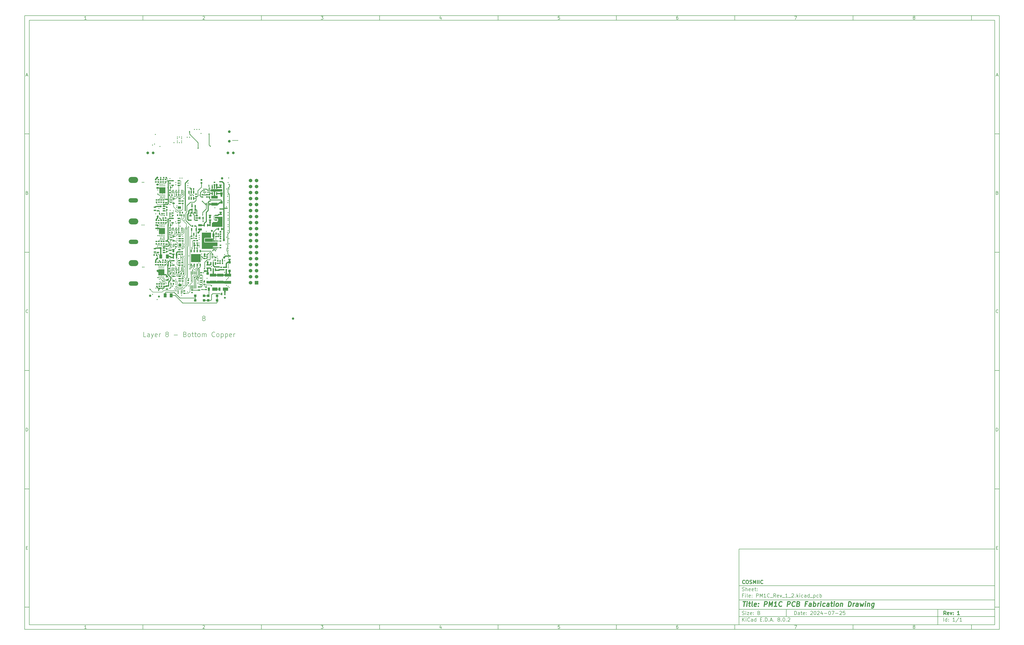
<source format=gbr>
%TF.GenerationSoftware,KiCad,Pcbnew,8.0.2*%
%TF.CreationDate,2024-09-08T21:36:51-05:00*%
%TF.ProjectId,PM1C_Rev_1_2,504d3143-5f52-4657-965f-315f322e6b69,1*%
%TF.SameCoordinates,PX297003ePY8770cd2*%
%TF.FileFunction,Copper,L8,Bot*%
%TF.FilePolarity,Positive*%
%FSLAX46Y46*%
G04 Gerber Fmt 4.6, Leading zero omitted, Abs format (unit mm)*
G04 Created by KiCad (PCBNEW 8.0.2) date 2024-09-08 21:36:51*
%MOMM*%
%LPD*%
G01*
G04 APERTURE LIST*
%ADD10C,0.100000*%
%ADD11C,0.150000*%
%ADD12C,0.300000*%
%ADD13C,0.400000*%
%TA.AperFunction,Conductor*%
%ADD14C,0.000000*%
%TD*%
%ADD15C,0.200000*%
%TA.AperFunction,NonConductor*%
%ADD16C,0.200000*%
%TD*%
%TA.AperFunction,ComponentPad*%
%ADD17O,4.064000X2.540000*%
%TD*%
%TA.AperFunction,ComponentPad*%
%ADD18O,4.064000X1.828800*%
%TD*%
%TA.AperFunction,ComponentPad*%
%ADD19R,1.500000X1.500000*%
%TD*%
%TA.AperFunction,ComponentPad*%
%ADD20C,1.500000*%
%TD*%
%TA.AperFunction,ComponentPad*%
%ADD21C,0.800000*%
%TD*%
%TA.AperFunction,SMDPad,CuDef*%
%ADD22R,1.000000X0.600000*%
%TD*%
%TA.AperFunction,SMDPad,CuDef*%
%ADD23R,0.750000X0.500000*%
%TD*%
%TA.AperFunction,SMDPad,CuDef*%
%ADD24R,1.100000X1.100000*%
%TD*%
%TA.AperFunction,SMDPad,CuDef*%
%ADD25R,0.600000X1.000000*%
%TD*%
%TA.AperFunction,SMDPad,CuDef*%
%ADD26R,2.700000X1.150000*%
%TD*%
%TA.AperFunction,SMDPad,CuDef*%
%ADD27R,1.550000X0.950000*%
%TD*%
%TA.AperFunction,SMDPad,CuDef*%
%ADD28R,0.500000X0.750000*%
%TD*%
%TA.AperFunction,SMDPad,CuDef*%
%ADD29R,0.500000X0.300000*%
%TD*%
%TA.AperFunction,SMDPad,CuDef*%
%ADD30R,0.600000X1.250000*%
%TD*%
%TA.AperFunction,SMDPad,CuDef*%
%ADD31R,1.200000X1.800000*%
%TD*%
%TA.AperFunction,SMDPad,CuDef*%
%ADD32R,0.950000X1.550000*%
%TD*%
%TA.AperFunction,SMDPad,CuDef*%
%ADD33R,0.250000X0.850000*%
%TD*%
%TA.AperFunction,SMDPad,CuDef*%
%ADD34R,2.650000X2.650000*%
%TD*%
%TA.AperFunction,SMDPad,CuDef*%
%ADD35R,0.600000X1.300000*%
%TD*%
%TA.AperFunction,SMDPad,CuDef*%
%ADD36R,0.250000X0.700000*%
%TD*%
%TA.AperFunction,SMDPad,CuDef*%
%ADD37R,1.350000X1.000000*%
%TD*%
%TA.AperFunction,SMDPad,CuDef*%
%ADD38R,0.300000X0.675000*%
%TD*%
%TA.AperFunction,SMDPad,CuDef*%
%ADD39R,2.400000X1.650000*%
%TD*%
%TA.AperFunction,SMDPad,CuDef*%
%ADD40R,0.850000X0.350000*%
%TD*%
%TA.AperFunction,SMDPad,CuDef*%
%ADD41R,2.200000X1.400000*%
%TD*%
%TA.AperFunction,SMDPad,CuDef*%
%ADD42R,0.900000X1.400000*%
%TD*%
%TA.AperFunction,SMDPad,CuDef*%
%ADD43C,1.000000*%
%TD*%
%TA.AperFunction,SMDPad,CuDef*%
%ADD44R,1.270000X1.778000*%
%TD*%
%TA.AperFunction,ComponentPad*%
%ADD45C,1.143000*%
%TD*%
%TA.AperFunction,ComponentPad*%
%ADD46C,1.141748*%
%TD*%
%TA.AperFunction,SMDPad,CuDef*%
%ADD47R,0.500000X1.100000*%
%TD*%
%TA.AperFunction,SMDPad,CuDef*%
%ADD48R,4.100000X3.500000*%
%TD*%
%TA.AperFunction,SMDPad,CuDef*%
%ADD49R,0.700000X0.250000*%
%TD*%
%TA.AperFunction,SMDPad,CuDef*%
%ADD50R,1.000000X1.350000*%
%TD*%
%TA.AperFunction,SMDPad,CuDef*%
%ADD51R,0.450000X1.450000*%
%TD*%
%TA.AperFunction,ViaPad*%
%ADD52C,0.450000*%
%TD*%
%TA.AperFunction,ViaPad*%
%ADD53C,0.800000*%
%TD*%
%TA.AperFunction,ViaPad*%
%ADD54C,0.360000*%
%TD*%
%TA.AperFunction,Conductor*%
%ADD55C,0.200000*%
%TD*%
%TA.AperFunction,Conductor*%
%ADD56C,0.400000*%
%TD*%
%TA.AperFunction,Conductor*%
%ADD57C,0.254000*%
%TD*%
%TA.AperFunction,Conductor*%
%ADD58C,0.150000*%
%TD*%
%TA.AperFunction,Conductor*%
%ADD59C,0.160000*%
%TD*%
%TA.AperFunction,Conductor*%
%ADD60C,0.500000*%
%TD*%
%TA.AperFunction,Conductor*%
%ADD61C,0.300000*%
%TD*%
%TA.AperFunction,Conductor*%
%ADD62C,0.250000*%
%TD*%
%TA.AperFunction,Conductor*%
%ADD63C,0.450000*%
%TD*%
%TA.AperFunction,Conductor*%
%ADD64C,0.350000*%
%TD*%
%TA.AperFunction,Conductor*%
%ADD65C,0.320000*%
%TD*%
%TA.AperFunction,Conductor*%
%ADD66C,1.000000*%
%TD*%
G04 APERTURE END LIST*
D10*
D11*
X268349570Y-93380206D02*
X376349570Y-93380206D01*
X376349570Y-125380206D01*
X268349570Y-125380206D01*
X268349570Y-93380206D01*
D10*
D11*
X-33450430Y132019794D02*
X378349570Y132019794D01*
X378349570Y-127380206D01*
X-33450430Y-127380206D01*
X-33450430Y132019794D01*
D10*
D11*
X-31450430Y130019794D02*
X376349570Y130019794D01*
X376349570Y-125380206D01*
X-31450430Y-125380206D01*
X-31450430Y130019794D01*
D10*
D11*
X16549570Y130019794D02*
X16549570Y132019794D01*
D10*
D11*
X66549570Y130019794D02*
X66549570Y132019794D01*
D10*
D11*
X116549570Y130019794D02*
X116549570Y132019794D01*
D10*
D11*
X166549570Y130019794D02*
X166549570Y132019794D01*
D10*
D11*
X216549570Y130019794D02*
X216549570Y132019794D01*
D10*
D11*
X266549570Y130019794D02*
X266549570Y132019794D01*
D10*
D11*
X316549570Y130019794D02*
X316549570Y132019794D01*
D10*
D11*
X366549570Y130019794D02*
X366549570Y132019794D01*
D10*
D11*
X-7361270Y130426190D02*
X-8104127Y130426190D01*
X-7732699Y130426190D02*
X-7732699Y131726190D01*
X-7732699Y131726190D02*
X-7856508Y131540475D01*
X-7856508Y131540475D02*
X-7980318Y131416666D01*
X-7980318Y131416666D02*
X-8104127Y131354761D01*
D10*
D11*
X41895873Y131602380D02*
X41957777Y131664285D01*
X41957777Y131664285D02*
X42081587Y131726190D01*
X42081587Y131726190D02*
X42391111Y131726190D01*
X42391111Y131726190D02*
X42514920Y131664285D01*
X42514920Y131664285D02*
X42576825Y131602380D01*
X42576825Y131602380D02*
X42638730Y131478571D01*
X42638730Y131478571D02*
X42638730Y131354761D01*
X42638730Y131354761D02*
X42576825Y131169047D01*
X42576825Y131169047D02*
X41833968Y130426190D01*
X41833968Y130426190D02*
X42638730Y130426190D01*
D10*
D11*
X91833968Y131726190D02*
X92638730Y131726190D01*
X92638730Y131726190D02*
X92205396Y131230952D01*
X92205396Y131230952D02*
X92391111Y131230952D01*
X92391111Y131230952D02*
X92514920Y131169047D01*
X92514920Y131169047D02*
X92576825Y131107142D01*
X92576825Y131107142D02*
X92638730Y130983333D01*
X92638730Y130983333D02*
X92638730Y130673809D01*
X92638730Y130673809D02*
X92576825Y130549999D01*
X92576825Y130549999D02*
X92514920Y130488094D01*
X92514920Y130488094D02*
X92391111Y130426190D01*
X92391111Y130426190D02*
X92019682Y130426190D01*
X92019682Y130426190D02*
X91895873Y130488094D01*
X91895873Y130488094D02*
X91833968Y130549999D01*
D10*
D11*
X142514920Y131292856D02*
X142514920Y130426190D01*
X142205396Y131788094D02*
X141895873Y130859523D01*
X141895873Y130859523D02*
X142700634Y130859523D01*
D10*
D11*
X192576825Y131726190D02*
X191957777Y131726190D01*
X191957777Y131726190D02*
X191895873Y131107142D01*
X191895873Y131107142D02*
X191957777Y131169047D01*
X191957777Y131169047D02*
X192081587Y131230952D01*
X192081587Y131230952D02*
X192391111Y131230952D01*
X192391111Y131230952D02*
X192514920Y131169047D01*
X192514920Y131169047D02*
X192576825Y131107142D01*
X192576825Y131107142D02*
X192638730Y130983333D01*
X192638730Y130983333D02*
X192638730Y130673809D01*
X192638730Y130673809D02*
X192576825Y130549999D01*
X192576825Y130549999D02*
X192514920Y130488094D01*
X192514920Y130488094D02*
X192391111Y130426190D01*
X192391111Y130426190D02*
X192081587Y130426190D01*
X192081587Y130426190D02*
X191957777Y130488094D01*
X191957777Y130488094D02*
X191895873Y130549999D01*
D10*
D11*
X242514920Y131726190D02*
X242267301Y131726190D01*
X242267301Y131726190D02*
X242143492Y131664285D01*
X242143492Y131664285D02*
X242081587Y131602380D01*
X242081587Y131602380D02*
X241957777Y131416666D01*
X241957777Y131416666D02*
X241895873Y131169047D01*
X241895873Y131169047D02*
X241895873Y130673809D01*
X241895873Y130673809D02*
X241957777Y130549999D01*
X241957777Y130549999D02*
X242019682Y130488094D01*
X242019682Y130488094D02*
X242143492Y130426190D01*
X242143492Y130426190D02*
X242391111Y130426190D01*
X242391111Y130426190D02*
X242514920Y130488094D01*
X242514920Y130488094D02*
X242576825Y130549999D01*
X242576825Y130549999D02*
X242638730Y130673809D01*
X242638730Y130673809D02*
X242638730Y130983333D01*
X242638730Y130983333D02*
X242576825Y131107142D01*
X242576825Y131107142D02*
X242514920Y131169047D01*
X242514920Y131169047D02*
X242391111Y131230952D01*
X242391111Y131230952D02*
X242143492Y131230952D01*
X242143492Y131230952D02*
X242019682Y131169047D01*
X242019682Y131169047D02*
X241957777Y131107142D01*
X241957777Y131107142D02*
X241895873Y130983333D01*
D10*
D11*
X291833968Y131726190D02*
X292700634Y131726190D01*
X292700634Y131726190D02*
X292143492Y130426190D01*
D10*
D11*
X342143492Y131169047D02*
X342019682Y131230952D01*
X342019682Y131230952D02*
X341957777Y131292856D01*
X341957777Y131292856D02*
X341895873Y131416666D01*
X341895873Y131416666D02*
X341895873Y131478571D01*
X341895873Y131478571D02*
X341957777Y131602380D01*
X341957777Y131602380D02*
X342019682Y131664285D01*
X342019682Y131664285D02*
X342143492Y131726190D01*
X342143492Y131726190D02*
X342391111Y131726190D01*
X342391111Y131726190D02*
X342514920Y131664285D01*
X342514920Y131664285D02*
X342576825Y131602380D01*
X342576825Y131602380D02*
X342638730Y131478571D01*
X342638730Y131478571D02*
X342638730Y131416666D01*
X342638730Y131416666D02*
X342576825Y131292856D01*
X342576825Y131292856D02*
X342514920Y131230952D01*
X342514920Y131230952D02*
X342391111Y131169047D01*
X342391111Y131169047D02*
X342143492Y131169047D01*
X342143492Y131169047D02*
X342019682Y131107142D01*
X342019682Y131107142D02*
X341957777Y131045237D01*
X341957777Y131045237D02*
X341895873Y130921428D01*
X341895873Y130921428D02*
X341895873Y130673809D01*
X341895873Y130673809D02*
X341957777Y130549999D01*
X341957777Y130549999D02*
X342019682Y130488094D01*
X342019682Y130488094D02*
X342143492Y130426190D01*
X342143492Y130426190D02*
X342391111Y130426190D01*
X342391111Y130426190D02*
X342514920Y130488094D01*
X342514920Y130488094D02*
X342576825Y130549999D01*
X342576825Y130549999D02*
X342638730Y130673809D01*
X342638730Y130673809D02*
X342638730Y130921428D01*
X342638730Y130921428D02*
X342576825Y131045237D01*
X342576825Y131045237D02*
X342514920Y131107142D01*
X342514920Y131107142D02*
X342391111Y131169047D01*
D10*
D11*
X16549570Y-125380206D02*
X16549570Y-127380206D01*
D10*
D11*
X66549570Y-125380206D02*
X66549570Y-127380206D01*
D10*
D11*
X116549570Y-125380206D02*
X116549570Y-127380206D01*
D10*
D11*
X166549570Y-125380206D02*
X166549570Y-127380206D01*
D10*
D11*
X216549570Y-125380206D02*
X216549570Y-127380206D01*
D10*
D11*
X266549570Y-125380206D02*
X266549570Y-127380206D01*
D10*
D11*
X316549570Y-125380206D02*
X316549570Y-127380206D01*
D10*
D11*
X366549570Y-125380206D02*
X366549570Y-127380206D01*
D10*
D11*
X-7361270Y-126973810D02*
X-8104127Y-126973810D01*
X-7732699Y-126973810D02*
X-7732699Y-125673810D01*
X-7732699Y-125673810D02*
X-7856508Y-125859525D01*
X-7856508Y-125859525D02*
X-7980318Y-125983334D01*
X-7980318Y-125983334D02*
X-8104127Y-126045239D01*
D10*
D11*
X41895873Y-125797620D02*
X41957777Y-125735715D01*
X41957777Y-125735715D02*
X42081587Y-125673810D01*
X42081587Y-125673810D02*
X42391111Y-125673810D01*
X42391111Y-125673810D02*
X42514920Y-125735715D01*
X42514920Y-125735715D02*
X42576825Y-125797620D01*
X42576825Y-125797620D02*
X42638730Y-125921429D01*
X42638730Y-125921429D02*
X42638730Y-126045239D01*
X42638730Y-126045239D02*
X42576825Y-126230953D01*
X42576825Y-126230953D02*
X41833968Y-126973810D01*
X41833968Y-126973810D02*
X42638730Y-126973810D01*
D10*
D11*
X91833968Y-125673810D02*
X92638730Y-125673810D01*
X92638730Y-125673810D02*
X92205396Y-126169048D01*
X92205396Y-126169048D02*
X92391111Y-126169048D01*
X92391111Y-126169048D02*
X92514920Y-126230953D01*
X92514920Y-126230953D02*
X92576825Y-126292858D01*
X92576825Y-126292858D02*
X92638730Y-126416667D01*
X92638730Y-126416667D02*
X92638730Y-126726191D01*
X92638730Y-126726191D02*
X92576825Y-126850001D01*
X92576825Y-126850001D02*
X92514920Y-126911906D01*
X92514920Y-126911906D02*
X92391111Y-126973810D01*
X92391111Y-126973810D02*
X92019682Y-126973810D01*
X92019682Y-126973810D02*
X91895873Y-126911906D01*
X91895873Y-126911906D02*
X91833968Y-126850001D01*
D10*
D11*
X142514920Y-126107144D02*
X142514920Y-126973810D01*
X142205396Y-125611906D02*
X141895873Y-126540477D01*
X141895873Y-126540477D02*
X142700634Y-126540477D01*
D10*
D11*
X192576825Y-125673810D02*
X191957777Y-125673810D01*
X191957777Y-125673810D02*
X191895873Y-126292858D01*
X191895873Y-126292858D02*
X191957777Y-126230953D01*
X191957777Y-126230953D02*
X192081587Y-126169048D01*
X192081587Y-126169048D02*
X192391111Y-126169048D01*
X192391111Y-126169048D02*
X192514920Y-126230953D01*
X192514920Y-126230953D02*
X192576825Y-126292858D01*
X192576825Y-126292858D02*
X192638730Y-126416667D01*
X192638730Y-126416667D02*
X192638730Y-126726191D01*
X192638730Y-126726191D02*
X192576825Y-126850001D01*
X192576825Y-126850001D02*
X192514920Y-126911906D01*
X192514920Y-126911906D02*
X192391111Y-126973810D01*
X192391111Y-126973810D02*
X192081587Y-126973810D01*
X192081587Y-126973810D02*
X191957777Y-126911906D01*
X191957777Y-126911906D02*
X191895873Y-126850001D01*
D10*
D11*
X242514920Y-125673810D02*
X242267301Y-125673810D01*
X242267301Y-125673810D02*
X242143492Y-125735715D01*
X242143492Y-125735715D02*
X242081587Y-125797620D01*
X242081587Y-125797620D02*
X241957777Y-125983334D01*
X241957777Y-125983334D02*
X241895873Y-126230953D01*
X241895873Y-126230953D02*
X241895873Y-126726191D01*
X241895873Y-126726191D02*
X241957777Y-126850001D01*
X241957777Y-126850001D02*
X242019682Y-126911906D01*
X242019682Y-126911906D02*
X242143492Y-126973810D01*
X242143492Y-126973810D02*
X242391111Y-126973810D01*
X242391111Y-126973810D02*
X242514920Y-126911906D01*
X242514920Y-126911906D02*
X242576825Y-126850001D01*
X242576825Y-126850001D02*
X242638730Y-126726191D01*
X242638730Y-126726191D02*
X242638730Y-126416667D01*
X242638730Y-126416667D02*
X242576825Y-126292858D01*
X242576825Y-126292858D02*
X242514920Y-126230953D01*
X242514920Y-126230953D02*
X242391111Y-126169048D01*
X242391111Y-126169048D02*
X242143492Y-126169048D01*
X242143492Y-126169048D02*
X242019682Y-126230953D01*
X242019682Y-126230953D02*
X241957777Y-126292858D01*
X241957777Y-126292858D02*
X241895873Y-126416667D01*
D10*
D11*
X291833968Y-125673810D02*
X292700634Y-125673810D01*
X292700634Y-125673810D02*
X292143492Y-126973810D01*
D10*
D11*
X342143492Y-126230953D02*
X342019682Y-126169048D01*
X342019682Y-126169048D02*
X341957777Y-126107144D01*
X341957777Y-126107144D02*
X341895873Y-125983334D01*
X341895873Y-125983334D02*
X341895873Y-125921429D01*
X341895873Y-125921429D02*
X341957777Y-125797620D01*
X341957777Y-125797620D02*
X342019682Y-125735715D01*
X342019682Y-125735715D02*
X342143492Y-125673810D01*
X342143492Y-125673810D02*
X342391111Y-125673810D01*
X342391111Y-125673810D02*
X342514920Y-125735715D01*
X342514920Y-125735715D02*
X342576825Y-125797620D01*
X342576825Y-125797620D02*
X342638730Y-125921429D01*
X342638730Y-125921429D02*
X342638730Y-125983334D01*
X342638730Y-125983334D02*
X342576825Y-126107144D01*
X342576825Y-126107144D02*
X342514920Y-126169048D01*
X342514920Y-126169048D02*
X342391111Y-126230953D01*
X342391111Y-126230953D02*
X342143492Y-126230953D01*
X342143492Y-126230953D02*
X342019682Y-126292858D01*
X342019682Y-126292858D02*
X341957777Y-126354763D01*
X341957777Y-126354763D02*
X341895873Y-126478572D01*
X341895873Y-126478572D02*
X341895873Y-126726191D01*
X341895873Y-126726191D02*
X341957777Y-126850001D01*
X341957777Y-126850001D02*
X342019682Y-126911906D01*
X342019682Y-126911906D02*
X342143492Y-126973810D01*
X342143492Y-126973810D02*
X342391111Y-126973810D01*
X342391111Y-126973810D02*
X342514920Y-126911906D01*
X342514920Y-126911906D02*
X342576825Y-126850001D01*
X342576825Y-126850001D02*
X342638730Y-126726191D01*
X342638730Y-126726191D02*
X342638730Y-126478572D01*
X342638730Y-126478572D02*
X342576825Y-126354763D01*
X342576825Y-126354763D02*
X342514920Y-126292858D01*
X342514920Y-126292858D02*
X342391111Y-126230953D01*
D10*
D11*
X-33450430Y82019794D02*
X-31450430Y82019794D01*
D10*
D11*
X-33450430Y32019794D02*
X-31450430Y32019794D01*
D10*
D11*
X-33450430Y-17980206D02*
X-31450430Y-17980206D01*
D10*
D11*
X-33450430Y-67980206D02*
X-31450430Y-67980206D01*
D10*
D11*
X-33450430Y-117980206D02*
X-31450430Y-117980206D01*
D10*
D11*
X-32759954Y106797618D02*
X-32140907Y106797618D01*
X-32883764Y106426190D02*
X-32450431Y107726190D01*
X-32450431Y107726190D02*
X-32017097Y106426190D01*
D10*
D11*
X-32357573Y57107142D02*
X-32171859Y57045237D01*
X-32171859Y57045237D02*
X-32109954Y56983333D01*
X-32109954Y56983333D02*
X-32048050Y56859523D01*
X-32048050Y56859523D02*
X-32048050Y56673809D01*
X-32048050Y56673809D02*
X-32109954Y56549999D01*
X-32109954Y56549999D02*
X-32171859Y56488094D01*
X-32171859Y56488094D02*
X-32295669Y56426190D01*
X-32295669Y56426190D02*
X-32790907Y56426190D01*
X-32790907Y56426190D02*
X-32790907Y57726190D01*
X-32790907Y57726190D02*
X-32357573Y57726190D01*
X-32357573Y57726190D02*
X-32233764Y57664285D01*
X-32233764Y57664285D02*
X-32171859Y57602380D01*
X-32171859Y57602380D02*
X-32109954Y57478571D01*
X-32109954Y57478571D02*
X-32109954Y57354761D01*
X-32109954Y57354761D02*
X-32171859Y57230952D01*
X-32171859Y57230952D02*
X-32233764Y57169047D01*
X-32233764Y57169047D02*
X-32357573Y57107142D01*
X-32357573Y57107142D02*
X-32790907Y57107142D01*
D10*
D11*
X-32048050Y6549999D02*
X-32109954Y6488094D01*
X-32109954Y6488094D02*
X-32295669Y6426190D01*
X-32295669Y6426190D02*
X-32419478Y6426190D01*
X-32419478Y6426190D02*
X-32605192Y6488094D01*
X-32605192Y6488094D02*
X-32729002Y6611904D01*
X-32729002Y6611904D02*
X-32790907Y6735714D01*
X-32790907Y6735714D02*
X-32852811Y6983333D01*
X-32852811Y6983333D02*
X-32852811Y7169047D01*
X-32852811Y7169047D02*
X-32790907Y7416666D01*
X-32790907Y7416666D02*
X-32729002Y7540475D01*
X-32729002Y7540475D02*
X-32605192Y7664285D01*
X-32605192Y7664285D02*
X-32419478Y7726190D01*
X-32419478Y7726190D02*
X-32295669Y7726190D01*
X-32295669Y7726190D02*
X-32109954Y7664285D01*
X-32109954Y7664285D02*
X-32048050Y7602380D01*
D10*
D11*
X-32790907Y-43573810D02*
X-32790907Y-42273810D01*
X-32790907Y-42273810D02*
X-32481383Y-42273810D01*
X-32481383Y-42273810D02*
X-32295669Y-42335715D01*
X-32295669Y-42335715D02*
X-32171859Y-42459525D01*
X-32171859Y-42459525D02*
X-32109954Y-42583334D01*
X-32109954Y-42583334D02*
X-32048050Y-42830953D01*
X-32048050Y-42830953D02*
X-32048050Y-43016667D01*
X-32048050Y-43016667D02*
X-32109954Y-43264286D01*
X-32109954Y-43264286D02*
X-32171859Y-43388096D01*
X-32171859Y-43388096D02*
X-32295669Y-43511906D01*
X-32295669Y-43511906D02*
X-32481383Y-43573810D01*
X-32481383Y-43573810D02*
X-32790907Y-43573810D01*
D10*
D11*
X-32729002Y-92892858D02*
X-32295668Y-92892858D01*
X-32109954Y-93573810D02*
X-32729002Y-93573810D01*
X-32729002Y-93573810D02*
X-32729002Y-92273810D01*
X-32729002Y-92273810D02*
X-32109954Y-92273810D01*
D10*
D11*
X378349570Y82019794D02*
X376349570Y82019794D01*
D10*
D11*
X378349570Y32019794D02*
X376349570Y32019794D01*
D10*
D11*
X378349570Y-17980206D02*
X376349570Y-17980206D01*
D10*
D11*
X378349570Y-67980206D02*
X376349570Y-67980206D01*
D10*
D11*
X378349570Y-117980206D02*
X376349570Y-117980206D01*
D10*
D11*
X377040046Y106797618D02*
X377659093Y106797618D01*
X376916236Y106426190D02*
X377349569Y107726190D01*
X377349569Y107726190D02*
X377782903Y106426190D01*
D10*
D11*
X377442427Y57107142D02*
X377628141Y57045237D01*
X377628141Y57045237D02*
X377690046Y56983333D01*
X377690046Y56983333D02*
X377751950Y56859523D01*
X377751950Y56859523D02*
X377751950Y56673809D01*
X377751950Y56673809D02*
X377690046Y56549999D01*
X377690046Y56549999D02*
X377628141Y56488094D01*
X377628141Y56488094D02*
X377504331Y56426190D01*
X377504331Y56426190D02*
X377009093Y56426190D01*
X377009093Y56426190D02*
X377009093Y57726190D01*
X377009093Y57726190D02*
X377442427Y57726190D01*
X377442427Y57726190D02*
X377566236Y57664285D01*
X377566236Y57664285D02*
X377628141Y57602380D01*
X377628141Y57602380D02*
X377690046Y57478571D01*
X377690046Y57478571D02*
X377690046Y57354761D01*
X377690046Y57354761D02*
X377628141Y57230952D01*
X377628141Y57230952D02*
X377566236Y57169047D01*
X377566236Y57169047D02*
X377442427Y57107142D01*
X377442427Y57107142D02*
X377009093Y57107142D01*
D10*
D11*
X377751950Y6549999D02*
X377690046Y6488094D01*
X377690046Y6488094D02*
X377504331Y6426190D01*
X377504331Y6426190D02*
X377380522Y6426190D01*
X377380522Y6426190D02*
X377194808Y6488094D01*
X377194808Y6488094D02*
X377070998Y6611904D01*
X377070998Y6611904D02*
X377009093Y6735714D01*
X377009093Y6735714D02*
X376947189Y6983333D01*
X376947189Y6983333D02*
X376947189Y7169047D01*
X376947189Y7169047D02*
X377009093Y7416666D01*
X377009093Y7416666D02*
X377070998Y7540475D01*
X377070998Y7540475D02*
X377194808Y7664285D01*
X377194808Y7664285D02*
X377380522Y7726190D01*
X377380522Y7726190D02*
X377504331Y7726190D01*
X377504331Y7726190D02*
X377690046Y7664285D01*
X377690046Y7664285D02*
X377751950Y7602380D01*
D10*
D11*
X377009093Y-43573810D02*
X377009093Y-42273810D01*
X377009093Y-42273810D02*
X377318617Y-42273810D01*
X377318617Y-42273810D02*
X377504331Y-42335715D01*
X377504331Y-42335715D02*
X377628141Y-42459525D01*
X377628141Y-42459525D02*
X377690046Y-42583334D01*
X377690046Y-42583334D02*
X377751950Y-42830953D01*
X377751950Y-42830953D02*
X377751950Y-43016667D01*
X377751950Y-43016667D02*
X377690046Y-43264286D01*
X377690046Y-43264286D02*
X377628141Y-43388096D01*
X377628141Y-43388096D02*
X377504331Y-43511906D01*
X377504331Y-43511906D02*
X377318617Y-43573810D01*
X377318617Y-43573810D02*
X377009093Y-43573810D01*
D10*
D11*
X377070998Y-92892858D02*
X377504332Y-92892858D01*
X377690046Y-93573810D02*
X377070998Y-93573810D01*
X377070998Y-93573810D02*
X377070998Y-92273810D01*
X377070998Y-92273810D02*
X377690046Y-92273810D01*
D10*
D11*
X291805396Y-121166334D02*
X291805396Y-119666334D01*
X291805396Y-119666334D02*
X292162539Y-119666334D01*
X292162539Y-119666334D02*
X292376825Y-119737763D01*
X292376825Y-119737763D02*
X292519682Y-119880620D01*
X292519682Y-119880620D02*
X292591111Y-120023477D01*
X292591111Y-120023477D02*
X292662539Y-120309191D01*
X292662539Y-120309191D02*
X292662539Y-120523477D01*
X292662539Y-120523477D02*
X292591111Y-120809191D01*
X292591111Y-120809191D02*
X292519682Y-120952048D01*
X292519682Y-120952048D02*
X292376825Y-121094906D01*
X292376825Y-121094906D02*
X292162539Y-121166334D01*
X292162539Y-121166334D02*
X291805396Y-121166334D01*
X293948254Y-121166334D02*
X293948254Y-120380620D01*
X293948254Y-120380620D02*
X293876825Y-120237763D01*
X293876825Y-120237763D02*
X293733968Y-120166334D01*
X293733968Y-120166334D02*
X293448254Y-120166334D01*
X293448254Y-120166334D02*
X293305396Y-120237763D01*
X293948254Y-121094906D02*
X293805396Y-121166334D01*
X293805396Y-121166334D02*
X293448254Y-121166334D01*
X293448254Y-121166334D02*
X293305396Y-121094906D01*
X293305396Y-121094906D02*
X293233968Y-120952048D01*
X293233968Y-120952048D02*
X293233968Y-120809191D01*
X293233968Y-120809191D02*
X293305396Y-120666334D01*
X293305396Y-120666334D02*
X293448254Y-120594906D01*
X293448254Y-120594906D02*
X293805396Y-120594906D01*
X293805396Y-120594906D02*
X293948254Y-120523477D01*
X294448254Y-120166334D02*
X295019682Y-120166334D01*
X294662539Y-119666334D02*
X294662539Y-120952048D01*
X294662539Y-120952048D02*
X294733968Y-121094906D01*
X294733968Y-121094906D02*
X294876825Y-121166334D01*
X294876825Y-121166334D02*
X295019682Y-121166334D01*
X296091111Y-121094906D02*
X295948254Y-121166334D01*
X295948254Y-121166334D02*
X295662540Y-121166334D01*
X295662540Y-121166334D02*
X295519682Y-121094906D01*
X295519682Y-121094906D02*
X295448254Y-120952048D01*
X295448254Y-120952048D02*
X295448254Y-120380620D01*
X295448254Y-120380620D02*
X295519682Y-120237763D01*
X295519682Y-120237763D02*
X295662540Y-120166334D01*
X295662540Y-120166334D02*
X295948254Y-120166334D01*
X295948254Y-120166334D02*
X296091111Y-120237763D01*
X296091111Y-120237763D02*
X296162540Y-120380620D01*
X296162540Y-120380620D02*
X296162540Y-120523477D01*
X296162540Y-120523477D02*
X295448254Y-120666334D01*
X296805396Y-121023477D02*
X296876825Y-121094906D01*
X296876825Y-121094906D02*
X296805396Y-121166334D01*
X296805396Y-121166334D02*
X296733968Y-121094906D01*
X296733968Y-121094906D02*
X296805396Y-121023477D01*
X296805396Y-121023477D02*
X296805396Y-121166334D01*
X296805396Y-120237763D02*
X296876825Y-120309191D01*
X296876825Y-120309191D02*
X296805396Y-120380620D01*
X296805396Y-120380620D02*
X296733968Y-120309191D01*
X296733968Y-120309191D02*
X296805396Y-120237763D01*
X296805396Y-120237763D02*
X296805396Y-120380620D01*
X298591111Y-119809191D02*
X298662539Y-119737763D01*
X298662539Y-119737763D02*
X298805397Y-119666334D01*
X298805397Y-119666334D02*
X299162539Y-119666334D01*
X299162539Y-119666334D02*
X299305397Y-119737763D01*
X299305397Y-119737763D02*
X299376825Y-119809191D01*
X299376825Y-119809191D02*
X299448254Y-119952048D01*
X299448254Y-119952048D02*
X299448254Y-120094906D01*
X299448254Y-120094906D02*
X299376825Y-120309191D01*
X299376825Y-120309191D02*
X298519682Y-121166334D01*
X298519682Y-121166334D02*
X299448254Y-121166334D01*
X300376825Y-119666334D02*
X300519682Y-119666334D01*
X300519682Y-119666334D02*
X300662539Y-119737763D01*
X300662539Y-119737763D02*
X300733968Y-119809191D01*
X300733968Y-119809191D02*
X300805396Y-119952048D01*
X300805396Y-119952048D02*
X300876825Y-120237763D01*
X300876825Y-120237763D02*
X300876825Y-120594906D01*
X300876825Y-120594906D02*
X300805396Y-120880620D01*
X300805396Y-120880620D02*
X300733968Y-121023477D01*
X300733968Y-121023477D02*
X300662539Y-121094906D01*
X300662539Y-121094906D02*
X300519682Y-121166334D01*
X300519682Y-121166334D02*
X300376825Y-121166334D01*
X300376825Y-121166334D02*
X300233968Y-121094906D01*
X300233968Y-121094906D02*
X300162539Y-121023477D01*
X300162539Y-121023477D02*
X300091110Y-120880620D01*
X300091110Y-120880620D02*
X300019682Y-120594906D01*
X300019682Y-120594906D02*
X300019682Y-120237763D01*
X300019682Y-120237763D02*
X300091110Y-119952048D01*
X300091110Y-119952048D02*
X300162539Y-119809191D01*
X300162539Y-119809191D02*
X300233968Y-119737763D01*
X300233968Y-119737763D02*
X300376825Y-119666334D01*
X301448253Y-119809191D02*
X301519681Y-119737763D01*
X301519681Y-119737763D02*
X301662539Y-119666334D01*
X301662539Y-119666334D02*
X302019681Y-119666334D01*
X302019681Y-119666334D02*
X302162539Y-119737763D01*
X302162539Y-119737763D02*
X302233967Y-119809191D01*
X302233967Y-119809191D02*
X302305396Y-119952048D01*
X302305396Y-119952048D02*
X302305396Y-120094906D01*
X302305396Y-120094906D02*
X302233967Y-120309191D01*
X302233967Y-120309191D02*
X301376824Y-121166334D01*
X301376824Y-121166334D02*
X302305396Y-121166334D01*
X303591110Y-120166334D02*
X303591110Y-121166334D01*
X303233967Y-119594906D02*
X302876824Y-120666334D01*
X302876824Y-120666334D02*
X303805395Y-120666334D01*
X304376823Y-120594906D02*
X305519681Y-120594906D01*
X306519681Y-119666334D02*
X306662538Y-119666334D01*
X306662538Y-119666334D02*
X306805395Y-119737763D01*
X306805395Y-119737763D02*
X306876824Y-119809191D01*
X306876824Y-119809191D02*
X306948252Y-119952048D01*
X306948252Y-119952048D02*
X307019681Y-120237763D01*
X307019681Y-120237763D02*
X307019681Y-120594906D01*
X307019681Y-120594906D02*
X306948252Y-120880620D01*
X306948252Y-120880620D02*
X306876824Y-121023477D01*
X306876824Y-121023477D02*
X306805395Y-121094906D01*
X306805395Y-121094906D02*
X306662538Y-121166334D01*
X306662538Y-121166334D02*
X306519681Y-121166334D01*
X306519681Y-121166334D02*
X306376824Y-121094906D01*
X306376824Y-121094906D02*
X306305395Y-121023477D01*
X306305395Y-121023477D02*
X306233966Y-120880620D01*
X306233966Y-120880620D02*
X306162538Y-120594906D01*
X306162538Y-120594906D02*
X306162538Y-120237763D01*
X306162538Y-120237763D02*
X306233966Y-119952048D01*
X306233966Y-119952048D02*
X306305395Y-119809191D01*
X306305395Y-119809191D02*
X306376824Y-119737763D01*
X306376824Y-119737763D02*
X306519681Y-119666334D01*
X307519680Y-119666334D02*
X308519680Y-119666334D01*
X308519680Y-119666334D02*
X307876823Y-121166334D01*
X309091108Y-120594906D02*
X310233966Y-120594906D01*
X310876823Y-119809191D02*
X310948251Y-119737763D01*
X310948251Y-119737763D02*
X311091109Y-119666334D01*
X311091109Y-119666334D02*
X311448251Y-119666334D01*
X311448251Y-119666334D02*
X311591109Y-119737763D01*
X311591109Y-119737763D02*
X311662537Y-119809191D01*
X311662537Y-119809191D02*
X311733966Y-119952048D01*
X311733966Y-119952048D02*
X311733966Y-120094906D01*
X311733966Y-120094906D02*
X311662537Y-120309191D01*
X311662537Y-120309191D02*
X310805394Y-121166334D01*
X310805394Y-121166334D02*
X311733966Y-121166334D01*
X313091108Y-119666334D02*
X312376822Y-119666334D01*
X312376822Y-119666334D02*
X312305394Y-120380620D01*
X312305394Y-120380620D02*
X312376822Y-120309191D01*
X312376822Y-120309191D02*
X312519680Y-120237763D01*
X312519680Y-120237763D02*
X312876822Y-120237763D01*
X312876822Y-120237763D02*
X313019680Y-120309191D01*
X313019680Y-120309191D02*
X313091108Y-120380620D01*
X313091108Y-120380620D02*
X313162537Y-120523477D01*
X313162537Y-120523477D02*
X313162537Y-120880620D01*
X313162537Y-120880620D02*
X313091108Y-121023477D01*
X313091108Y-121023477D02*
X313019680Y-121094906D01*
X313019680Y-121094906D02*
X312876822Y-121166334D01*
X312876822Y-121166334D02*
X312519680Y-121166334D01*
X312519680Y-121166334D02*
X312376822Y-121094906D01*
X312376822Y-121094906D02*
X312305394Y-121023477D01*
D10*
D11*
X268349570Y-121880206D02*
X376349570Y-121880206D01*
D10*
D11*
X269805396Y-123966334D02*
X269805396Y-122466334D01*
X270662539Y-123966334D02*
X270019682Y-123109191D01*
X270662539Y-122466334D02*
X269805396Y-123323477D01*
X271305396Y-123966334D02*
X271305396Y-122966334D01*
X271305396Y-122466334D02*
X271233968Y-122537763D01*
X271233968Y-122537763D02*
X271305396Y-122609191D01*
X271305396Y-122609191D02*
X271376825Y-122537763D01*
X271376825Y-122537763D02*
X271305396Y-122466334D01*
X271305396Y-122466334D02*
X271305396Y-122609191D01*
X272876825Y-123823477D02*
X272805397Y-123894906D01*
X272805397Y-123894906D02*
X272591111Y-123966334D01*
X272591111Y-123966334D02*
X272448254Y-123966334D01*
X272448254Y-123966334D02*
X272233968Y-123894906D01*
X272233968Y-123894906D02*
X272091111Y-123752048D01*
X272091111Y-123752048D02*
X272019682Y-123609191D01*
X272019682Y-123609191D02*
X271948254Y-123323477D01*
X271948254Y-123323477D02*
X271948254Y-123109191D01*
X271948254Y-123109191D02*
X272019682Y-122823477D01*
X272019682Y-122823477D02*
X272091111Y-122680620D01*
X272091111Y-122680620D02*
X272233968Y-122537763D01*
X272233968Y-122537763D02*
X272448254Y-122466334D01*
X272448254Y-122466334D02*
X272591111Y-122466334D01*
X272591111Y-122466334D02*
X272805397Y-122537763D01*
X272805397Y-122537763D02*
X272876825Y-122609191D01*
X274162540Y-123966334D02*
X274162540Y-123180620D01*
X274162540Y-123180620D02*
X274091111Y-123037763D01*
X274091111Y-123037763D02*
X273948254Y-122966334D01*
X273948254Y-122966334D02*
X273662540Y-122966334D01*
X273662540Y-122966334D02*
X273519682Y-123037763D01*
X274162540Y-123894906D02*
X274019682Y-123966334D01*
X274019682Y-123966334D02*
X273662540Y-123966334D01*
X273662540Y-123966334D02*
X273519682Y-123894906D01*
X273519682Y-123894906D02*
X273448254Y-123752048D01*
X273448254Y-123752048D02*
X273448254Y-123609191D01*
X273448254Y-123609191D02*
X273519682Y-123466334D01*
X273519682Y-123466334D02*
X273662540Y-123394906D01*
X273662540Y-123394906D02*
X274019682Y-123394906D01*
X274019682Y-123394906D02*
X274162540Y-123323477D01*
X275519683Y-123966334D02*
X275519683Y-122466334D01*
X275519683Y-123894906D02*
X275376825Y-123966334D01*
X275376825Y-123966334D02*
X275091111Y-123966334D01*
X275091111Y-123966334D02*
X274948254Y-123894906D01*
X274948254Y-123894906D02*
X274876825Y-123823477D01*
X274876825Y-123823477D02*
X274805397Y-123680620D01*
X274805397Y-123680620D02*
X274805397Y-123252048D01*
X274805397Y-123252048D02*
X274876825Y-123109191D01*
X274876825Y-123109191D02*
X274948254Y-123037763D01*
X274948254Y-123037763D02*
X275091111Y-122966334D01*
X275091111Y-122966334D02*
X275376825Y-122966334D01*
X275376825Y-122966334D02*
X275519683Y-123037763D01*
X277376825Y-123180620D02*
X277876825Y-123180620D01*
X278091111Y-123966334D02*
X277376825Y-123966334D01*
X277376825Y-123966334D02*
X277376825Y-122466334D01*
X277376825Y-122466334D02*
X278091111Y-122466334D01*
X278733968Y-123823477D02*
X278805397Y-123894906D01*
X278805397Y-123894906D02*
X278733968Y-123966334D01*
X278733968Y-123966334D02*
X278662540Y-123894906D01*
X278662540Y-123894906D02*
X278733968Y-123823477D01*
X278733968Y-123823477D02*
X278733968Y-123966334D01*
X279448254Y-123966334D02*
X279448254Y-122466334D01*
X279448254Y-122466334D02*
X279805397Y-122466334D01*
X279805397Y-122466334D02*
X280019683Y-122537763D01*
X280019683Y-122537763D02*
X280162540Y-122680620D01*
X280162540Y-122680620D02*
X280233969Y-122823477D01*
X280233969Y-122823477D02*
X280305397Y-123109191D01*
X280305397Y-123109191D02*
X280305397Y-123323477D01*
X280305397Y-123323477D02*
X280233969Y-123609191D01*
X280233969Y-123609191D02*
X280162540Y-123752048D01*
X280162540Y-123752048D02*
X280019683Y-123894906D01*
X280019683Y-123894906D02*
X279805397Y-123966334D01*
X279805397Y-123966334D02*
X279448254Y-123966334D01*
X280948254Y-123823477D02*
X281019683Y-123894906D01*
X281019683Y-123894906D02*
X280948254Y-123966334D01*
X280948254Y-123966334D02*
X280876826Y-123894906D01*
X280876826Y-123894906D02*
X280948254Y-123823477D01*
X280948254Y-123823477D02*
X280948254Y-123966334D01*
X281591112Y-123537763D02*
X282305398Y-123537763D01*
X281448255Y-123966334D02*
X281948255Y-122466334D01*
X281948255Y-122466334D02*
X282448255Y-123966334D01*
X282948254Y-123823477D02*
X283019683Y-123894906D01*
X283019683Y-123894906D02*
X282948254Y-123966334D01*
X282948254Y-123966334D02*
X282876826Y-123894906D01*
X282876826Y-123894906D02*
X282948254Y-123823477D01*
X282948254Y-123823477D02*
X282948254Y-123966334D01*
X285019683Y-123109191D02*
X284876826Y-123037763D01*
X284876826Y-123037763D02*
X284805397Y-122966334D01*
X284805397Y-122966334D02*
X284733969Y-122823477D01*
X284733969Y-122823477D02*
X284733969Y-122752048D01*
X284733969Y-122752048D02*
X284805397Y-122609191D01*
X284805397Y-122609191D02*
X284876826Y-122537763D01*
X284876826Y-122537763D02*
X285019683Y-122466334D01*
X285019683Y-122466334D02*
X285305397Y-122466334D01*
X285305397Y-122466334D02*
X285448255Y-122537763D01*
X285448255Y-122537763D02*
X285519683Y-122609191D01*
X285519683Y-122609191D02*
X285591112Y-122752048D01*
X285591112Y-122752048D02*
X285591112Y-122823477D01*
X285591112Y-122823477D02*
X285519683Y-122966334D01*
X285519683Y-122966334D02*
X285448255Y-123037763D01*
X285448255Y-123037763D02*
X285305397Y-123109191D01*
X285305397Y-123109191D02*
X285019683Y-123109191D01*
X285019683Y-123109191D02*
X284876826Y-123180620D01*
X284876826Y-123180620D02*
X284805397Y-123252048D01*
X284805397Y-123252048D02*
X284733969Y-123394906D01*
X284733969Y-123394906D02*
X284733969Y-123680620D01*
X284733969Y-123680620D02*
X284805397Y-123823477D01*
X284805397Y-123823477D02*
X284876826Y-123894906D01*
X284876826Y-123894906D02*
X285019683Y-123966334D01*
X285019683Y-123966334D02*
X285305397Y-123966334D01*
X285305397Y-123966334D02*
X285448255Y-123894906D01*
X285448255Y-123894906D02*
X285519683Y-123823477D01*
X285519683Y-123823477D02*
X285591112Y-123680620D01*
X285591112Y-123680620D02*
X285591112Y-123394906D01*
X285591112Y-123394906D02*
X285519683Y-123252048D01*
X285519683Y-123252048D02*
X285448255Y-123180620D01*
X285448255Y-123180620D02*
X285305397Y-123109191D01*
X286233968Y-123823477D02*
X286305397Y-123894906D01*
X286305397Y-123894906D02*
X286233968Y-123966334D01*
X286233968Y-123966334D02*
X286162540Y-123894906D01*
X286162540Y-123894906D02*
X286233968Y-123823477D01*
X286233968Y-123823477D02*
X286233968Y-123966334D01*
X287233969Y-122466334D02*
X287376826Y-122466334D01*
X287376826Y-122466334D02*
X287519683Y-122537763D01*
X287519683Y-122537763D02*
X287591112Y-122609191D01*
X287591112Y-122609191D02*
X287662540Y-122752048D01*
X287662540Y-122752048D02*
X287733969Y-123037763D01*
X287733969Y-123037763D02*
X287733969Y-123394906D01*
X287733969Y-123394906D02*
X287662540Y-123680620D01*
X287662540Y-123680620D02*
X287591112Y-123823477D01*
X287591112Y-123823477D02*
X287519683Y-123894906D01*
X287519683Y-123894906D02*
X287376826Y-123966334D01*
X287376826Y-123966334D02*
X287233969Y-123966334D01*
X287233969Y-123966334D02*
X287091112Y-123894906D01*
X287091112Y-123894906D02*
X287019683Y-123823477D01*
X287019683Y-123823477D02*
X286948254Y-123680620D01*
X286948254Y-123680620D02*
X286876826Y-123394906D01*
X286876826Y-123394906D02*
X286876826Y-123037763D01*
X286876826Y-123037763D02*
X286948254Y-122752048D01*
X286948254Y-122752048D02*
X287019683Y-122609191D01*
X287019683Y-122609191D02*
X287091112Y-122537763D01*
X287091112Y-122537763D02*
X287233969Y-122466334D01*
X288376825Y-123823477D02*
X288448254Y-123894906D01*
X288448254Y-123894906D02*
X288376825Y-123966334D01*
X288376825Y-123966334D02*
X288305397Y-123894906D01*
X288305397Y-123894906D02*
X288376825Y-123823477D01*
X288376825Y-123823477D02*
X288376825Y-123966334D01*
X289019683Y-122609191D02*
X289091111Y-122537763D01*
X289091111Y-122537763D02*
X289233969Y-122466334D01*
X289233969Y-122466334D02*
X289591111Y-122466334D01*
X289591111Y-122466334D02*
X289733969Y-122537763D01*
X289733969Y-122537763D02*
X289805397Y-122609191D01*
X289805397Y-122609191D02*
X289876826Y-122752048D01*
X289876826Y-122752048D02*
X289876826Y-122894906D01*
X289876826Y-122894906D02*
X289805397Y-123109191D01*
X289805397Y-123109191D02*
X288948254Y-123966334D01*
X288948254Y-123966334D02*
X289876826Y-123966334D01*
D10*
D11*
X268349570Y-118880206D02*
X376349570Y-118880206D01*
D10*
D12*
X355761223Y-121158534D02*
X355261223Y-120444248D01*
X354904080Y-121158534D02*
X354904080Y-119658534D01*
X354904080Y-119658534D02*
X355475509Y-119658534D01*
X355475509Y-119658534D02*
X355618366Y-119729963D01*
X355618366Y-119729963D02*
X355689795Y-119801391D01*
X355689795Y-119801391D02*
X355761223Y-119944248D01*
X355761223Y-119944248D02*
X355761223Y-120158534D01*
X355761223Y-120158534D02*
X355689795Y-120301391D01*
X355689795Y-120301391D02*
X355618366Y-120372820D01*
X355618366Y-120372820D02*
X355475509Y-120444248D01*
X355475509Y-120444248D02*
X354904080Y-120444248D01*
X356975509Y-121087106D02*
X356832652Y-121158534D01*
X356832652Y-121158534D02*
X356546938Y-121158534D01*
X356546938Y-121158534D02*
X356404080Y-121087106D01*
X356404080Y-121087106D02*
X356332652Y-120944248D01*
X356332652Y-120944248D02*
X356332652Y-120372820D01*
X356332652Y-120372820D02*
X356404080Y-120229963D01*
X356404080Y-120229963D02*
X356546938Y-120158534D01*
X356546938Y-120158534D02*
X356832652Y-120158534D01*
X356832652Y-120158534D02*
X356975509Y-120229963D01*
X356975509Y-120229963D02*
X357046938Y-120372820D01*
X357046938Y-120372820D02*
X357046938Y-120515677D01*
X357046938Y-120515677D02*
X356332652Y-120658534D01*
X357546937Y-120158534D02*
X357904080Y-121158534D01*
X357904080Y-121158534D02*
X358261223Y-120158534D01*
X358832651Y-121015677D02*
X358904080Y-121087106D01*
X358904080Y-121087106D02*
X358832651Y-121158534D01*
X358832651Y-121158534D02*
X358761223Y-121087106D01*
X358761223Y-121087106D02*
X358832651Y-121015677D01*
X358832651Y-121015677D02*
X358832651Y-121158534D01*
X358832651Y-120229963D02*
X358904080Y-120301391D01*
X358904080Y-120301391D02*
X358832651Y-120372820D01*
X358832651Y-120372820D02*
X358761223Y-120301391D01*
X358761223Y-120301391D02*
X358832651Y-120229963D01*
X358832651Y-120229963D02*
X358832651Y-120372820D01*
X361475509Y-121158534D02*
X360618366Y-121158534D01*
X361046937Y-121158534D02*
X361046937Y-119658534D01*
X361046937Y-119658534D02*
X360904080Y-119872820D01*
X360904080Y-119872820D02*
X360761223Y-120015677D01*
X360761223Y-120015677D02*
X360618366Y-120087106D01*
D10*
D11*
X269733968Y-121094906D02*
X269948254Y-121166334D01*
X269948254Y-121166334D02*
X270305396Y-121166334D01*
X270305396Y-121166334D02*
X270448254Y-121094906D01*
X270448254Y-121094906D02*
X270519682Y-121023477D01*
X270519682Y-121023477D02*
X270591111Y-120880620D01*
X270591111Y-120880620D02*
X270591111Y-120737763D01*
X270591111Y-120737763D02*
X270519682Y-120594906D01*
X270519682Y-120594906D02*
X270448254Y-120523477D01*
X270448254Y-120523477D02*
X270305396Y-120452048D01*
X270305396Y-120452048D02*
X270019682Y-120380620D01*
X270019682Y-120380620D02*
X269876825Y-120309191D01*
X269876825Y-120309191D02*
X269805396Y-120237763D01*
X269805396Y-120237763D02*
X269733968Y-120094906D01*
X269733968Y-120094906D02*
X269733968Y-119952048D01*
X269733968Y-119952048D02*
X269805396Y-119809191D01*
X269805396Y-119809191D02*
X269876825Y-119737763D01*
X269876825Y-119737763D02*
X270019682Y-119666334D01*
X270019682Y-119666334D02*
X270376825Y-119666334D01*
X270376825Y-119666334D02*
X270591111Y-119737763D01*
X271233967Y-121166334D02*
X271233967Y-120166334D01*
X271233967Y-119666334D02*
X271162539Y-119737763D01*
X271162539Y-119737763D02*
X271233967Y-119809191D01*
X271233967Y-119809191D02*
X271305396Y-119737763D01*
X271305396Y-119737763D02*
X271233967Y-119666334D01*
X271233967Y-119666334D02*
X271233967Y-119809191D01*
X271805396Y-120166334D02*
X272591111Y-120166334D01*
X272591111Y-120166334D02*
X271805396Y-121166334D01*
X271805396Y-121166334D02*
X272591111Y-121166334D01*
X273733968Y-121094906D02*
X273591111Y-121166334D01*
X273591111Y-121166334D02*
X273305397Y-121166334D01*
X273305397Y-121166334D02*
X273162539Y-121094906D01*
X273162539Y-121094906D02*
X273091111Y-120952048D01*
X273091111Y-120952048D02*
X273091111Y-120380620D01*
X273091111Y-120380620D02*
X273162539Y-120237763D01*
X273162539Y-120237763D02*
X273305397Y-120166334D01*
X273305397Y-120166334D02*
X273591111Y-120166334D01*
X273591111Y-120166334D02*
X273733968Y-120237763D01*
X273733968Y-120237763D02*
X273805397Y-120380620D01*
X273805397Y-120380620D02*
X273805397Y-120523477D01*
X273805397Y-120523477D02*
X273091111Y-120666334D01*
X274448253Y-121023477D02*
X274519682Y-121094906D01*
X274519682Y-121094906D02*
X274448253Y-121166334D01*
X274448253Y-121166334D02*
X274376825Y-121094906D01*
X274376825Y-121094906D02*
X274448253Y-121023477D01*
X274448253Y-121023477D02*
X274448253Y-121166334D01*
X274448253Y-120237763D02*
X274519682Y-120309191D01*
X274519682Y-120309191D02*
X274448253Y-120380620D01*
X274448253Y-120380620D02*
X274376825Y-120309191D01*
X274376825Y-120309191D02*
X274448253Y-120237763D01*
X274448253Y-120237763D02*
X274448253Y-120380620D01*
X276805396Y-120380620D02*
X277019682Y-120452048D01*
X277019682Y-120452048D02*
X277091111Y-120523477D01*
X277091111Y-120523477D02*
X277162539Y-120666334D01*
X277162539Y-120666334D02*
X277162539Y-120880620D01*
X277162539Y-120880620D02*
X277091111Y-121023477D01*
X277091111Y-121023477D02*
X277019682Y-121094906D01*
X277019682Y-121094906D02*
X276876825Y-121166334D01*
X276876825Y-121166334D02*
X276305396Y-121166334D01*
X276305396Y-121166334D02*
X276305396Y-119666334D01*
X276305396Y-119666334D02*
X276805396Y-119666334D01*
X276805396Y-119666334D02*
X276948254Y-119737763D01*
X276948254Y-119737763D02*
X277019682Y-119809191D01*
X277019682Y-119809191D02*
X277091111Y-119952048D01*
X277091111Y-119952048D02*
X277091111Y-120094906D01*
X277091111Y-120094906D02*
X277019682Y-120237763D01*
X277019682Y-120237763D02*
X276948254Y-120309191D01*
X276948254Y-120309191D02*
X276805396Y-120380620D01*
X276805396Y-120380620D02*
X276305396Y-120380620D01*
D10*
D11*
X354805396Y-123966334D02*
X354805396Y-122466334D01*
X356162540Y-123966334D02*
X356162540Y-122466334D01*
X356162540Y-123894906D02*
X356019682Y-123966334D01*
X356019682Y-123966334D02*
X355733968Y-123966334D01*
X355733968Y-123966334D02*
X355591111Y-123894906D01*
X355591111Y-123894906D02*
X355519682Y-123823477D01*
X355519682Y-123823477D02*
X355448254Y-123680620D01*
X355448254Y-123680620D02*
X355448254Y-123252048D01*
X355448254Y-123252048D02*
X355519682Y-123109191D01*
X355519682Y-123109191D02*
X355591111Y-123037763D01*
X355591111Y-123037763D02*
X355733968Y-122966334D01*
X355733968Y-122966334D02*
X356019682Y-122966334D01*
X356019682Y-122966334D02*
X356162540Y-123037763D01*
X356876825Y-123823477D02*
X356948254Y-123894906D01*
X356948254Y-123894906D02*
X356876825Y-123966334D01*
X356876825Y-123966334D02*
X356805397Y-123894906D01*
X356805397Y-123894906D02*
X356876825Y-123823477D01*
X356876825Y-123823477D02*
X356876825Y-123966334D01*
X356876825Y-123037763D02*
X356948254Y-123109191D01*
X356948254Y-123109191D02*
X356876825Y-123180620D01*
X356876825Y-123180620D02*
X356805397Y-123109191D01*
X356805397Y-123109191D02*
X356876825Y-123037763D01*
X356876825Y-123037763D02*
X356876825Y-123180620D01*
X359519683Y-123966334D02*
X358662540Y-123966334D01*
X359091111Y-123966334D02*
X359091111Y-122466334D01*
X359091111Y-122466334D02*
X358948254Y-122680620D01*
X358948254Y-122680620D02*
X358805397Y-122823477D01*
X358805397Y-122823477D02*
X358662540Y-122894906D01*
X361233968Y-122394906D02*
X359948254Y-124323477D01*
X362519683Y-123966334D02*
X361662540Y-123966334D01*
X362091111Y-123966334D02*
X362091111Y-122466334D01*
X362091111Y-122466334D02*
X361948254Y-122680620D01*
X361948254Y-122680620D02*
X361805397Y-122823477D01*
X361805397Y-122823477D02*
X361662540Y-122894906D01*
D10*
D11*
X268349570Y-114880206D02*
X376349570Y-114880206D01*
D10*
D13*
X270041298Y-115584644D02*
X271184155Y-115584644D01*
X270362727Y-117584644D02*
X270612727Y-115584644D01*
X271600822Y-117584644D02*
X271767489Y-116251310D01*
X271850822Y-115584644D02*
X271743679Y-115679882D01*
X271743679Y-115679882D02*
X271827013Y-115775120D01*
X271827013Y-115775120D02*
X271934156Y-115679882D01*
X271934156Y-115679882D02*
X271850822Y-115584644D01*
X271850822Y-115584644D02*
X271827013Y-115775120D01*
X272434156Y-116251310D02*
X273196060Y-116251310D01*
X272803203Y-115584644D02*
X272588918Y-117298929D01*
X272588918Y-117298929D02*
X272660346Y-117489406D01*
X272660346Y-117489406D02*
X272838918Y-117584644D01*
X272838918Y-117584644D02*
X273029394Y-117584644D01*
X273981775Y-117584644D02*
X273803203Y-117489406D01*
X273803203Y-117489406D02*
X273731775Y-117298929D01*
X273731775Y-117298929D02*
X273946060Y-115584644D01*
X275517489Y-117489406D02*
X275315108Y-117584644D01*
X275315108Y-117584644D02*
X274934155Y-117584644D01*
X274934155Y-117584644D02*
X274755584Y-117489406D01*
X274755584Y-117489406D02*
X274684155Y-117298929D01*
X274684155Y-117298929D02*
X274779394Y-116537025D01*
X274779394Y-116537025D02*
X274898441Y-116346548D01*
X274898441Y-116346548D02*
X275100822Y-116251310D01*
X275100822Y-116251310D02*
X275481774Y-116251310D01*
X275481774Y-116251310D02*
X275660346Y-116346548D01*
X275660346Y-116346548D02*
X275731774Y-116537025D01*
X275731774Y-116537025D02*
X275707965Y-116727501D01*
X275707965Y-116727501D02*
X274731774Y-116917977D01*
X276481775Y-117394167D02*
X276565108Y-117489406D01*
X276565108Y-117489406D02*
X276457965Y-117584644D01*
X276457965Y-117584644D02*
X276374632Y-117489406D01*
X276374632Y-117489406D02*
X276481775Y-117394167D01*
X276481775Y-117394167D02*
X276457965Y-117584644D01*
X276612727Y-116346548D02*
X276696060Y-116441786D01*
X276696060Y-116441786D02*
X276588918Y-116537025D01*
X276588918Y-116537025D02*
X276505584Y-116441786D01*
X276505584Y-116441786D02*
X276612727Y-116346548D01*
X276612727Y-116346548D02*
X276588918Y-116537025D01*
X278934156Y-117584644D02*
X279184156Y-115584644D01*
X279184156Y-115584644D02*
X279946061Y-115584644D01*
X279946061Y-115584644D02*
X280124632Y-115679882D01*
X280124632Y-115679882D02*
X280207966Y-115775120D01*
X280207966Y-115775120D02*
X280279394Y-115965596D01*
X280279394Y-115965596D02*
X280243680Y-116251310D01*
X280243680Y-116251310D02*
X280124632Y-116441786D01*
X280124632Y-116441786D02*
X280017490Y-116537025D01*
X280017490Y-116537025D02*
X279815109Y-116632263D01*
X279815109Y-116632263D02*
X279053204Y-116632263D01*
X280934156Y-117584644D02*
X281184156Y-115584644D01*
X281184156Y-115584644D02*
X281672251Y-117013215D01*
X281672251Y-117013215D02*
X282517490Y-115584644D01*
X282517490Y-115584644D02*
X282267490Y-117584644D01*
X284267489Y-117584644D02*
X283124632Y-117584644D01*
X283696061Y-117584644D02*
X283946061Y-115584644D01*
X283946061Y-115584644D02*
X283719870Y-115870358D01*
X283719870Y-115870358D02*
X283505585Y-116060834D01*
X283505585Y-116060834D02*
X283303204Y-116156072D01*
X286291299Y-117394167D02*
X286184156Y-117489406D01*
X286184156Y-117489406D02*
X285886537Y-117584644D01*
X285886537Y-117584644D02*
X285696061Y-117584644D01*
X285696061Y-117584644D02*
X285422251Y-117489406D01*
X285422251Y-117489406D02*
X285255585Y-117298929D01*
X285255585Y-117298929D02*
X285184156Y-117108453D01*
X285184156Y-117108453D02*
X285136537Y-116727501D01*
X285136537Y-116727501D02*
X285172251Y-116441786D01*
X285172251Y-116441786D02*
X285315108Y-116060834D01*
X285315108Y-116060834D02*
X285434156Y-115870358D01*
X285434156Y-115870358D02*
X285648442Y-115679882D01*
X285648442Y-115679882D02*
X285946061Y-115584644D01*
X285946061Y-115584644D02*
X286136537Y-115584644D01*
X286136537Y-115584644D02*
X286410347Y-115679882D01*
X286410347Y-115679882D02*
X286493680Y-115775120D01*
X288648442Y-117584644D02*
X288898442Y-115584644D01*
X288898442Y-115584644D02*
X289660347Y-115584644D01*
X289660347Y-115584644D02*
X289838918Y-115679882D01*
X289838918Y-115679882D02*
X289922252Y-115775120D01*
X289922252Y-115775120D02*
X289993680Y-115965596D01*
X289993680Y-115965596D02*
X289957966Y-116251310D01*
X289957966Y-116251310D02*
X289838918Y-116441786D01*
X289838918Y-116441786D02*
X289731776Y-116537025D01*
X289731776Y-116537025D02*
X289529395Y-116632263D01*
X289529395Y-116632263D02*
X288767490Y-116632263D01*
X291815109Y-117394167D02*
X291707966Y-117489406D01*
X291707966Y-117489406D02*
X291410347Y-117584644D01*
X291410347Y-117584644D02*
X291219871Y-117584644D01*
X291219871Y-117584644D02*
X290946061Y-117489406D01*
X290946061Y-117489406D02*
X290779395Y-117298929D01*
X290779395Y-117298929D02*
X290707966Y-117108453D01*
X290707966Y-117108453D02*
X290660347Y-116727501D01*
X290660347Y-116727501D02*
X290696061Y-116441786D01*
X290696061Y-116441786D02*
X290838918Y-116060834D01*
X290838918Y-116060834D02*
X290957966Y-115870358D01*
X290957966Y-115870358D02*
X291172252Y-115679882D01*
X291172252Y-115679882D02*
X291469871Y-115584644D01*
X291469871Y-115584644D02*
X291660347Y-115584644D01*
X291660347Y-115584644D02*
X291934157Y-115679882D01*
X291934157Y-115679882D02*
X292017490Y-115775120D01*
X293446061Y-116537025D02*
X293719871Y-116632263D01*
X293719871Y-116632263D02*
X293803204Y-116727501D01*
X293803204Y-116727501D02*
X293874633Y-116917977D01*
X293874633Y-116917977D02*
X293838918Y-117203691D01*
X293838918Y-117203691D02*
X293719871Y-117394167D01*
X293719871Y-117394167D02*
X293612728Y-117489406D01*
X293612728Y-117489406D02*
X293410347Y-117584644D01*
X293410347Y-117584644D02*
X292648442Y-117584644D01*
X292648442Y-117584644D02*
X292898442Y-115584644D01*
X292898442Y-115584644D02*
X293565109Y-115584644D01*
X293565109Y-115584644D02*
X293743680Y-115679882D01*
X293743680Y-115679882D02*
X293827014Y-115775120D01*
X293827014Y-115775120D02*
X293898442Y-115965596D01*
X293898442Y-115965596D02*
X293874633Y-116156072D01*
X293874633Y-116156072D02*
X293755585Y-116346548D01*
X293755585Y-116346548D02*
X293648442Y-116441786D01*
X293648442Y-116441786D02*
X293446061Y-116537025D01*
X293446061Y-116537025D02*
X292779395Y-116537025D01*
X296969871Y-116537025D02*
X296303205Y-116537025D01*
X296172252Y-117584644D02*
X296422252Y-115584644D01*
X296422252Y-115584644D02*
X297374633Y-115584644D01*
X298743681Y-117584644D02*
X298874633Y-116537025D01*
X298874633Y-116537025D02*
X298803205Y-116346548D01*
X298803205Y-116346548D02*
X298624633Y-116251310D01*
X298624633Y-116251310D02*
X298243681Y-116251310D01*
X298243681Y-116251310D02*
X298041300Y-116346548D01*
X298755586Y-117489406D02*
X298553205Y-117584644D01*
X298553205Y-117584644D02*
X298077014Y-117584644D01*
X298077014Y-117584644D02*
X297898443Y-117489406D01*
X297898443Y-117489406D02*
X297827014Y-117298929D01*
X297827014Y-117298929D02*
X297850824Y-117108453D01*
X297850824Y-117108453D02*
X297969872Y-116917977D01*
X297969872Y-116917977D02*
X298172253Y-116822739D01*
X298172253Y-116822739D02*
X298648443Y-116822739D01*
X298648443Y-116822739D02*
X298850824Y-116727501D01*
X299696062Y-117584644D02*
X299946062Y-115584644D01*
X299850824Y-116346548D02*
X300053205Y-116251310D01*
X300053205Y-116251310D02*
X300434157Y-116251310D01*
X300434157Y-116251310D02*
X300612729Y-116346548D01*
X300612729Y-116346548D02*
X300696062Y-116441786D01*
X300696062Y-116441786D02*
X300767491Y-116632263D01*
X300767491Y-116632263D02*
X300696062Y-117203691D01*
X300696062Y-117203691D02*
X300577015Y-117394167D01*
X300577015Y-117394167D02*
X300469872Y-117489406D01*
X300469872Y-117489406D02*
X300267491Y-117584644D01*
X300267491Y-117584644D02*
X299886538Y-117584644D01*
X299886538Y-117584644D02*
X299707967Y-117489406D01*
X301505586Y-117584644D02*
X301672253Y-116251310D01*
X301624634Y-116632263D02*
X301743681Y-116441786D01*
X301743681Y-116441786D02*
X301850824Y-116346548D01*
X301850824Y-116346548D02*
X302053205Y-116251310D01*
X302053205Y-116251310D02*
X302243681Y-116251310D01*
X302743681Y-117584644D02*
X302910348Y-116251310D01*
X302993681Y-115584644D02*
X302886538Y-115679882D01*
X302886538Y-115679882D02*
X302969872Y-115775120D01*
X302969872Y-115775120D02*
X303077015Y-115679882D01*
X303077015Y-115679882D02*
X302993681Y-115584644D01*
X302993681Y-115584644D02*
X302969872Y-115775120D01*
X304565110Y-117489406D02*
X304362729Y-117584644D01*
X304362729Y-117584644D02*
X303981777Y-117584644D01*
X303981777Y-117584644D02*
X303803205Y-117489406D01*
X303803205Y-117489406D02*
X303719872Y-117394167D01*
X303719872Y-117394167D02*
X303648443Y-117203691D01*
X303648443Y-117203691D02*
X303719872Y-116632263D01*
X303719872Y-116632263D02*
X303838919Y-116441786D01*
X303838919Y-116441786D02*
X303946062Y-116346548D01*
X303946062Y-116346548D02*
X304148443Y-116251310D01*
X304148443Y-116251310D02*
X304529396Y-116251310D01*
X304529396Y-116251310D02*
X304707967Y-116346548D01*
X306267491Y-117584644D02*
X306398443Y-116537025D01*
X306398443Y-116537025D02*
X306327015Y-116346548D01*
X306327015Y-116346548D02*
X306148443Y-116251310D01*
X306148443Y-116251310D02*
X305767491Y-116251310D01*
X305767491Y-116251310D02*
X305565110Y-116346548D01*
X306279396Y-117489406D02*
X306077015Y-117584644D01*
X306077015Y-117584644D02*
X305600824Y-117584644D01*
X305600824Y-117584644D02*
X305422253Y-117489406D01*
X305422253Y-117489406D02*
X305350824Y-117298929D01*
X305350824Y-117298929D02*
X305374634Y-117108453D01*
X305374634Y-117108453D02*
X305493682Y-116917977D01*
X305493682Y-116917977D02*
X305696063Y-116822739D01*
X305696063Y-116822739D02*
X306172253Y-116822739D01*
X306172253Y-116822739D02*
X306374634Y-116727501D01*
X307100825Y-116251310D02*
X307862729Y-116251310D01*
X307469872Y-115584644D02*
X307255587Y-117298929D01*
X307255587Y-117298929D02*
X307327015Y-117489406D01*
X307327015Y-117489406D02*
X307505587Y-117584644D01*
X307505587Y-117584644D02*
X307696063Y-117584644D01*
X308362729Y-117584644D02*
X308529396Y-116251310D01*
X308612729Y-115584644D02*
X308505586Y-115679882D01*
X308505586Y-115679882D02*
X308588920Y-115775120D01*
X308588920Y-115775120D02*
X308696063Y-115679882D01*
X308696063Y-115679882D02*
X308612729Y-115584644D01*
X308612729Y-115584644D02*
X308588920Y-115775120D01*
X309600825Y-117584644D02*
X309422253Y-117489406D01*
X309422253Y-117489406D02*
X309338920Y-117394167D01*
X309338920Y-117394167D02*
X309267491Y-117203691D01*
X309267491Y-117203691D02*
X309338920Y-116632263D01*
X309338920Y-116632263D02*
X309457967Y-116441786D01*
X309457967Y-116441786D02*
X309565110Y-116346548D01*
X309565110Y-116346548D02*
X309767491Y-116251310D01*
X309767491Y-116251310D02*
X310053205Y-116251310D01*
X310053205Y-116251310D02*
X310231777Y-116346548D01*
X310231777Y-116346548D02*
X310315110Y-116441786D01*
X310315110Y-116441786D02*
X310386539Y-116632263D01*
X310386539Y-116632263D02*
X310315110Y-117203691D01*
X310315110Y-117203691D02*
X310196063Y-117394167D01*
X310196063Y-117394167D02*
X310088920Y-117489406D01*
X310088920Y-117489406D02*
X309886539Y-117584644D01*
X309886539Y-117584644D02*
X309600825Y-117584644D01*
X311291301Y-116251310D02*
X311124634Y-117584644D01*
X311267491Y-116441786D02*
X311374634Y-116346548D01*
X311374634Y-116346548D02*
X311577015Y-116251310D01*
X311577015Y-116251310D02*
X311862729Y-116251310D01*
X311862729Y-116251310D02*
X312041301Y-116346548D01*
X312041301Y-116346548D02*
X312112729Y-116537025D01*
X312112729Y-116537025D02*
X311981777Y-117584644D01*
X314457968Y-117584644D02*
X314707968Y-115584644D01*
X314707968Y-115584644D02*
X315184159Y-115584644D01*
X315184159Y-115584644D02*
X315457968Y-115679882D01*
X315457968Y-115679882D02*
X315624635Y-115870358D01*
X315624635Y-115870358D02*
X315696063Y-116060834D01*
X315696063Y-116060834D02*
X315743683Y-116441786D01*
X315743683Y-116441786D02*
X315707968Y-116727501D01*
X315707968Y-116727501D02*
X315565111Y-117108453D01*
X315565111Y-117108453D02*
X315446063Y-117298929D01*
X315446063Y-117298929D02*
X315231778Y-117489406D01*
X315231778Y-117489406D02*
X314934159Y-117584644D01*
X314934159Y-117584644D02*
X314457968Y-117584644D01*
X316457968Y-117584644D02*
X316624635Y-116251310D01*
X316577016Y-116632263D02*
X316696063Y-116441786D01*
X316696063Y-116441786D02*
X316803206Y-116346548D01*
X316803206Y-116346548D02*
X317005587Y-116251310D01*
X317005587Y-116251310D02*
X317196063Y-116251310D01*
X318553206Y-117584644D02*
X318684158Y-116537025D01*
X318684158Y-116537025D02*
X318612730Y-116346548D01*
X318612730Y-116346548D02*
X318434158Y-116251310D01*
X318434158Y-116251310D02*
X318053206Y-116251310D01*
X318053206Y-116251310D02*
X317850825Y-116346548D01*
X318565111Y-117489406D02*
X318362730Y-117584644D01*
X318362730Y-117584644D02*
X317886539Y-117584644D01*
X317886539Y-117584644D02*
X317707968Y-117489406D01*
X317707968Y-117489406D02*
X317636539Y-117298929D01*
X317636539Y-117298929D02*
X317660349Y-117108453D01*
X317660349Y-117108453D02*
X317779397Y-116917977D01*
X317779397Y-116917977D02*
X317981778Y-116822739D01*
X317981778Y-116822739D02*
X318457968Y-116822739D01*
X318457968Y-116822739D02*
X318660349Y-116727501D01*
X319481778Y-116251310D02*
X319696063Y-117584644D01*
X319696063Y-117584644D02*
X320196063Y-116632263D01*
X320196063Y-116632263D02*
X320457968Y-117584644D01*
X320457968Y-117584644D02*
X321005587Y-116251310D01*
X321600825Y-117584644D02*
X321767492Y-116251310D01*
X321850825Y-115584644D02*
X321743682Y-115679882D01*
X321743682Y-115679882D02*
X321827016Y-115775120D01*
X321827016Y-115775120D02*
X321934159Y-115679882D01*
X321934159Y-115679882D02*
X321850825Y-115584644D01*
X321850825Y-115584644D02*
X321827016Y-115775120D01*
X322719873Y-116251310D02*
X322553206Y-117584644D01*
X322696063Y-116441786D02*
X322803206Y-116346548D01*
X322803206Y-116346548D02*
X323005587Y-116251310D01*
X323005587Y-116251310D02*
X323291301Y-116251310D01*
X323291301Y-116251310D02*
X323469873Y-116346548D01*
X323469873Y-116346548D02*
X323541301Y-116537025D01*
X323541301Y-116537025D02*
X323410349Y-117584644D01*
X325386540Y-116251310D02*
X325184159Y-117870358D01*
X325184159Y-117870358D02*
X325065111Y-118060834D01*
X325065111Y-118060834D02*
X324957968Y-118156072D01*
X324957968Y-118156072D02*
X324755587Y-118251310D01*
X324755587Y-118251310D02*
X324469873Y-118251310D01*
X324469873Y-118251310D02*
X324291302Y-118156072D01*
X325231778Y-117489406D02*
X325029397Y-117584644D01*
X325029397Y-117584644D02*
X324648445Y-117584644D01*
X324648445Y-117584644D02*
X324469873Y-117489406D01*
X324469873Y-117489406D02*
X324386540Y-117394167D01*
X324386540Y-117394167D02*
X324315111Y-117203691D01*
X324315111Y-117203691D02*
X324386540Y-116632263D01*
X324386540Y-116632263D02*
X324505587Y-116441786D01*
X324505587Y-116441786D02*
X324612730Y-116346548D01*
X324612730Y-116346548D02*
X324815111Y-116251310D01*
X324815111Y-116251310D02*
X325196064Y-116251310D01*
X325196064Y-116251310D02*
X325374635Y-116346548D01*
D10*
D11*
X270305396Y-112980620D02*
X269805396Y-112980620D01*
X269805396Y-113766334D02*
X269805396Y-112266334D01*
X269805396Y-112266334D02*
X270519682Y-112266334D01*
X271091110Y-113766334D02*
X271091110Y-112766334D01*
X271091110Y-112266334D02*
X271019682Y-112337763D01*
X271019682Y-112337763D02*
X271091110Y-112409191D01*
X271091110Y-112409191D02*
X271162539Y-112337763D01*
X271162539Y-112337763D02*
X271091110Y-112266334D01*
X271091110Y-112266334D02*
X271091110Y-112409191D01*
X272019682Y-113766334D02*
X271876825Y-113694906D01*
X271876825Y-113694906D02*
X271805396Y-113552048D01*
X271805396Y-113552048D02*
X271805396Y-112266334D01*
X273162539Y-113694906D02*
X273019682Y-113766334D01*
X273019682Y-113766334D02*
X272733968Y-113766334D01*
X272733968Y-113766334D02*
X272591110Y-113694906D01*
X272591110Y-113694906D02*
X272519682Y-113552048D01*
X272519682Y-113552048D02*
X272519682Y-112980620D01*
X272519682Y-112980620D02*
X272591110Y-112837763D01*
X272591110Y-112837763D02*
X272733968Y-112766334D01*
X272733968Y-112766334D02*
X273019682Y-112766334D01*
X273019682Y-112766334D02*
X273162539Y-112837763D01*
X273162539Y-112837763D02*
X273233968Y-112980620D01*
X273233968Y-112980620D02*
X273233968Y-113123477D01*
X273233968Y-113123477D02*
X272519682Y-113266334D01*
X273876824Y-113623477D02*
X273948253Y-113694906D01*
X273948253Y-113694906D02*
X273876824Y-113766334D01*
X273876824Y-113766334D02*
X273805396Y-113694906D01*
X273805396Y-113694906D02*
X273876824Y-113623477D01*
X273876824Y-113623477D02*
X273876824Y-113766334D01*
X273876824Y-112837763D02*
X273948253Y-112909191D01*
X273948253Y-112909191D02*
X273876824Y-112980620D01*
X273876824Y-112980620D02*
X273805396Y-112909191D01*
X273805396Y-112909191D02*
X273876824Y-112837763D01*
X273876824Y-112837763D02*
X273876824Y-112980620D01*
X275733967Y-113766334D02*
X275733967Y-112266334D01*
X275733967Y-112266334D02*
X276305396Y-112266334D01*
X276305396Y-112266334D02*
X276448253Y-112337763D01*
X276448253Y-112337763D02*
X276519682Y-112409191D01*
X276519682Y-112409191D02*
X276591110Y-112552048D01*
X276591110Y-112552048D02*
X276591110Y-112766334D01*
X276591110Y-112766334D02*
X276519682Y-112909191D01*
X276519682Y-112909191D02*
X276448253Y-112980620D01*
X276448253Y-112980620D02*
X276305396Y-113052048D01*
X276305396Y-113052048D02*
X275733967Y-113052048D01*
X277233967Y-113766334D02*
X277233967Y-112266334D01*
X277233967Y-112266334D02*
X277733967Y-113337763D01*
X277733967Y-113337763D02*
X278233967Y-112266334D01*
X278233967Y-112266334D02*
X278233967Y-113766334D01*
X279733968Y-113766334D02*
X278876825Y-113766334D01*
X279305396Y-113766334D02*
X279305396Y-112266334D01*
X279305396Y-112266334D02*
X279162539Y-112480620D01*
X279162539Y-112480620D02*
X279019682Y-112623477D01*
X279019682Y-112623477D02*
X278876825Y-112694906D01*
X281233967Y-113623477D02*
X281162539Y-113694906D01*
X281162539Y-113694906D02*
X280948253Y-113766334D01*
X280948253Y-113766334D02*
X280805396Y-113766334D01*
X280805396Y-113766334D02*
X280591110Y-113694906D01*
X280591110Y-113694906D02*
X280448253Y-113552048D01*
X280448253Y-113552048D02*
X280376824Y-113409191D01*
X280376824Y-113409191D02*
X280305396Y-113123477D01*
X280305396Y-113123477D02*
X280305396Y-112909191D01*
X280305396Y-112909191D02*
X280376824Y-112623477D01*
X280376824Y-112623477D02*
X280448253Y-112480620D01*
X280448253Y-112480620D02*
X280591110Y-112337763D01*
X280591110Y-112337763D02*
X280805396Y-112266334D01*
X280805396Y-112266334D02*
X280948253Y-112266334D01*
X280948253Y-112266334D02*
X281162539Y-112337763D01*
X281162539Y-112337763D02*
X281233967Y-112409191D01*
X281519682Y-113909191D02*
X282662539Y-113909191D01*
X283876824Y-113766334D02*
X283376824Y-113052048D01*
X283019681Y-113766334D02*
X283019681Y-112266334D01*
X283019681Y-112266334D02*
X283591110Y-112266334D01*
X283591110Y-112266334D02*
X283733967Y-112337763D01*
X283733967Y-112337763D02*
X283805396Y-112409191D01*
X283805396Y-112409191D02*
X283876824Y-112552048D01*
X283876824Y-112552048D02*
X283876824Y-112766334D01*
X283876824Y-112766334D02*
X283805396Y-112909191D01*
X283805396Y-112909191D02*
X283733967Y-112980620D01*
X283733967Y-112980620D02*
X283591110Y-113052048D01*
X283591110Y-113052048D02*
X283019681Y-113052048D01*
X285091110Y-113694906D02*
X284948253Y-113766334D01*
X284948253Y-113766334D02*
X284662539Y-113766334D01*
X284662539Y-113766334D02*
X284519681Y-113694906D01*
X284519681Y-113694906D02*
X284448253Y-113552048D01*
X284448253Y-113552048D02*
X284448253Y-112980620D01*
X284448253Y-112980620D02*
X284519681Y-112837763D01*
X284519681Y-112837763D02*
X284662539Y-112766334D01*
X284662539Y-112766334D02*
X284948253Y-112766334D01*
X284948253Y-112766334D02*
X285091110Y-112837763D01*
X285091110Y-112837763D02*
X285162539Y-112980620D01*
X285162539Y-112980620D02*
X285162539Y-113123477D01*
X285162539Y-113123477D02*
X284448253Y-113266334D01*
X285662538Y-112766334D02*
X286019681Y-113766334D01*
X286019681Y-113766334D02*
X286376824Y-112766334D01*
X286591110Y-113909191D02*
X287733967Y-113909191D01*
X288876824Y-113766334D02*
X288019681Y-113766334D01*
X288448252Y-113766334D02*
X288448252Y-112266334D01*
X288448252Y-112266334D02*
X288305395Y-112480620D01*
X288305395Y-112480620D02*
X288162538Y-112623477D01*
X288162538Y-112623477D02*
X288019681Y-112694906D01*
X289162538Y-113909191D02*
X290305395Y-113909191D01*
X290591109Y-112409191D02*
X290662537Y-112337763D01*
X290662537Y-112337763D02*
X290805395Y-112266334D01*
X290805395Y-112266334D02*
X291162537Y-112266334D01*
X291162537Y-112266334D02*
X291305395Y-112337763D01*
X291305395Y-112337763D02*
X291376823Y-112409191D01*
X291376823Y-112409191D02*
X291448252Y-112552048D01*
X291448252Y-112552048D02*
X291448252Y-112694906D01*
X291448252Y-112694906D02*
X291376823Y-112909191D01*
X291376823Y-112909191D02*
X290519680Y-113766334D01*
X290519680Y-113766334D02*
X291448252Y-113766334D01*
X292091108Y-113623477D02*
X292162537Y-113694906D01*
X292162537Y-113694906D02*
X292091108Y-113766334D01*
X292091108Y-113766334D02*
X292019680Y-113694906D01*
X292019680Y-113694906D02*
X292091108Y-113623477D01*
X292091108Y-113623477D02*
X292091108Y-113766334D01*
X292805394Y-113766334D02*
X292805394Y-112266334D01*
X292948252Y-113194906D02*
X293376823Y-113766334D01*
X293376823Y-112766334D02*
X292805394Y-113337763D01*
X294019680Y-113766334D02*
X294019680Y-112766334D01*
X294019680Y-112266334D02*
X293948252Y-112337763D01*
X293948252Y-112337763D02*
X294019680Y-112409191D01*
X294019680Y-112409191D02*
X294091109Y-112337763D01*
X294091109Y-112337763D02*
X294019680Y-112266334D01*
X294019680Y-112266334D02*
X294019680Y-112409191D01*
X295376824Y-113694906D02*
X295233966Y-113766334D01*
X295233966Y-113766334D02*
X294948252Y-113766334D01*
X294948252Y-113766334D02*
X294805395Y-113694906D01*
X294805395Y-113694906D02*
X294733966Y-113623477D01*
X294733966Y-113623477D02*
X294662538Y-113480620D01*
X294662538Y-113480620D02*
X294662538Y-113052048D01*
X294662538Y-113052048D02*
X294733966Y-112909191D01*
X294733966Y-112909191D02*
X294805395Y-112837763D01*
X294805395Y-112837763D02*
X294948252Y-112766334D01*
X294948252Y-112766334D02*
X295233966Y-112766334D01*
X295233966Y-112766334D02*
X295376824Y-112837763D01*
X296662538Y-113766334D02*
X296662538Y-112980620D01*
X296662538Y-112980620D02*
X296591109Y-112837763D01*
X296591109Y-112837763D02*
X296448252Y-112766334D01*
X296448252Y-112766334D02*
X296162538Y-112766334D01*
X296162538Y-112766334D02*
X296019680Y-112837763D01*
X296662538Y-113694906D02*
X296519680Y-113766334D01*
X296519680Y-113766334D02*
X296162538Y-113766334D01*
X296162538Y-113766334D02*
X296019680Y-113694906D01*
X296019680Y-113694906D02*
X295948252Y-113552048D01*
X295948252Y-113552048D02*
X295948252Y-113409191D01*
X295948252Y-113409191D02*
X296019680Y-113266334D01*
X296019680Y-113266334D02*
X296162538Y-113194906D01*
X296162538Y-113194906D02*
X296519680Y-113194906D01*
X296519680Y-113194906D02*
X296662538Y-113123477D01*
X298019681Y-113766334D02*
X298019681Y-112266334D01*
X298019681Y-113694906D02*
X297876823Y-113766334D01*
X297876823Y-113766334D02*
X297591109Y-113766334D01*
X297591109Y-113766334D02*
X297448252Y-113694906D01*
X297448252Y-113694906D02*
X297376823Y-113623477D01*
X297376823Y-113623477D02*
X297305395Y-113480620D01*
X297305395Y-113480620D02*
X297305395Y-113052048D01*
X297305395Y-113052048D02*
X297376823Y-112909191D01*
X297376823Y-112909191D02*
X297448252Y-112837763D01*
X297448252Y-112837763D02*
X297591109Y-112766334D01*
X297591109Y-112766334D02*
X297876823Y-112766334D01*
X297876823Y-112766334D02*
X298019681Y-112837763D01*
X298376824Y-113909191D02*
X299519681Y-113909191D01*
X299876823Y-112766334D02*
X299876823Y-114266334D01*
X299876823Y-112837763D02*
X300019681Y-112766334D01*
X300019681Y-112766334D02*
X300305395Y-112766334D01*
X300305395Y-112766334D02*
X300448252Y-112837763D01*
X300448252Y-112837763D02*
X300519681Y-112909191D01*
X300519681Y-112909191D02*
X300591109Y-113052048D01*
X300591109Y-113052048D02*
X300591109Y-113480620D01*
X300591109Y-113480620D02*
X300519681Y-113623477D01*
X300519681Y-113623477D02*
X300448252Y-113694906D01*
X300448252Y-113694906D02*
X300305395Y-113766334D01*
X300305395Y-113766334D02*
X300019681Y-113766334D01*
X300019681Y-113766334D02*
X299876823Y-113694906D01*
X301876824Y-113694906D02*
X301733966Y-113766334D01*
X301733966Y-113766334D02*
X301448252Y-113766334D01*
X301448252Y-113766334D02*
X301305395Y-113694906D01*
X301305395Y-113694906D02*
X301233966Y-113623477D01*
X301233966Y-113623477D02*
X301162538Y-113480620D01*
X301162538Y-113480620D02*
X301162538Y-113052048D01*
X301162538Y-113052048D02*
X301233966Y-112909191D01*
X301233966Y-112909191D02*
X301305395Y-112837763D01*
X301305395Y-112837763D02*
X301448252Y-112766334D01*
X301448252Y-112766334D02*
X301733966Y-112766334D01*
X301733966Y-112766334D02*
X301876824Y-112837763D01*
X302519680Y-113766334D02*
X302519680Y-112266334D01*
X302519680Y-112837763D02*
X302662538Y-112766334D01*
X302662538Y-112766334D02*
X302948252Y-112766334D01*
X302948252Y-112766334D02*
X303091109Y-112837763D01*
X303091109Y-112837763D02*
X303162538Y-112909191D01*
X303162538Y-112909191D02*
X303233966Y-113052048D01*
X303233966Y-113052048D02*
X303233966Y-113480620D01*
X303233966Y-113480620D02*
X303162538Y-113623477D01*
X303162538Y-113623477D02*
X303091109Y-113694906D01*
X303091109Y-113694906D02*
X302948252Y-113766334D01*
X302948252Y-113766334D02*
X302662538Y-113766334D01*
X302662538Y-113766334D02*
X302519680Y-113694906D01*
D10*
D11*
X268349570Y-108880206D02*
X376349570Y-108880206D01*
D10*
D11*
X269733968Y-110994906D02*
X269948254Y-111066334D01*
X269948254Y-111066334D02*
X270305396Y-111066334D01*
X270305396Y-111066334D02*
X270448254Y-110994906D01*
X270448254Y-110994906D02*
X270519682Y-110923477D01*
X270519682Y-110923477D02*
X270591111Y-110780620D01*
X270591111Y-110780620D02*
X270591111Y-110637763D01*
X270591111Y-110637763D02*
X270519682Y-110494906D01*
X270519682Y-110494906D02*
X270448254Y-110423477D01*
X270448254Y-110423477D02*
X270305396Y-110352048D01*
X270305396Y-110352048D02*
X270019682Y-110280620D01*
X270019682Y-110280620D02*
X269876825Y-110209191D01*
X269876825Y-110209191D02*
X269805396Y-110137763D01*
X269805396Y-110137763D02*
X269733968Y-109994906D01*
X269733968Y-109994906D02*
X269733968Y-109852048D01*
X269733968Y-109852048D02*
X269805396Y-109709191D01*
X269805396Y-109709191D02*
X269876825Y-109637763D01*
X269876825Y-109637763D02*
X270019682Y-109566334D01*
X270019682Y-109566334D02*
X270376825Y-109566334D01*
X270376825Y-109566334D02*
X270591111Y-109637763D01*
X271233967Y-111066334D02*
X271233967Y-109566334D01*
X271876825Y-111066334D02*
X271876825Y-110280620D01*
X271876825Y-110280620D02*
X271805396Y-110137763D01*
X271805396Y-110137763D02*
X271662539Y-110066334D01*
X271662539Y-110066334D02*
X271448253Y-110066334D01*
X271448253Y-110066334D02*
X271305396Y-110137763D01*
X271305396Y-110137763D02*
X271233967Y-110209191D01*
X273162539Y-110994906D02*
X273019682Y-111066334D01*
X273019682Y-111066334D02*
X272733968Y-111066334D01*
X272733968Y-111066334D02*
X272591110Y-110994906D01*
X272591110Y-110994906D02*
X272519682Y-110852048D01*
X272519682Y-110852048D02*
X272519682Y-110280620D01*
X272519682Y-110280620D02*
X272591110Y-110137763D01*
X272591110Y-110137763D02*
X272733968Y-110066334D01*
X272733968Y-110066334D02*
X273019682Y-110066334D01*
X273019682Y-110066334D02*
X273162539Y-110137763D01*
X273162539Y-110137763D02*
X273233968Y-110280620D01*
X273233968Y-110280620D02*
X273233968Y-110423477D01*
X273233968Y-110423477D02*
X272519682Y-110566334D01*
X274448253Y-110994906D02*
X274305396Y-111066334D01*
X274305396Y-111066334D02*
X274019682Y-111066334D01*
X274019682Y-111066334D02*
X273876824Y-110994906D01*
X273876824Y-110994906D02*
X273805396Y-110852048D01*
X273805396Y-110852048D02*
X273805396Y-110280620D01*
X273805396Y-110280620D02*
X273876824Y-110137763D01*
X273876824Y-110137763D02*
X274019682Y-110066334D01*
X274019682Y-110066334D02*
X274305396Y-110066334D01*
X274305396Y-110066334D02*
X274448253Y-110137763D01*
X274448253Y-110137763D02*
X274519682Y-110280620D01*
X274519682Y-110280620D02*
X274519682Y-110423477D01*
X274519682Y-110423477D02*
X273805396Y-110566334D01*
X274948253Y-110066334D02*
X275519681Y-110066334D01*
X275162538Y-109566334D02*
X275162538Y-110852048D01*
X275162538Y-110852048D02*
X275233967Y-110994906D01*
X275233967Y-110994906D02*
X275376824Y-111066334D01*
X275376824Y-111066334D02*
X275519681Y-111066334D01*
X276019681Y-110923477D02*
X276091110Y-110994906D01*
X276091110Y-110994906D02*
X276019681Y-111066334D01*
X276019681Y-111066334D02*
X275948253Y-110994906D01*
X275948253Y-110994906D02*
X276019681Y-110923477D01*
X276019681Y-110923477D02*
X276019681Y-111066334D01*
X276019681Y-110137763D02*
X276091110Y-110209191D01*
X276091110Y-110209191D02*
X276019681Y-110280620D01*
X276019681Y-110280620D02*
X275948253Y-110209191D01*
X275948253Y-110209191D02*
X276019681Y-110137763D01*
X276019681Y-110137763D02*
X276019681Y-110280620D01*
D10*
D12*
X270761223Y-107915677D02*
X270689795Y-107987106D01*
X270689795Y-107987106D02*
X270475509Y-108058534D01*
X270475509Y-108058534D02*
X270332652Y-108058534D01*
X270332652Y-108058534D02*
X270118366Y-107987106D01*
X270118366Y-107987106D02*
X269975509Y-107844248D01*
X269975509Y-107844248D02*
X269904080Y-107701391D01*
X269904080Y-107701391D02*
X269832652Y-107415677D01*
X269832652Y-107415677D02*
X269832652Y-107201391D01*
X269832652Y-107201391D02*
X269904080Y-106915677D01*
X269904080Y-106915677D02*
X269975509Y-106772820D01*
X269975509Y-106772820D02*
X270118366Y-106629963D01*
X270118366Y-106629963D02*
X270332652Y-106558534D01*
X270332652Y-106558534D02*
X270475509Y-106558534D01*
X270475509Y-106558534D02*
X270689795Y-106629963D01*
X270689795Y-106629963D02*
X270761223Y-106701391D01*
X271689795Y-106558534D02*
X271975509Y-106558534D01*
X271975509Y-106558534D02*
X272118366Y-106629963D01*
X272118366Y-106629963D02*
X272261223Y-106772820D01*
X272261223Y-106772820D02*
X272332652Y-107058534D01*
X272332652Y-107058534D02*
X272332652Y-107558534D01*
X272332652Y-107558534D02*
X272261223Y-107844248D01*
X272261223Y-107844248D02*
X272118366Y-107987106D01*
X272118366Y-107987106D02*
X271975509Y-108058534D01*
X271975509Y-108058534D02*
X271689795Y-108058534D01*
X271689795Y-108058534D02*
X271546938Y-107987106D01*
X271546938Y-107987106D02*
X271404080Y-107844248D01*
X271404080Y-107844248D02*
X271332652Y-107558534D01*
X271332652Y-107558534D02*
X271332652Y-107058534D01*
X271332652Y-107058534D02*
X271404080Y-106772820D01*
X271404080Y-106772820D02*
X271546938Y-106629963D01*
X271546938Y-106629963D02*
X271689795Y-106558534D01*
X272904081Y-107987106D02*
X273118367Y-108058534D01*
X273118367Y-108058534D02*
X273475509Y-108058534D01*
X273475509Y-108058534D02*
X273618367Y-107987106D01*
X273618367Y-107987106D02*
X273689795Y-107915677D01*
X273689795Y-107915677D02*
X273761224Y-107772820D01*
X273761224Y-107772820D02*
X273761224Y-107629963D01*
X273761224Y-107629963D02*
X273689795Y-107487106D01*
X273689795Y-107487106D02*
X273618367Y-107415677D01*
X273618367Y-107415677D02*
X273475509Y-107344248D01*
X273475509Y-107344248D02*
X273189795Y-107272820D01*
X273189795Y-107272820D02*
X273046938Y-107201391D01*
X273046938Y-107201391D02*
X272975509Y-107129963D01*
X272975509Y-107129963D02*
X272904081Y-106987106D01*
X272904081Y-106987106D02*
X272904081Y-106844248D01*
X272904081Y-106844248D02*
X272975509Y-106701391D01*
X272975509Y-106701391D02*
X273046938Y-106629963D01*
X273046938Y-106629963D02*
X273189795Y-106558534D01*
X273189795Y-106558534D02*
X273546938Y-106558534D01*
X273546938Y-106558534D02*
X273761224Y-106629963D01*
X274404080Y-108058534D02*
X274404080Y-106558534D01*
X274404080Y-106558534D02*
X274904080Y-107629963D01*
X274904080Y-107629963D02*
X275404080Y-106558534D01*
X275404080Y-106558534D02*
X275404080Y-108058534D01*
X276118366Y-108058534D02*
X276118366Y-106558534D01*
X276832652Y-108058534D02*
X276832652Y-106558534D01*
X278404081Y-107915677D02*
X278332653Y-107987106D01*
X278332653Y-107987106D02*
X278118367Y-108058534D01*
X278118367Y-108058534D02*
X277975510Y-108058534D01*
X277975510Y-108058534D02*
X277761224Y-107987106D01*
X277761224Y-107987106D02*
X277618367Y-107844248D01*
X277618367Y-107844248D02*
X277546938Y-107701391D01*
X277546938Y-107701391D02*
X277475510Y-107415677D01*
X277475510Y-107415677D02*
X277475510Y-107201391D01*
X277475510Y-107201391D02*
X277546938Y-106915677D01*
X277546938Y-106915677D02*
X277618367Y-106772820D01*
X277618367Y-106772820D02*
X277761224Y-106629963D01*
X277761224Y-106629963D02*
X277975510Y-106558534D01*
X277975510Y-106558534D02*
X278118367Y-106558534D01*
X278118367Y-106558534D02*
X278332653Y-106629963D01*
X278332653Y-106629963D02*
X278404081Y-106701391D01*
D10*
D11*
X288349570Y-118880206D02*
X288349570Y-121880206D01*
D10*
D11*
X352349570Y-118880206D02*
X352349570Y-125380206D01*
D14*
%TA.AperFunction,Conductor*%
%TO.N,Net-(U16-VOUT)*%
G36*
X46083200Y36420350D02*
G01*
X42708200Y36420350D01*
X42708200Y37840350D01*
X46083200Y37840350D01*
X46083200Y36420350D01*
G37*
%TD.AperFunction*%
%TA.AperFunction,Conductor*%
%TO.N,GND*%
G36*
X45333200Y38090350D02*
G01*
X42608200Y38090350D01*
X42458200Y37940350D01*
X42458200Y36340350D01*
X42608200Y36190350D01*
X45658200Y36190350D01*
X46083200Y36165350D01*
X46083200Y33465350D01*
X41458200Y33465350D01*
X41458200Y40340350D01*
X45333200Y40340350D01*
X45333200Y38090350D01*
G37*
%TD.AperFunction*%
%TA.AperFunction,Conductor*%
G36*
X50152200Y42762140D02*
G01*
X45652200Y42762140D01*
X45652200Y44206880D01*
X46207450Y44762140D01*
X47815110Y44762140D01*
X48315110Y45262140D01*
X48315110Y46248050D01*
X48329200Y46262140D01*
X46952200Y46262140D01*
X46952200Y46962140D01*
X50152200Y46962140D01*
X50152200Y42762140D01*
G37*
%TD.AperFunction*%
%TA.AperFunction,Conductor*%
G36*
X50052200Y57615350D02*
G01*
X45306480Y57615350D01*
X45302200Y57619630D01*
X45302200Y58640350D01*
X50052200Y58640350D01*
X50052200Y57615350D01*
G37*
%TD.AperFunction*%
D15*
D16*
X17793600Y-3697015D02*
X16841219Y-3697015D01*
X16841219Y-3697015D02*
X16841219Y-1697015D01*
X19317410Y-3697015D02*
X19317410Y-2649396D01*
X19317410Y-2649396D02*
X19222172Y-2458919D01*
X19222172Y-2458919D02*
X19031696Y-2363681D01*
X19031696Y-2363681D02*
X18650743Y-2363681D01*
X18650743Y-2363681D02*
X18460267Y-2458919D01*
X19317410Y-3601777D02*
X19126934Y-3697015D01*
X19126934Y-3697015D02*
X18650743Y-3697015D01*
X18650743Y-3697015D02*
X18460267Y-3601777D01*
X18460267Y-3601777D02*
X18365029Y-3411300D01*
X18365029Y-3411300D02*
X18365029Y-3220824D01*
X18365029Y-3220824D02*
X18460267Y-3030348D01*
X18460267Y-3030348D02*
X18650743Y-2935110D01*
X18650743Y-2935110D02*
X19126934Y-2935110D01*
X19126934Y-2935110D02*
X19317410Y-2839872D01*
X20079315Y-2363681D02*
X20555505Y-3697015D01*
X21031696Y-2363681D02*
X20555505Y-3697015D01*
X20555505Y-3697015D02*
X20365029Y-4173205D01*
X20365029Y-4173205D02*
X20269791Y-4268443D01*
X20269791Y-4268443D02*
X20079315Y-4363681D01*
X22555506Y-3601777D02*
X22365030Y-3697015D01*
X22365030Y-3697015D02*
X21984077Y-3697015D01*
X21984077Y-3697015D02*
X21793601Y-3601777D01*
X21793601Y-3601777D02*
X21698363Y-3411300D01*
X21698363Y-3411300D02*
X21698363Y-2649396D01*
X21698363Y-2649396D02*
X21793601Y-2458919D01*
X21793601Y-2458919D02*
X21984077Y-2363681D01*
X21984077Y-2363681D02*
X22365030Y-2363681D01*
X22365030Y-2363681D02*
X22555506Y-2458919D01*
X22555506Y-2458919D02*
X22650744Y-2649396D01*
X22650744Y-2649396D02*
X22650744Y-2839872D01*
X22650744Y-2839872D02*
X21698363Y-3030348D01*
X23507887Y-3697015D02*
X23507887Y-2363681D01*
X23507887Y-2744634D02*
X23603125Y-2554157D01*
X23603125Y-2554157D02*
X23698363Y-2458919D01*
X23698363Y-2458919D02*
X23888839Y-2363681D01*
X23888839Y-2363681D02*
X24079316Y-2363681D01*
X26555506Y-2554157D02*
X26365030Y-2458919D01*
X26365030Y-2458919D02*
X26269792Y-2363681D01*
X26269792Y-2363681D02*
X26174554Y-2173205D01*
X26174554Y-2173205D02*
X26174554Y-2077967D01*
X26174554Y-2077967D02*
X26269792Y-1887491D01*
X26269792Y-1887491D02*
X26365030Y-1792253D01*
X26365030Y-1792253D02*
X26555506Y-1697015D01*
X26555506Y-1697015D02*
X26936459Y-1697015D01*
X26936459Y-1697015D02*
X27126935Y-1792253D01*
X27126935Y-1792253D02*
X27222173Y-1887491D01*
X27222173Y-1887491D02*
X27317411Y-2077967D01*
X27317411Y-2077967D02*
X27317411Y-2173205D01*
X27317411Y-2173205D02*
X27222173Y-2363681D01*
X27222173Y-2363681D02*
X27126935Y-2458919D01*
X27126935Y-2458919D02*
X26936459Y-2554157D01*
X26936459Y-2554157D02*
X26555506Y-2554157D01*
X26555506Y-2554157D02*
X26365030Y-2649396D01*
X26365030Y-2649396D02*
X26269792Y-2744634D01*
X26269792Y-2744634D02*
X26174554Y-2935110D01*
X26174554Y-2935110D02*
X26174554Y-3316062D01*
X26174554Y-3316062D02*
X26269792Y-3506538D01*
X26269792Y-3506538D02*
X26365030Y-3601777D01*
X26365030Y-3601777D02*
X26555506Y-3697015D01*
X26555506Y-3697015D02*
X26936459Y-3697015D01*
X26936459Y-3697015D02*
X27126935Y-3601777D01*
X27126935Y-3601777D02*
X27222173Y-3506538D01*
X27222173Y-3506538D02*
X27317411Y-3316062D01*
X27317411Y-3316062D02*
X27317411Y-2935110D01*
X27317411Y-2935110D02*
X27222173Y-2744634D01*
X27222173Y-2744634D02*
X27126935Y-2649396D01*
X27126935Y-2649396D02*
X26936459Y-2554157D01*
X29698364Y-2935110D02*
X31222174Y-2935110D01*
X34365031Y-2649396D02*
X34650745Y-2744634D01*
X34650745Y-2744634D02*
X34745983Y-2839872D01*
X34745983Y-2839872D02*
X34841221Y-3030348D01*
X34841221Y-3030348D02*
X34841221Y-3316062D01*
X34841221Y-3316062D02*
X34745983Y-3506538D01*
X34745983Y-3506538D02*
X34650745Y-3601777D01*
X34650745Y-3601777D02*
X34460269Y-3697015D01*
X34460269Y-3697015D02*
X33698364Y-3697015D01*
X33698364Y-3697015D02*
X33698364Y-1697015D01*
X33698364Y-1697015D02*
X34365031Y-1697015D01*
X34365031Y-1697015D02*
X34555507Y-1792253D01*
X34555507Y-1792253D02*
X34650745Y-1887491D01*
X34650745Y-1887491D02*
X34745983Y-2077967D01*
X34745983Y-2077967D02*
X34745983Y-2268443D01*
X34745983Y-2268443D02*
X34650745Y-2458919D01*
X34650745Y-2458919D02*
X34555507Y-2554157D01*
X34555507Y-2554157D02*
X34365031Y-2649396D01*
X34365031Y-2649396D02*
X33698364Y-2649396D01*
X35984078Y-3697015D02*
X35793602Y-3601777D01*
X35793602Y-3601777D02*
X35698364Y-3506538D01*
X35698364Y-3506538D02*
X35603126Y-3316062D01*
X35603126Y-3316062D02*
X35603126Y-2744634D01*
X35603126Y-2744634D02*
X35698364Y-2554157D01*
X35698364Y-2554157D02*
X35793602Y-2458919D01*
X35793602Y-2458919D02*
X35984078Y-2363681D01*
X35984078Y-2363681D02*
X36269793Y-2363681D01*
X36269793Y-2363681D02*
X36460269Y-2458919D01*
X36460269Y-2458919D02*
X36555507Y-2554157D01*
X36555507Y-2554157D02*
X36650745Y-2744634D01*
X36650745Y-2744634D02*
X36650745Y-3316062D01*
X36650745Y-3316062D02*
X36555507Y-3506538D01*
X36555507Y-3506538D02*
X36460269Y-3601777D01*
X36460269Y-3601777D02*
X36269793Y-3697015D01*
X36269793Y-3697015D02*
X35984078Y-3697015D01*
X37222174Y-2363681D02*
X37984078Y-2363681D01*
X37507888Y-1697015D02*
X37507888Y-3411300D01*
X37507888Y-3411300D02*
X37603126Y-3601777D01*
X37603126Y-3601777D02*
X37793602Y-3697015D01*
X37793602Y-3697015D02*
X37984078Y-3697015D01*
X38365031Y-2363681D02*
X39126935Y-2363681D01*
X38650745Y-1697015D02*
X38650745Y-3411300D01*
X38650745Y-3411300D02*
X38745983Y-3601777D01*
X38745983Y-3601777D02*
X38936459Y-3697015D01*
X38936459Y-3697015D02*
X39126935Y-3697015D01*
X40079316Y-3697015D02*
X39888840Y-3601777D01*
X39888840Y-3601777D02*
X39793602Y-3506538D01*
X39793602Y-3506538D02*
X39698364Y-3316062D01*
X39698364Y-3316062D02*
X39698364Y-2744634D01*
X39698364Y-2744634D02*
X39793602Y-2554157D01*
X39793602Y-2554157D02*
X39888840Y-2458919D01*
X39888840Y-2458919D02*
X40079316Y-2363681D01*
X40079316Y-2363681D02*
X40365031Y-2363681D01*
X40365031Y-2363681D02*
X40555507Y-2458919D01*
X40555507Y-2458919D02*
X40650745Y-2554157D01*
X40650745Y-2554157D02*
X40745983Y-2744634D01*
X40745983Y-2744634D02*
X40745983Y-3316062D01*
X40745983Y-3316062D02*
X40650745Y-3506538D01*
X40650745Y-3506538D02*
X40555507Y-3601777D01*
X40555507Y-3601777D02*
X40365031Y-3697015D01*
X40365031Y-3697015D02*
X40079316Y-3697015D01*
X41603126Y-3697015D02*
X41603126Y-2363681D01*
X41603126Y-2554157D02*
X41698364Y-2458919D01*
X41698364Y-2458919D02*
X41888840Y-2363681D01*
X41888840Y-2363681D02*
X42174555Y-2363681D01*
X42174555Y-2363681D02*
X42365031Y-2458919D01*
X42365031Y-2458919D02*
X42460269Y-2649396D01*
X42460269Y-2649396D02*
X42460269Y-3697015D01*
X42460269Y-2649396D02*
X42555507Y-2458919D01*
X42555507Y-2458919D02*
X42745983Y-2363681D01*
X42745983Y-2363681D02*
X43031697Y-2363681D01*
X43031697Y-2363681D02*
X43222174Y-2458919D01*
X43222174Y-2458919D02*
X43317412Y-2649396D01*
X43317412Y-2649396D02*
X43317412Y-3697015D01*
X46936460Y-3506538D02*
X46841222Y-3601777D01*
X46841222Y-3601777D02*
X46555508Y-3697015D01*
X46555508Y-3697015D02*
X46365032Y-3697015D01*
X46365032Y-3697015D02*
X46079317Y-3601777D01*
X46079317Y-3601777D02*
X45888841Y-3411300D01*
X45888841Y-3411300D02*
X45793603Y-3220824D01*
X45793603Y-3220824D02*
X45698365Y-2839872D01*
X45698365Y-2839872D02*
X45698365Y-2554157D01*
X45698365Y-2554157D02*
X45793603Y-2173205D01*
X45793603Y-2173205D02*
X45888841Y-1982729D01*
X45888841Y-1982729D02*
X46079317Y-1792253D01*
X46079317Y-1792253D02*
X46365032Y-1697015D01*
X46365032Y-1697015D02*
X46555508Y-1697015D01*
X46555508Y-1697015D02*
X46841222Y-1792253D01*
X46841222Y-1792253D02*
X46936460Y-1887491D01*
X48079317Y-3697015D02*
X47888841Y-3601777D01*
X47888841Y-3601777D02*
X47793603Y-3506538D01*
X47793603Y-3506538D02*
X47698365Y-3316062D01*
X47698365Y-3316062D02*
X47698365Y-2744634D01*
X47698365Y-2744634D02*
X47793603Y-2554157D01*
X47793603Y-2554157D02*
X47888841Y-2458919D01*
X47888841Y-2458919D02*
X48079317Y-2363681D01*
X48079317Y-2363681D02*
X48365032Y-2363681D01*
X48365032Y-2363681D02*
X48555508Y-2458919D01*
X48555508Y-2458919D02*
X48650746Y-2554157D01*
X48650746Y-2554157D02*
X48745984Y-2744634D01*
X48745984Y-2744634D02*
X48745984Y-3316062D01*
X48745984Y-3316062D02*
X48650746Y-3506538D01*
X48650746Y-3506538D02*
X48555508Y-3601777D01*
X48555508Y-3601777D02*
X48365032Y-3697015D01*
X48365032Y-3697015D02*
X48079317Y-3697015D01*
X49603127Y-2363681D02*
X49603127Y-4363681D01*
X49603127Y-2458919D02*
X49793603Y-2363681D01*
X49793603Y-2363681D02*
X50174556Y-2363681D01*
X50174556Y-2363681D02*
X50365032Y-2458919D01*
X50365032Y-2458919D02*
X50460270Y-2554157D01*
X50460270Y-2554157D02*
X50555508Y-2744634D01*
X50555508Y-2744634D02*
X50555508Y-3316062D01*
X50555508Y-3316062D02*
X50460270Y-3506538D01*
X50460270Y-3506538D02*
X50365032Y-3601777D01*
X50365032Y-3601777D02*
X50174556Y-3697015D01*
X50174556Y-3697015D02*
X49793603Y-3697015D01*
X49793603Y-3697015D02*
X49603127Y-3601777D01*
X51412651Y-2363681D02*
X51412651Y-4363681D01*
X51412651Y-2458919D02*
X51603127Y-2363681D01*
X51603127Y-2363681D02*
X51984080Y-2363681D01*
X51984080Y-2363681D02*
X52174556Y-2458919D01*
X52174556Y-2458919D02*
X52269794Y-2554157D01*
X52269794Y-2554157D02*
X52365032Y-2744634D01*
X52365032Y-2744634D02*
X52365032Y-3316062D01*
X52365032Y-3316062D02*
X52269794Y-3506538D01*
X52269794Y-3506538D02*
X52174556Y-3601777D01*
X52174556Y-3601777D02*
X51984080Y-3697015D01*
X51984080Y-3697015D02*
X51603127Y-3697015D01*
X51603127Y-3697015D02*
X51412651Y-3601777D01*
X53984080Y-3601777D02*
X53793604Y-3697015D01*
X53793604Y-3697015D02*
X53412651Y-3697015D01*
X53412651Y-3697015D02*
X53222175Y-3601777D01*
X53222175Y-3601777D02*
X53126937Y-3411300D01*
X53126937Y-3411300D02*
X53126937Y-2649396D01*
X53126937Y-2649396D02*
X53222175Y-2458919D01*
X53222175Y-2458919D02*
X53412651Y-2363681D01*
X53412651Y-2363681D02*
X53793604Y-2363681D01*
X53793604Y-2363681D02*
X53984080Y-2458919D01*
X53984080Y-2458919D02*
X54079318Y-2649396D01*
X54079318Y-2649396D02*
X54079318Y-2839872D01*
X54079318Y-2839872D02*
X53126937Y-3030348D01*
X54936461Y-3697015D02*
X54936461Y-2363681D01*
X54936461Y-2744634D02*
X55031699Y-2554157D01*
X55031699Y-2554157D02*
X55126937Y-2458919D01*
X55126937Y-2458919D02*
X55317413Y-2363681D01*
X55317413Y-2363681D02*
X55507890Y-2363681D01*
D15*
D16*
X42078482Y4188020D02*
X41888006Y4283258D01*
X41888006Y4283258D02*
X41792768Y4378496D01*
X41792768Y4378496D02*
X41697530Y4568972D01*
X41697530Y4568972D02*
X41697530Y4664210D01*
X41697530Y4664210D02*
X41792768Y4854686D01*
X41792768Y4854686D02*
X41888006Y4949924D01*
X41888006Y4949924D02*
X42078482Y5045162D01*
X42078482Y5045162D02*
X42459435Y5045162D01*
X42459435Y5045162D02*
X42649911Y4949924D01*
X42649911Y4949924D02*
X42745149Y4854686D01*
X42745149Y4854686D02*
X42840387Y4664210D01*
X42840387Y4664210D02*
X42840387Y4568972D01*
X42840387Y4568972D02*
X42745149Y4378496D01*
X42745149Y4378496D02*
X42649911Y4283258D01*
X42649911Y4283258D02*
X42459435Y4188020D01*
X42459435Y4188020D02*
X42078482Y4188020D01*
X42078482Y4188020D02*
X41888006Y4092781D01*
X41888006Y4092781D02*
X41792768Y3997543D01*
X41792768Y3997543D02*
X41697530Y3807067D01*
X41697530Y3807067D02*
X41697530Y3426115D01*
X41697530Y3426115D02*
X41792768Y3235639D01*
X41792768Y3235639D02*
X41888006Y3140400D01*
X41888006Y3140400D02*
X42078482Y3045162D01*
X42078482Y3045162D02*
X42459435Y3045162D01*
X42459435Y3045162D02*
X42649911Y3140400D01*
X42649911Y3140400D02*
X42745149Y3235639D01*
X42745149Y3235639D02*
X42840387Y3426115D01*
X42840387Y3426115D02*
X42840387Y3807067D01*
X42840387Y3807067D02*
X42745149Y3997543D01*
X42745149Y3997543D02*
X42649911Y4092781D01*
X42649911Y4092781D02*
X42459435Y4188020D01*
%TD*%
D17*
%TO.P,BAT2,1,+*%
%TO.N,Net-(BAT2-+)*%
X12528200Y45005150D03*
D18*
%TO.P,BAT2,2,-*%
%TO.N,Net-(BAT2--)*%
X12528200Y36362750D03*
%TD*%
D17*
%TO.P,BAT1,1,+*%
%TO.N,Net-(BAT1-+)*%
X12511180Y62601390D03*
D18*
%TO.P,BAT1,2,-*%
%TO.N,Net-(BAT1--)*%
X12511180Y53958990D03*
%TD*%
D19*
%TO.P,H1,1,1*%
%TO.N,/Test Points/RXCAN*%
X64517200Y19142830D03*
D20*
%TO.P,H1,2,2*%
%TO.N,3V3*%
X61977200Y19142830D03*
%TO.P,H1,3,3*%
%TO.N,/Test Points/TXCAN*%
X64517200Y21682830D03*
%TO.P,H1,4,4*%
%TO.N,GND*%
X61977200Y21682830D03*
%TO.P,H1,5,5*%
%TO.N,/Test Points/SCK0*%
X64517200Y24222830D03*
%TO.P,H1,6,6*%
%TO.N,TCK_CPLD*%
X61977200Y24222830D03*
%TO.P,H1,7,7*%
%TO.N,/Test Points/MOSI0*%
X64517200Y26762830D03*
%TO.P,H1,8,8*%
%TO.N,TDO_CPLD*%
X61977200Y26762830D03*
%TO.P,H1,9,9*%
%TO.N,/Test Points/MISO0*%
X64517200Y29302830D03*
%TO.P,H1,10,10*%
%TO.N,TDI_CPLD*%
X61977200Y29302830D03*
%TO.P,H1,11,11*%
%TO.N,/Test Points/SCK1*%
X64517200Y31842830D03*
%TO.P,H1,12,12*%
%TO.N,TMS_CPLD*%
X61977200Y31842830D03*
%TO.P,H1,13,13*%
%TO.N,/Test Points/MOSI1*%
X64517200Y34382830D03*
%TO.P,H1,14,14*%
%TO.N,/Test Points/TXD0*%
X61977200Y34382830D03*
%TO.P,H1,15,15*%
%TO.N,/Test Points/MISO1*%
X64517200Y36922830D03*
%TO.P,H1,16,16*%
%TO.N,/Test Points/RXD0*%
X61977200Y36922830D03*
%TO.P,H1,17,17*%
%TO.N,GND*%
X64517200Y39462830D03*
%TO.P,H1,18,18*%
X61977200Y39462830D03*
%TO.P,H1,19,19*%
%TO.N,/I2C Multiplexing/SCLOCK*%
X64517200Y42002830D03*
%TO.P,H1,20,20*%
%TO.N,nRESET*%
X61977200Y42002830D03*
%TO.P,H1,21,21*%
%TO.N,/I2C Multiplexing/SDATA*%
X64517200Y44542830D03*
%TO.P,H1,22,22*%
%TO.N,nDRESET*%
X61977200Y44542830D03*
%TO.P,H1,23,23*%
%TO.N,VSYS*%
X64517200Y47082830D03*
%TO.P,H1,24,24*%
%TO.N,nBOOT*%
X61977200Y47082830D03*
%TO.P,H1,25,25*%
%TO.N,VSUPPLY*%
X64517200Y49622830D03*
%TO.P,H1,26,26*%
%TO.N,/Microcontroller/nTRST_LPC*%
X61977200Y49622830D03*
%TO.P,H1,27,27*%
%TO.N,VNET*%
X64517200Y52162830D03*
%TO.P,H1,28,28*%
%TO.N,/Microcontroller/TCK_LPC*%
X61977200Y52162830D03*
%TO.P,H1,29,29*%
%TO.N,n3V3*%
X64517200Y54702830D03*
%TO.P,H1,30,30*%
%TO.N,/Microcontroller/TMS_LPC*%
X61977200Y54702830D03*
%TO.P,H1,31,31*%
%TO.N,1V8*%
X64517200Y57242830D03*
%TO.P,H1,32,32*%
%TO.N,/Microcontroller/TDO_LPC*%
X61977200Y57242830D03*
%TO.P,H1,33,33*%
%TO.N,VREC*%
X64517200Y59782830D03*
%TO.P,H1,34,34*%
%TO.N,/Microcontroller/TDI_LPC*%
X61977200Y59782830D03*
%TO.P,H1,35,35*%
%TO.N,GND*%
X64517200Y62322830D03*
%TO.P,H1,36,36*%
%TO.N,/Microcontroller/RTCK_LPC*%
X61977200Y62322830D03*
%TD*%
D17*
%TO.P,BAT3,1,+*%
%TO.N,Net-(BAT3-+)*%
X12528200Y27428350D03*
D18*
%TO.P,BAT3,2,-*%
%TO.N,Net-(BAT3--)*%
X12528200Y18785950D03*
%TD*%
D21*
%TO.P,RV1,1,1*%
%TO.N,Net-(U1-IN+)*%
X41234900Y61265290D03*
%TO.P,RV1,2,2*%
%TO.N,GND*%
X41234900Y62535290D03*
%TD*%
D22*
%TO.P,C46,1,1*%
%TO.N,Net-(U15-\u005CSHDN)*%
X48477200Y24415340D03*
%TO.P,C46,2,2*%
%TO.N,GND*%
X48477200Y25815340D03*
%TD*%
D23*
%TO.P,R91,1,1*%
%TO.N,Net-(BAT3-+)*%
X21952670Y27763424D03*
%TO.P,R91,2,2*%
%TO.N,Net-(U44-BAT)*%
X21952670Y26763424D03*
%TD*%
D22*
%TO.P,R97,1,1*%
%TO.N,Net-(BAT3--)*%
X26664570Y21634794D03*
%TO.P,R97,2,2*%
%TO.N,GND*%
X26664570Y20234794D03*
%TD*%
D24*
%TO.P,D10,1,C*%
%TO.N,Net-(D10-C)*%
X49702200Y53115350D03*
%TO.P,D10,2,A*%
%TO.N,Net-(D10-A)*%
X49702200Y56815350D03*
%TD*%
D25*
%TO.P,R29,1,1*%
%TO.N,/Near-Field Link/VBR*%
X49777200Y14400350D03*
%TO.P,R29,2,2*%
%TO.N,VREC*%
X51177200Y14400350D03*
%TD*%
%TO.P,C52,1,1*%
%TO.N,Net-(U18-Vout)*%
X38677200Y49990350D03*
%TO.P,C52,2,2*%
%TO.N,GND*%
X37277200Y49990350D03*
%TD*%
D23*
%TO.P,C50,1,1*%
%TO.N,Net-(U16-VC)*%
X49304200Y36765350D03*
%TO.P,C50,2,2*%
%TO.N,Net-(C50-Pad2)*%
X49304200Y37765350D03*
%TD*%
%TO.P,R107,1,1*%
%TO.N,3V3*%
X41127200Y22390350D03*
%TO.P,R107,2,2*%
%TO.N,/I2C Multiplexing/SDATA*%
X41127200Y23390350D03*
%TD*%
D22*
%TO.P,C70,1,1*%
%TO.N,/Battery 2 Conditioning/VBT2*%
X26569570Y36779794D03*
%TO.P,C70,2,2*%
%TO.N,GND*%
X26569570Y35379794D03*
%TD*%
D23*
%TO.P,R9,1,1*%
%TO.N,/Thermister & Digital Peripheral System/3V3MEM*%
X38252200Y35890350D03*
%TO.P,R9,2,2*%
%TO.N,/Thermister & Digital Peripheral System/nWPMEM*%
X38252200Y36890350D03*
%TD*%
%TO.P,C73,1,1*%
%TO.N,Net-(U36-RBI)*%
X24329570Y36549794D03*
%TO.P,C73,2,2*%
%TO.N,Net-(BAT2--)*%
X24329570Y35549794D03*
%TD*%
D26*
%TO.P,C42,1,1*%
%TO.N,Net-(D4-C)*%
X52402200Y22340340D03*
%TO.P,C42,2,2*%
%TO.N,GND*%
X52402200Y19340350D03*
%TD*%
D23*
%TO.P,R53,1,1*%
%TO.N,/Battery 1 Conditioning/VBT1*%
X26627200Y50940350D03*
%TO.P,R53,2,2*%
%TO.N,Net-(U22-~{CTL})*%
X26627200Y49940350D03*
%TD*%
D22*
%TO.P,C60,1,1*%
%TO.N,VSYS*%
X21584570Y51074794D03*
%TO.P,C60,2,2*%
%TO.N,GND*%
X21584570Y49674794D03*
%TD*%
D23*
%TO.P,R106,1,1*%
%TO.N,3V3*%
X41127200Y20065350D03*
%TO.P,R106,2,2*%
%TO.N,/I2C Multiplexing/SCLOCK*%
X41127200Y21065350D03*
%TD*%
%TO.P,R59,1,1*%
%TO.N,Net-(BAT1-+)*%
X21984570Y62679794D03*
%TO.P,R59,2,2*%
%TO.N,Net-(U28-BAT)*%
X21984570Y61679794D03*
%TD*%
D27*
%TO.P,C48,1,1*%
%TO.N,Net-(U16-VOUT)*%
X44329200Y37165350D03*
%TO.P,C48,2,2*%
%TO.N,GND*%
X44329200Y35365350D03*
%TD*%
D28*
%TO.P,C45,1,1*%
%TO.N,Net-(D2-A)*%
X50164600Y28389710D03*
%TO.P,C45,2,2*%
%TO.N,Net-(U15-FB)*%
X49164600Y28389710D03*
%TD*%
D23*
%TO.P,C5,1,1*%
%TO.N,Net-(U1-IN+)*%
X39002200Y55565350D03*
%TO.P,C5,2,2*%
%TO.N,GND*%
X39002200Y56565350D03*
%TD*%
D25*
%TO.P,R39,1,1*%
%TO.N,VSUPPLY*%
X49827200Y41815350D03*
%TO.P,R39,2,2*%
%TO.N,Net-(U16-MODE)*%
X48427200Y41815350D03*
%TD*%
D22*
%TO.P,U33,1,IN*%
%TO.N,Net-(U32-D1)*%
X31656480Y46344550D03*
%TO.P,U33,2,GND*%
%TO.N,GND*%
X31656480Y45394550D03*
%TO.P,U33,3,\u005CSHDN*%
%TO.N,Net-(U32-D1)*%
X31656480Y44444550D03*
%TO.P,U33,4,ADJ*%
%TO.N,Net-(U33-ADJ)*%
X29056480Y44444550D03*
%TO.P,U33,5,OUT*%
%TO.N,/Battery 2 Conditioning/VBT2*%
X29056480Y46344550D03*
%TD*%
D29*
%TO.P,U23,1,S1*%
%TO.N,GND*%
X27902200Y48565350D03*
%TO.P,U23,2,G1*%
%TO.N,/Battery 1 Conditioning/nSHDNBT1*%
X27902200Y48065350D03*
%TO.P,U23,3,D2*%
%TO.N,unconnected-(U23-D2-Pad3)*%
X27902200Y47565350D03*
%TO.P,U23,4,S2*%
%TO.N,unconnected-(U23-S2-Pad4)*%
X26602200Y47565350D03*
%TO.P,U23,5,G2*%
%TO.N,unconnected-(U23-G2-Pad5)*%
X26602200Y48065350D03*
%TO.P,U23,6,D1*%
%TO.N,Net-(U22-~{CTL})*%
X26602200Y48565350D03*
%TD*%
D25*
%TO.P,R50,1,1*%
%TO.N,Net-(D10-C)*%
X44727200Y52315350D03*
%TO.P,R50,2,2*%
%TO.N,VNET*%
X43327200Y52315350D03*
%TD*%
D23*
%TO.P,C58,1,1*%
%TO.N,Net-(U20-SS)*%
X46777200Y60565350D03*
%TO.P,C58,2,2*%
%TO.N,GND*%
X46777200Y61565350D03*
%TD*%
%TO.P,R113,1,1*%
%TO.N,3V3*%
X43227200Y17290350D03*
%TO.P,R113,2,2*%
%TO.N,/Microcontroller/TDI_LPC*%
X43227200Y16290350D03*
%TD*%
D22*
%TO.P,R67,1,1*%
%TO.N,Net-(BAT1--)*%
X22719570Y59179794D03*
%TO.P,R67,2,2*%
%TO.N,GND*%
X22719570Y60579794D03*
%TD*%
D23*
%TO.P,R80,1,1*%
%TO.N,Net-(U33-ADJ)*%
X27977200Y42288350D03*
%TO.P,R80,2,2*%
%TO.N,Net-(U37-D2)*%
X27977200Y41288350D03*
%TD*%
%TO.P,C83,1,1*%
%TO.N,Net-(U44-SRP)*%
X25950690Y26763394D03*
%TO.P,C83,2,2*%
%TO.N,Net-(BAT3--)*%
X25950690Y27763394D03*
%TD*%
D30*
%TO.P,U1,1,IN+*%
%TO.N,Net-(U1-IN+)*%
X37927200Y54765340D03*
%TO.P,U1,2,GND*%
%TO.N,GND*%
X36977200Y54765340D03*
%TO.P,U1,3,SCL*%
%TO.N,/I2C Multiplexing/SCLOCK*%
X36027200Y54765340D03*
%TO.P,U1,4,SDA*%
%TO.N,/I2C Multiplexing/SDATA*%
X36027200Y57415340D03*
%TO.P,U1,5,VDD*%
%TO.N,3V3*%
X36977200Y57415340D03*
%TO.P,U1,6,IN-*%
%TO.N,GND*%
X37927200Y57415340D03*
%TD*%
D23*
%TO.P,C71,1,1*%
%TO.N,Net-(U33-ADJ)*%
X28034570Y45344794D03*
%TO.P,C71,2,2*%
%TO.N,/Battery 2 Conditioning/VBT2*%
X28034570Y46344794D03*
%TD*%
D22*
%TO.P,U30,1,IN*%
%TO.N,/Battery 2 Conditioning/VBT2*%
X25464570Y33813230D03*
%TO.P,U30,2,GND*%
%TO.N,GND*%
X25464570Y32863230D03*
%TO.P,U30,3,~{CTL}*%
%TO.N,Net-(U30-~{CTL})*%
X25464570Y31913230D03*
%TO.P,U30,4,STAT*%
%TO.N,/Battery 2 Conditioning/DISCHG2*%
X22864570Y31913230D03*
%TO.P,U30,5,OUT*%
%TO.N,VSYS*%
X22864570Y33813230D03*
%TD*%
D25*
%TO.P,R11,1,1*%
%TO.N,3V3*%
X39577210Y34957030D03*
%TO.P,R11,2,2*%
%TO.N,/Thermister & Digital Peripheral System/3V3MEM*%
X38177210Y34957030D03*
%TD*%
D23*
%TO.P,R60,1,1*%
%TO.N,Net-(U26-Iout)*%
X33377200Y52640600D03*
%TO.P,R60,2,2*%
%TO.N,GND*%
X33377200Y53640600D03*
%TD*%
D28*
%TO.P,C3,1,1*%
%TO.N,/Thermister & Digital Peripheral System/3V3MEM*%
X38377210Y33757030D03*
%TO.P,C3,2,2*%
%TO.N,GND*%
X39377210Y33757030D03*
%TD*%
D22*
%TO.P,C61,1,1*%
%TO.N,/Battery 1 Conditioning/VBT1*%
X26327300Y54340600D03*
%TO.P,C61,2,2*%
%TO.N,GND*%
X26327300Y52940600D03*
%TD*%
D31*
%TO.P,F1,1,1*%
%TO.N,VSYS*%
X24052200Y30215350D03*
%TO.P,F1,2,2*%
%TO.N,Net-(U17-VIN)*%
X26852200Y30215350D03*
%TD*%
D23*
%TO.P,R70,1,1*%
%TO.N,/Battery 2 Conditioning/VBT2*%
X26627200Y33363350D03*
%TO.P,R70,2,2*%
%TO.N,Net-(U30-~{CTL})*%
X26627200Y32363350D03*
%TD*%
%TO.P,R35,1,1*%
%TO.N,Net-(U15-\u005CSHDN)*%
X49627200Y24640350D03*
%TO.P,R35,2,2*%
%TO.N,GND*%
X49627200Y25640350D03*
%TD*%
%TO.P,R74,1,1*%
%TO.N,/Battery 2 Conditioning/nSHDNBT2*%
X30552200Y34365350D03*
%TO.P,R74,2,2*%
%TO.N,GND*%
X30552200Y35365350D03*
%TD*%
%TO.P,C62,1,1*%
%TO.N,Net-(U25-ADJ)*%
X27977200Y61190350D03*
%TO.P,C62,2,2*%
%TO.N,/Battery 1 Conditioning/VBT1*%
X27977200Y62190350D03*
%TD*%
D26*
%TO.P,C56,1,1*%
%TO.N,Net-(D10-C)*%
X46777200Y52315360D03*
%TO.P,C56,2,2*%
%TO.N,GND*%
X46777200Y55315350D03*
%TD*%
D23*
%TO.P,R12,1,1*%
%TO.N,/Thermister & Digital Peripheral System/nWPMEM*%
X39527200Y36890350D03*
%TO.P,R12,2,2*%
%TO.N,GND*%
X39527200Y35890350D03*
%TD*%
%TO.P,R79,1,1*%
%TO.N,/Battery 2 Conditioning/VBT2*%
X25389570Y35559794D03*
%TO.P,R79,2,2*%
%TO.N,Net-(U36-RBI)*%
X25389570Y36559794D03*
%TD*%
%TO.P,R52,1,1*%
%TO.N,Net-(U20-FB)*%
X41650390Y56340350D03*
%TO.P,R52,2,2*%
%TO.N,Net-(U21-W)*%
X41650390Y55340350D03*
%TD*%
%TO.P,R95,1,1*%
%TO.N,Net-(U41-ADJ)*%
X27750000Y25070000D03*
%TO.P,R95,2,2*%
%TO.N,Net-(U45-D2)*%
X27750000Y24070000D03*
%TD*%
D26*
%TO.P,C41,1,1*%
%TO.N,Net-(D4-C)*%
X46202200Y22365340D03*
%TO.P,C41,2,2*%
%TO.N,GND*%
X46202200Y19365350D03*
%TD*%
D28*
%TO.P,R88,1,1*%
%TO.N,Net-(U40-D2)*%
X32719570Y22994794D03*
%TO.P,R88,2,2*%
%TO.N,Net-(U40-S1)*%
X33719570Y22994794D03*
%TD*%
D24*
%TO.P,D6,1,C*%
%TO.N,Net-(D6-C)*%
X43852200Y23065340D03*
%TO.P,D6,2,A*%
%TO.N,GND*%
X43852200Y19365340D03*
%TD*%
D32*
%TO.P,C47,1,1*%
%TO.N,Net-(U16-MODE)*%
X46379200Y39215350D03*
%TO.P,C47,2,2*%
%TO.N,GND*%
X44579200Y39215350D03*
%TD*%
D22*
%TO.P,R31,1,1*%
%TO.N,VREC*%
X53152200Y30390350D03*
%TO.P,R31,2,2*%
%TO.N,Net-(D4-A)*%
X53152200Y28990350D03*
%TD*%
D33*
%TO.P,U44,1,RBI*%
%TO.N,Net-(U44-RBI)*%
X25317220Y21524794D03*
%TO.P,U44,2,VCC*%
%TO.N,Net-(U44-VCC)*%
X24817220Y21524794D03*
%TO.P,U44,3,VSS*%
%TO.N,Net-(BAT3--)*%
X24317220Y21524794D03*
%TO.P,U44,4,SCL*%
%TO.N,/Battery 3 Conditioning/SCLOCK3*%
X23817220Y21524794D03*
%TO.P,U44,5,SDA*%
%TO.N,/Battery 3 Conditioning/SDATA3*%
X23317220Y21524794D03*
%TO.P,U44,6,BAT*%
%TO.N,Net-(U44-BAT)*%
X23317220Y25524794D03*
%TO.P,U44,7,SRN*%
%TO.N,Net-(U44-SRN)*%
X23817220Y25524794D03*
%TO.P,U44,8,SRP*%
%TO.N,Net-(U44-SRP)*%
X24317220Y25524794D03*
%TO.P,U44,9,GPIO*%
%TO.N,unconnected-(U44-GPIO-Pad9)*%
X24817220Y25524794D03*
%TO.P,U44,10,PGM*%
%TO.N,unconnected-(U44-PGM-Pad10)*%
X25317220Y25524794D03*
D34*
%TO.P,U44,11,GND*%
%TO.N,Net-(BAT3--)*%
X24317220Y23524794D03*
%TD*%
D29*
%TO.P,U24,1,S1*%
%TO.N,Net-(U24-S1)*%
X32963280Y58140350D03*
%TO.P,U24,2,G1*%
%TO.N,Net-(U24-G1)*%
X32963280Y57640350D03*
%TO.P,U24,3,D2*%
%TO.N,Net-(U24-D2)*%
X32963280Y57140350D03*
%TO.P,U24,4,S2*%
%TO.N,VSYS*%
X31663280Y57140350D03*
%TO.P,U24,5,G2*%
%TO.N,Net-(U24-G2)*%
X31663280Y57640350D03*
%TO.P,U24,6,D1*%
%TO.N,Net-(U24-D1)*%
X31663280Y58140350D03*
%TD*%
D23*
%TO.P,R41,1,1*%
%TO.N,Net-(C50-Pad2)*%
X49304200Y38690350D03*
%TO.P,R41,2,2*%
%TO.N,Net-(U16-FB)*%
X49304200Y39690350D03*
%TD*%
D28*
%TO.P,C67,1,1*%
%TO.N,Net-(U28-SRP)*%
X26349570Y63514794D03*
%TO.P,C67,2,2*%
%TO.N,Net-(BAT1--)*%
X25349570Y63514794D03*
%TD*%
%TO.P,R87,1,1*%
%TO.N,VSYS*%
X31652200Y23465350D03*
%TO.P,R87,2,2*%
%TO.N,Net-(U40-G2)*%
X30652200Y23465350D03*
%TD*%
%TO.P,R34,1,1*%
%TO.N,Net-(D2-A)*%
X50164600Y27364700D03*
%TO.P,R34,2,2*%
%TO.N,Net-(U15-FB)*%
X49164600Y27364700D03*
%TD*%
D35*
%TO.P,U2,1,IN*%
%TO.N,/Microcontroller/THRM*%
X37127200Y41655350D03*
%TO.P,U2,2,OUT*%
%TO.N,Net-(U2-OUT)*%
X39027200Y41655350D03*
%TO.P,U2,3,GND*%
%TO.N,GND*%
X38077200Y39625350D03*
%TD*%
D23*
%TO.P,R30,1,1*%
%TO.N,Net-(D4-A)*%
X51752200Y25640340D03*
%TO.P,R30,2,2*%
%TO.N,Net-(D4-C)*%
X51752200Y24640340D03*
%TD*%
D36*
%TO.P,U27,1,+IN*%
%TO.N,Net-(U26-Iout)*%
X32652200Y49727000D03*
%TO.P,U27,2,-IN*%
%TO.N,/Battery 1 Conditioning/CCBT*%
X32202200Y49727000D03*
%TO.P,U27,3,OUT_A*%
%TO.N,Net-(U24-G1)*%
X31752200Y49727000D03*
%TO.P,U27,4,V+*%
%TO.N,Net-(U24-D2)*%
X31302200Y49727000D03*
D37*
%TO.P,U27,5,V-*%
%TO.N,GND*%
X31977200Y50877000D03*
%TD*%
D28*
%TO.P,C66,1,1*%
%TO.N,/Battery 1 Conditioning/CCBT*%
X32202200Y48727920D03*
%TO.P,C66,2,2*%
%TO.N,GND*%
X33202200Y48727920D03*
%TD*%
D23*
%TO.P,R56,1,1*%
%TO.N,Net-(U24-D2)*%
X28377200Y53140350D03*
%TO.P,R56,2,2*%
%TO.N,Net-(U24-S1)*%
X28377200Y54140350D03*
%TD*%
D24*
%TO.P,D9,1,C*%
%TO.N,Net-(D3-A)*%
X47852200Y13600350D03*
%TO.P,D9,2,A*%
%TO.N,GND*%
X44152200Y13600350D03*
%TD*%
D33*
%TO.P,U36,1,RBI*%
%TO.N,Net-(U36-RBI)*%
X25625350Y39004794D03*
%TO.P,U36,2,VCC*%
%TO.N,Net-(U36-VCC)*%
X25125350Y39004794D03*
%TO.P,U36,3,VSS*%
%TO.N,Net-(BAT2--)*%
X24625350Y39004794D03*
%TO.P,U36,4,SCL*%
%TO.N,/Battery 2 Conditioning/SCLOCK2*%
X24125350Y39004794D03*
%TO.P,U36,5,SDA*%
%TO.N,/Battery 2 Conditioning/SDATA2*%
X23625350Y39004794D03*
%TO.P,U36,6,BAT*%
%TO.N,Net-(U36-BAT)*%
X23625350Y43004794D03*
%TO.P,U36,7,SRN*%
%TO.N,Net-(U36-SRN)*%
X24125350Y43004794D03*
%TO.P,U36,8,SRP*%
%TO.N,Net-(U36-SRP)*%
X24625350Y43004794D03*
%TO.P,U36,9,GPIO*%
%TO.N,unconnected-(U36-GPIO-Pad9)*%
X25125350Y43004794D03*
%TO.P,U36,10,PGM*%
%TO.N,unconnected-(U36-PGM-Pad10)*%
X25625350Y43004794D03*
D34*
%TO.P,U36,11,GND*%
%TO.N,Net-(BAT2--)*%
X24625350Y41004794D03*
%TD*%
D23*
%TO.P,C102,1,1*%
%TO.N,VSYS*%
X42544600Y29339700D03*
%TO.P,C102,2,2*%
%TO.N,GND*%
X42544600Y30339700D03*
%TD*%
D28*
%TO.P,R90,1,1*%
%TO.N,/Battery 3 Conditioning/VBT3*%
X27227200Y26536350D03*
%TO.P,R90,2,2*%
%TO.N,Net-(U41-ADJ)*%
X28227200Y26536350D03*
%TD*%
D22*
%TO.P,U25,1,IN*%
%TO.N,Net-(U24-D1)*%
X31656480Y62196550D03*
%TO.P,U25,2,GND*%
%TO.N,GND*%
X31656480Y61246550D03*
%TO.P,U25,3,\u005CSHDN*%
%TO.N,Net-(U24-D1)*%
X31656480Y60296550D03*
%TO.P,U25,4,ADJ*%
%TO.N,Net-(U25-ADJ)*%
X29056480Y60296550D03*
%TO.P,U25,5,OUT*%
%TO.N,/Battery 1 Conditioning/VBT1*%
X29056480Y62196550D03*
%TD*%
D38*
%TO.P,U16,1,RT*%
%TO.N,Net-(U16-RT)*%
X47883200Y33965350D03*
%TO.P,U16,2,MODE*%
%TO.N,Net-(U16-MODE)*%
X47383200Y33965350D03*
%TO.P,U16,3,SW1*%
%TO.N,Net-(U16-SW1)*%
X46883200Y33965350D03*
%TO.P,U16,4,SW2*%
%TO.N,Net-(U16-SW2)*%
X46383200Y33965350D03*
%TO.P,U16,5,GND*%
%TO.N,GND*%
X45883200Y33965350D03*
%TO.P,U16,6,VOUT*%
%TO.N,Net-(U16-VOUT)*%
X45883200Y36765350D03*
%TO.P,U16,7,VIN*%
%TO.N,Net-(U16-MODE)*%
X46383200Y36765350D03*
%TO.P,U16,8,\u005CSHDN*%
X46883200Y36765350D03*
%TO.P,U16,9,FB*%
%TO.N,Net-(U16-FB)*%
X47383200Y36765350D03*
%TO.P,U16,10,VC*%
%TO.N,Net-(U16-VC)*%
X47883200Y36765350D03*
D39*
%TO.P,U16,11,PAD*%
%TO.N,GND*%
X46883200Y35365350D03*
%TD*%
D23*
%TO.P,R92,1,1*%
%TO.N,Net-(U42-Iout)*%
X33377200Y19861600D03*
%TO.P,R92,2,2*%
%TO.N,GND*%
X33377200Y20861600D03*
%TD*%
D25*
%TO.P,C51,1,1*%
%TO.N,Net-(U18-C+)*%
X37277200Y48727920D03*
%TO.P,C51,2,2*%
%TO.N,Net-(U18-C-)*%
X38677200Y48727920D03*
%TD*%
D23*
%TO.P,R68,1,1*%
%TO.N,Net-(U28-SRN)*%
X24079570Y61679794D03*
%TO.P,R68,2,2*%
%TO.N,GND*%
X24079570Y62679794D03*
%TD*%
D22*
%TO.P,C78,1,1*%
%TO.N,/Battery 3 Conditioning/VBT3*%
X26739570Y17814794D03*
%TO.P,C78,2,2*%
%TO.N,GND*%
X26739570Y16414794D03*
%TD*%
D23*
%TO.P,R43,1,1*%
%TO.N,Net-(U16-RT)*%
X49329200Y33965350D03*
%TO.P,R43,2,2*%
%TO.N,GND*%
X49329200Y34965350D03*
%TD*%
D22*
%TO.P,R82,1,1*%
%TO.N,Net-(BAT2--)*%
X22284570Y42079794D03*
%TO.P,R82,2,2*%
%TO.N,GND*%
X22284570Y43479794D03*
%TD*%
D28*
%TO.P,R72,1,1*%
%TO.N,VSYS*%
X31652200Y40390350D03*
%TO.P,R72,2,2*%
%TO.N,Net-(U32-G2)*%
X30652200Y40390350D03*
%TD*%
D23*
%TO.P,R83,1,1*%
%TO.N,Net-(U36-SRN)*%
X24250350Y44454794D03*
%TO.P,R83,2,2*%
%TO.N,GND*%
X24250350Y45454794D03*
%TD*%
%TO.P,R33,1,1*%
%TO.N,Net-(D4-A)*%
X50702200Y25640340D03*
%TO.P,R33,2,2*%
%TO.N,Net-(U15-\u005CSHDN)*%
X50702200Y24640340D03*
%TD*%
%TO.P,R115,1,1*%
%TO.N,3V3*%
X42427200Y18450350D03*
%TO.P,R115,2,2*%
%TO.N,/Microcontroller/nTRST_LPC*%
X42427200Y19450350D03*
%TD*%
%TO.P,R98,1,1*%
%TO.N,Net-(U44-SRN)*%
X23950570Y26763294D03*
%TO.P,R98,2,2*%
%TO.N,GND*%
X23950570Y27763294D03*
%TD*%
D24*
%TO.P,D7,1,C*%
%TO.N,Net-(D1-A)*%
X38652200Y13600350D03*
%TO.P,D7,2,A*%
%TO.N,GND*%
X42352200Y13600350D03*
%TD*%
D22*
%TO.P,R38,1,1*%
%TO.N,Net-(U17-VIN)*%
X28177200Y31475350D03*
%TO.P,R38,2,2*%
%TO.N,VSUPPLY*%
X28177200Y32875350D03*
%TD*%
%TO.P,U26,1,NC*%
%TO.N,unconnected-(U26-NC-Pad1)*%
X32070490Y54590350D03*
%TO.P,U26,2,GND*%
%TO.N,GND*%
X32070490Y53640350D03*
%TO.P,U26,3,Iout*%
%TO.N,Net-(U26-Iout)*%
X32070490Y52690350D03*
%TO.P,U26,4,VIN*%
%TO.N,Net-(U24-D2)*%
X29470490Y52690350D03*
%TO.P,U26,5,LOAD*%
%TO.N,Net-(U24-S1)*%
X29470490Y54590350D03*
%TD*%
D28*
%TO.P,R71,1,1*%
%TO.N,3V3*%
X22324570Y30799794D03*
%TO.P,R71,2,2*%
%TO.N,/Battery 2 Conditioning/DISCHG2*%
X21324570Y30799794D03*
%TD*%
D23*
%TO.P,R62,1,1*%
%TO.N,/Battery 1 Conditioning/VBT1*%
X25277410Y53140600D03*
%TO.P,R62,2,2*%
%TO.N,Net-(U28-RBI)*%
X25277410Y54140600D03*
%TD*%
%TO.P,C57,1,1*%
%TO.N,Net-(D10-C)*%
X44652200Y55340350D03*
%TO.P,C57,2,2*%
%TO.N,Net-(U20-FB)*%
X44652200Y56340350D03*
%TD*%
%TO.P,C6,1,1*%
%TO.N,Net-(U4-VCC)*%
X37252200Y16019560D03*
%TO.P,C6,2,2*%
%TO.N,GND*%
X37252200Y15019560D03*
%TD*%
%TO.P,C65,1,1*%
%TO.N,Net-(U28-VCC)*%
X23277410Y54140600D03*
%TO.P,C65,2,2*%
%TO.N,Net-(BAT1--)*%
X23277410Y53140600D03*
%TD*%
D22*
%TO.P,U18,1,Vout*%
%TO.N,Net-(U18-Vout)*%
X39249600Y47434700D03*
%TO.P,U18,2,Vin*%
%TO.N,Net-(U18-Vin)*%
X39249600Y46484700D03*
%TO.P,U18,3,C-*%
%TO.N,Net-(U18-C-)*%
X39249600Y45534700D03*
%TO.P,U18,4,GND*%
%TO.N,GND*%
X36649600Y45534700D03*
%TO.P,U18,5,C+*%
%TO.N,Net-(U18-C+)*%
X36649600Y47434700D03*
%TD*%
%TO.P,C54,1,1*%
%TO.N,Net-(U19-EN)*%
X49402200Y48012140D03*
%TO.P,C54,2,2*%
%TO.N,GND*%
X49402200Y46612140D03*
%TD*%
D40*
%TO.P,U51,1,VDD*%
%TO.N,VSYS*%
X43734600Y29689700D03*
%TO.P,U51,2,GND*%
%TO.N,GND*%
X43734600Y30339700D03*
%TO.P,U51,3,SCL*%
%TO.N,/I2C Multiplexing/SCLOCK*%
X43734600Y30989700D03*
%TO.P,U51,4,SDA*%
%TO.N,/I2C Multiplexing/SDATA*%
X45934600Y30989700D03*
%TO.P,U51,5,W*%
%TO.N,Net-(U51-W)*%
X45934600Y30339650D03*
%TO.P,U51,6,A*%
%TO.N,unconnected-(U51-A-Pad6)*%
X45934600Y29689700D03*
%TD*%
D23*
%TO.P,R108,1,1*%
%TO.N,3V3*%
X33177320Y27565350D03*
%TO.P,R108,2,2*%
%TO.N,nBOOT*%
X33177320Y26565350D03*
%TD*%
D22*
%TO.P,R13,1,1*%
%TO.N,3V3*%
X40277200Y17390350D03*
%TO.P,R13,2,2*%
%TO.N,Net-(U4-VCC)*%
X40277200Y15990350D03*
%TD*%
D23*
%TO.P,C2,1,1*%
%TO.N,Net-(U2-OUT)*%
X39027200Y38815350D03*
%TO.P,C2,2,2*%
%TO.N,GND*%
X39027200Y37815350D03*
%TD*%
D41*
%TO.P,D5,1,C*%
%TO.N,VREC*%
X51439700Y16465350D03*
D42*
%TO.P,D5,2,A*%
%TO.N,Net-(D5-A)*%
X48889700Y16465350D03*
%TD*%
D22*
%TO.P,C43,1,1*%
%TO.N,Net-(D2-C)*%
X43852200Y26690350D03*
%TO.P,C43,2,2*%
%TO.N,Net-(D6-C)*%
X43852200Y25290350D03*
%TD*%
D36*
%TO.P,U43,1,+IN*%
%TO.N,Net-(U42-Iout)*%
X32902200Y16948000D03*
%TO.P,U43,2,-IN*%
%TO.N,/Battery 1 Conditioning/CCBT*%
X32452200Y16948000D03*
%TO.P,U43,3,OUT_A*%
%TO.N,Net-(U40-G1)*%
X32002200Y16948000D03*
%TO.P,U43,4,V+*%
%TO.N,Net-(U40-D2)*%
X31552200Y16948000D03*
D37*
%TO.P,U43,5,V-*%
%TO.N,GND*%
X32227200Y18098000D03*
%TD*%
D29*
%TO.P,U31,1,S1*%
%TO.N,GND*%
X29460980Y35365340D03*
%TO.P,U31,2,G1*%
%TO.N,/Battery 2 Conditioning/nSHDNBT2*%
X29460980Y34865340D03*
%TO.P,U31,3,D2*%
%TO.N,unconnected-(U31-D2-Pad3)*%
X29460980Y34365340D03*
%TO.P,U31,4,S2*%
%TO.N,unconnected-(U31-S2-Pad4)*%
X28160980Y34365340D03*
%TO.P,U31,5,G2*%
%TO.N,unconnected-(U31-G2-Pad5)*%
X28160980Y34865340D03*
%TO.P,U31,6,D1*%
%TO.N,Net-(U30-~{CTL})*%
X28160980Y35365340D03*
%TD*%
D25*
%TO.P,C49,1,1*%
%TO.N,Net-(U17-VIN)*%
X29402200Y29800350D03*
%TO.P,C49,2,2*%
%TO.N,GND*%
X30802200Y29800350D03*
%TD*%
D23*
%TO.P,R40,1,1*%
%TO.N,Net-(U16-VOUT)*%
X47454200Y39690350D03*
%TO.P,R40,2,2*%
%TO.N,Net-(U16-FB)*%
X47454200Y38690350D03*
%TD*%
D25*
%TO.P,R45,1,1*%
%TO.N,3V3*%
X41977200Y46490350D03*
%TO.P,R45,2,2*%
%TO.N,Net-(U18-Vin)*%
X40577200Y46490350D03*
%TD*%
D28*
%TO.P,R58,1,1*%
%TO.N,/Battery 1 Conditioning/VBT1*%
X27227200Y59315350D03*
%TO.P,R58,2,2*%
%TO.N,Net-(U25-ADJ)*%
X28227200Y59315350D03*
%TD*%
%TO.P,R66,1,1*%
%TO.N,/Battery 1 Conditioning/CCBT*%
X32202200Y47690350D03*
%TO.P,R66,2,2*%
%TO.N,GND*%
X31202200Y47690350D03*
%TD*%
D23*
%TO.P,R1,1,1*%
%TO.N,Net-(U15-FB)*%
X48219600Y27364700D03*
%TO.P,R1,2,2*%
%TO.N,Net-(U51-W)*%
X48219600Y28364700D03*
%TD*%
%TO.P,C64,1,1*%
%TO.N,Net-(U28-RBI)*%
X24277410Y54140600D03*
%TO.P,C64,2,2*%
%TO.N,Net-(BAT1--)*%
X24277410Y53140600D03*
%TD*%
%TO.P,C4,1,1*%
%TO.N,/Microcontroller/THRM*%
X37127200Y38815350D03*
%TO.P,C4,2,2*%
%TO.N,GND*%
X37127200Y37815350D03*
%TD*%
%TO.P,R65,1,1*%
%TO.N,Net-(U28-SRP)*%
X26149570Y61699794D03*
%TO.P,R65,2,2*%
%TO.N,Net-(BAT1--)*%
X26149570Y62699794D03*
%TD*%
D28*
%TO.P,R75,1,1*%
%TO.N,/Battery 2 Conditioning/VBT2*%
X27227200Y43463350D03*
%TO.P,R75,2,2*%
%TO.N,Net-(U33-ADJ)*%
X28227200Y43463350D03*
%TD*%
D29*
%TO.P,U32,1,S1*%
%TO.N,Net-(U32-S1)*%
X32963280Y42288350D03*
%TO.P,U32,2,G1*%
%TO.N,Net-(U32-G1)*%
X32963280Y41788350D03*
%TO.P,U32,3,D2*%
%TO.N,Net-(U32-D2)*%
X32963280Y41288350D03*
%TO.P,U32,4,S2*%
%TO.N,VSYS*%
X31663280Y41288350D03*
%TO.P,U32,5,G2*%
%TO.N,Net-(U32-G2)*%
X31663280Y41788350D03*
%TO.P,U32,6,D1*%
%TO.N,Net-(U32-D1)*%
X31663280Y42288350D03*
%TD*%
D27*
%TO.P,R104,1,1*%
%TO.N,1V8*%
X40652200Y43465350D03*
%TO.P,R104,2,2*%
%TO.N,Net-(U46-VDDA_(1V8))*%
X40652200Y41665350D03*
%TD*%
D23*
%TO.P,C74,1,1*%
%TO.N,Net-(U36-VCC)*%
X23277410Y36563600D03*
%TO.P,C74,2,2*%
%TO.N,Net-(BAT2--)*%
X23277410Y35563600D03*
%TD*%
D22*
%TO.P,U17,1,NC*%
%TO.N,unconnected-(U17-NC-Pad1)*%
X31977200Y33090350D03*
%TO.P,U17,2,GND*%
%TO.N,GND*%
X31977200Y32140350D03*
%TO.P,U17,3,Iout*%
%TO.N,/Microcontroller/LOAD_AN*%
X31977200Y31190350D03*
%TO.P,U17,4,VIN*%
%TO.N,Net-(U17-VIN)*%
X29377200Y31190350D03*
%TO.P,U17,5,LOAD*%
%TO.N,VSUPPLY*%
X29377200Y33090350D03*
%TD*%
%TO.P,R47,1,1*%
%TO.N,VSUPPLY*%
X49402200Y50287140D03*
%TO.P,R47,2,2*%
%TO.N,Net-(U19-EN)*%
X49402200Y48887140D03*
%TD*%
D23*
%TO.P,C76,1,1*%
%TO.N,Net-(BAT2--)*%
X25250350Y45456794D03*
%TO.P,C76,2,2*%
%TO.N,Net-(U36-SRN)*%
X25250350Y44456794D03*
%TD*%
D28*
%TO.P,R10,1,1*%
%TO.N,Net-(U2-OUT)*%
X38577200Y43090350D03*
%TO.P,R10,2,2*%
%TO.N,Net-(U1-IN+)*%
X37577200Y43090350D03*
%TD*%
D25*
%TO.P,C53,1,1*%
%TO.N,Net-(U19-FB)*%
X44877200Y43487140D03*
%TO.P,C53,2,2*%
%TO.N,GND*%
X46277200Y43487140D03*
%TD*%
D30*
%TO.P,U15,1,BOOST*%
%TO.N,Net-(D2-C)*%
X45277200Y27290350D03*
%TO.P,U15,2,GND*%
%TO.N,GND*%
X46227200Y27290350D03*
%TO.P,U15,3,FB*%
%TO.N,Net-(U15-FB)*%
X47177200Y27290350D03*
%TO.P,U15,4,\u005CSHDN*%
%TO.N,Net-(U15-\u005CSHDN)*%
X47177200Y24640350D03*
%TO.P,U15,5,VIN*%
%TO.N,Net-(D4-C)*%
X46227200Y24640350D03*
%TO.P,U15,6,SW*%
%TO.N,Net-(D6-C)*%
X45277200Y24640350D03*
%TD*%
D23*
%TO.P,R51,1,1*%
%TO.N,Net-(D10-C)*%
X43577200Y55340350D03*
%TO.P,R51,2,2*%
%TO.N,Net-(U20-FB)*%
X43577200Y56340350D03*
%TD*%
D25*
%TO.P,R46,1,1*%
%TO.N,Net-(U18-Vout)*%
X38677200Y51465350D03*
%TO.P,R46,2,2*%
%TO.N,n3V3*%
X37277200Y51465350D03*
%TD*%
D28*
%TO.P,C79,1,1*%
%TO.N,Net-(U41-ADJ)*%
X28227200Y27715350D03*
%TO.P,C79,2,2*%
%TO.N,/Battery 3 Conditioning/VBT3*%
X27227200Y27715350D03*
%TD*%
D26*
%TO.P,C40,1,1*%
%TO.N,Net-(D4-C)*%
X49256200Y22365340D03*
%TO.P,C40,2,2*%
%TO.N,GND*%
X49256200Y19365350D03*
%TD*%
D41*
%TO.P,D8,1,C*%
%TO.N,Net-(D5-A)*%
X46952200Y16465350D03*
D42*
%TO.P,D8,2,A*%
%TO.N,GND*%
X44402200Y16465350D03*
%TD*%
D43*
%TO.P,FID9,1*%
%TO.N,N/C*%
X79999600Y3991540D03*
%TD*%
D22*
%TO.P,U41,1,IN*%
%TO.N,Net-(U40-D1)*%
X31981480Y28442550D03*
%TO.P,U41,2,GND*%
%TO.N,GND*%
X31981480Y27492550D03*
%TO.P,U41,3,\u005CSHDN*%
%TO.N,Net-(U40-D1)*%
X31981480Y26542550D03*
%TO.P,U41,4,ADJ*%
%TO.N,Net-(U41-ADJ)*%
X29381480Y26542550D03*
%TO.P,U41,5,OUT*%
%TO.N,/Battery 3 Conditioning/VBT3*%
X29381480Y28442550D03*
%TD*%
D44*
%TO.P,NF2,1,1*%
%TO.N,Net-(D3-A)*%
X28481561Y13813707D03*
%TD*%
D22*
%TO.P,C69,1,1*%
%TO.N,VSYS*%
X21584570Y33494794D03*
%TO.P,C69,2,2*%
%TO.N,GND*%
X21584570Y32094794D03*
%TD*%
D28*
%TO.P,R55,1,1*%
%TO.N,VSYS*%
X31652200Y56215350D03*
%TO.P,R55,2,2*%
%TO.N,Net-(U24-G2)*%
X30652200Y56215350D03*
%TD*%
D30*
%TO.P,U20,1,SW*%
%TO.N,Net-(D10-A)*%
X47727200Y56790350D03*
%TO.P,U20,2,GND*%
%TO.N,GND*%
X46777200Y56790350D03*
%TO.P,U20,3,FB*%
%TO.N,Net-(U20-FB)*%
X45827200Y56790350D03*
%TO.P,U20,4,~{SHDN}*%
%TO.N,Net-(U20-VIN)*%
X45827200Y59440350D03*
%TO.P,U20,5,SS*%
%TO.N,Net-(U20-SS)*%
X46777200Y59440350D03*
%TO.P,U20,6,VIN*%
%TO.N,Net-(U20-VIN)*%
X47727200Y59440350D03*
%TD*%
D23*
%TO.P,R93,1,1*%
%TO.N,/Battery 3 Conditioning/VBT3*%
X22504570Y17634794D03*
%TO.P,R93,2,2*%
%TO.N,Net-(U44-VCC)*%
X22504570Y18634794D03*
%TD*%
D43*
%TO.P,FID13,1*%
%TO.N,N/C*%
X19564570Y13604794D03*
%TD*%
D44*
%TO.P,NF1,1,1*%
%TO.N,Net-(D1-A)*%
X25956344Y13800486D03*
%TD*%
D24*
%TO.P,D4,1,C*%
%TO.N,Net-(D4-C)*%
X53152200Y24090340D03*
%TO.P,D4,2,A*%
%TO.N,Net-(D4-A)*%
X53152200Y27790340D03*
%TD*%
D29*
%TO.P,U45,1,S1*%
%TO.N,GND*%
X29352200Y24336350D03*
%TO.P,U45,2,G1*%
%TO.N,/Battery 3 Conditioning/nSHDNCHG3*%
X29352200Y24836350D03*
%TO.P,U45,3,D2*%
%TO.N,Net-(U45-D2)*%
X29352200Y25336350D03*
%TO.P,U45,4,S2*%
%TO.N,GND*%
X30652200Y25336350D03*
%TO.P,U45,5,G2*%
%TO.N,Net-(U40-D2)*%
X30652200Y24836350D03*
%TO.P,U45,6,D1*%
%TO.N,Net-(U40-G2)*%
X30652200Y24336350D03*
%TD*%
D23*
%TO.P,C63,1,1*%
%TO.N,Net-(U28-BAT)*%
X23034570Y61679794D03*
%TO.P,C63,2,2*%
%TO.N,Net-(BAT1--)*%
X23034570Y62679794D03*
%TD*%
D29*
%TO.P,U37,1,S1*%
%TO.N,GND*%
X29327200Y41288350D03*
%TO.P,U37,2,G1*%
%TO.N,/Battery 2 Conditioning/nSHDNCHG2*%
X29327200Y41788350D03*
%TO.P,U37,3,D2*%
%TO.N,Net-(U37-D2)*%
X29327200Y42288350D03*
%TO.P,U37,4,S2*%
%TO.N,GND*%
X30627200Y42288350D03*
%TO.P,U37,5,G2*%
%TO.N,Net-(U32-D2)*%
X30627200Y41788350D03*
%TO.P,U37,6,D1*%
%TO.N,Net-(U32-G2)*%
X30627200Y41288350D03*
%TD*%
D45*
%TO.P,J1,1,Pin_1*%
%TO.N,BUSA*%
X54749600Y74029700D03*
%TO.P,J1,2,Pin_2*%
%TO.N,BUSB*%
X52459600Y74029700D03*
%TO.P,J1,3,Pin_3*%
X20859600Y74029700D03*
D46*
%TO.P,J1,4,Pin_4*%
%TO.N,BUSA*%
X18572137Y74027305D03*
D45*
%TO.P,J1,5,Pin_5*%
%TO.N,RADANT*%
X53039600Y78929700D03*
%TO.P,J1,6*%
%TO.N,ENCL*%
X53034600Y82929700D03*
%TD*%
D29*
%TO.P,U40,1,S1*%
%TO.N,Net-(U40-S1)*%
X32963280Y25361350D03*
%TO.P,U40,2,G1*%
%TO.N,Net-(U40-G1)*%
X32963280Y24861350D03*
%TO.P,U40,3,D2*%
%TO.N,Net-(U40-D2)*%
X32963280Y24361350D03*
%TO.P,U40,4,S2*%
%TO.N,VSYS*%
X31663280Y24361350D03*
%TO.P,U40,5,G2*%
%TO.N,Net-(U40-G2)*%
X31663280Y24861350D03*
%TO.P,U40,6,D1*%
%TO.N,Net-(U40-D1)*%
X31663280Y25361350D03*
%TD*%
D23*
%TO.P,C84,1,1*%
%TO.N,Net-(BAT3--)*%
X24950570Y27763294D03*
%TO.P,C84,2,2*%
%TO.N,Net-(U44-SRN)*%
X24950570Y26763294D03*
%TD*%
%TO.P,C72,1,1*%
%TO.N,Net-(U36-BAT)*%
X23250350Y44454924D03*
%TO.P,C72,2,2*%
%TO.N,Net-(BAT2--)*%
X23250350Y45454924D03*
%TD*%
D22*
%TO.P,U34,1,NC*%
%TO.N,unconnected-(U34-NC-Pad1)*%
X32070490Y38738350D03*
%TO.P,U34,2,GND*%
%TO.N,GND*%
X32070490Y37788350D03*
%TO.P,U34,3,Iout*%
%TO.N,Net-(U34-Iout)*%
X32070490Y36838350D03*
%TO.P,U34,4,VIN*%
%TO.N,Net-(U32-D2)*%
X29470490Y36838350D03*
%TO.P,U34,5,LOAD*%
%TO.N,Net-(U32-S1)*%
X29470490Y38738350D03*
%TD*%
D28*
%TO.P,R64,1,1*%
%TO.N,/Microcontroller/PWMBT*%
X33927200Y47665350D03*
%TO.P,R64,2,2*%
%TO.N,/Battery 1 Conditioning/CCBT*%
X32927200Y47665350D03*
%TD*%
%TO.P,R99,1,1*%
%TO.N,/Battery 3 Conditioning/nSHDNCHG3*%
X28352200Y23215350D03*
%TO.P,R99,2,2*%
%TO.N,GND*%
X29352200Y23215350D03*
%TD*%
D23*
%TO.P,R89,1,1*%
%TO.N,/Battery 3 Conditioning/nSHDNBT3*%
X34077200Y14640350D03*
%TO.P,R89,2,2*%
%TO.N,GND*%
X34077200Y15640350D03*
%TD*%
D47*
%TO.P,U3,1,SI*%
%TO.N,/Test Points/MOSI0*%
X40782210Y26662030D03*
%TO.P,U3,2,SCK*%
%TO.N,/Test Points/SCK0*%
X39512210Y26662030D03*
%TO.P,U3,3,\u005CRESET*%
%TO.N,/Thermister & Digital Peripheral System/3V3MEM*%
X38242210Y26662030D03*
%TO.P,U3,4,\u005CCS*%
%TO.N,/Microcontroller/nCSFLA*%
X36972210Y26662030D03*
%TO.P,U3,5,\u005CWP*%
%TO.N,/Thermister & Digital Peripheral System/nWPMEM*%
X36972210Y32472030D03*
%TO.P,U3,6,VCC*%
%TO.N,/Thermister & Digital Peripheral System/3V3MEM*%
X38242210Y32472030D03*
%TO.P,U3,7,GND*%
%TO.N,GND*%
X39512210Y32472030D03*
%TO.P,U3,8,SO*%
%TO.N,/Test Points/MISO0*%
X40782210Y32472030D03*
D48*
%TO.P,U3,9,Thermal*%
%TO.N,unconnected-(U3-Thermal-Pad9)*%
X38877210Y29567030D03*
%TD*%
D22*
%TO.P,U19,1,VIN*%
%TO.N,Net-(U19-EN)*%
X47477200Y47562140D03*
%TO.P,U19,2,GND*%
%TO.N,GND*%
X47477200Y46612140D03*
%TO.P,U19,3,EN*%
%TO.N,Net-(U19-EN)*%
X47477200Y45662140D03*
%TO.P,U19,4,FB*%
%TO.N,Net-(U19-FB)*%
X44877200Y45662140D03*
%TO.P,U19,5,SW*%
%TO.N,Net-(U19-SW)*%
X44877200Y47562140D03*
%TD*%
D28*
%TO.P,C1,1,1*%
%TO.N,3V3*%
X36952200Y58715350D03*
%TO.P,C1,2,2*%
%TO.N,GND*%
X37952200Y58715350D03*
%TD*%
D49*
%TO.P,U35,1,+IN*%
%TO.N,Net-(U34-Iout)*%
X33377200Y35713230D03*
%TO.P,U35,2,-IN*%
%TO.N,/Battery 1 Conditioning/CCBT*%
X33377200Y35263230D03*
%TO.P,U35,3,OUT_A*%
%TO.N,Net-(U32-G1)*%
X33377200Y34813230D03*
%TO.P,U35,4,V+*%
%TO.N,Net-(U32-D2)*%
X33377200Y34363230D03*
D50*
%TO.P,U35,5,V-*%
%TO.N,GND*%
X32227200Y35038230D03*
%TD*%
D29*
%TO.P,U29,1,S1*%
%TO.N,GND*%
X29327200Y57140350D03*
%TO.P,U29,2,G1*%
%TO.N,/Battery 1 Conditioning/nSHDNCHG1*%
X29327200Y57640350D03*
%TO.P,U29,3,D2*%
%TO.N,Net-(U29-D2)*%
X29327200Y58140350D03*
%TO.P,U29,4,S2*%
%TO.N,GND*%
X30627200Y58140350D03*
%TO.P,U29,5,G2*%
%TO.N,Net-(U24-D2)*%
X30627200Y57640350D03*
%TO.P,U29,6,D1*%
%TO.N,Net-(U24-G2)*%
X30627200Y57140350D03*
%TD*%
D23*
%TO.P,R117,1,1*%
%TO.N,/Microcontroller/TCK_LPC*%
X35677200Y20065350D03*
%TO.P,R117,2,2*%
%TO.N,GND*%
X35677200Y19065350D03*
%TD*%
%TO.P,R44,1,1*%
%TO.N,/Microcontroller/LOAD_AN*%
X33177200Y31207030D03*
%TO.P,R44,2,2*%
%TO.N,GND*%
X33177200Y32207030D03*
%TD*%
D22*
%TO.P,R49,1,1*%
%TO.N,VSUPPLY*%
X49302200Y61765350D03*
%TO.P,R49,2,2*%
%TO.N,Net-(U20-VIN)*%
X49302200Y60365350D03*
%TD*%
D23*
%TO.P,R94,1,1*%
%TO.N,/Battery 3 Conditioning/VBT3*%
X25464570Y17629794D03*
%TO.P,R94,2,2*%
%TO.N,Net-(U44-RBI)*%
X25464570Y18629794D03*
%TD*%
%TO.P,R76,1,1*%
%TO.N,Net-(BAT2-+)*%
X22252450Y45454924D03*
%TO.P,R76,2,2*%
%TO.N,Net-(U36-BAT)*%
X22252450Y44454924D03*
%TD*%
D28*
%TO.P,R81,1,1*%
%TO.N,Net-(U36-SRP)*%
X26057720Y46481238D03*
%TO.P,R81,2,2*%
%TO.N,Net-(BAT2--)*%
X25057720Y46481238D03*
%TD*%
D43*
%TO.P,FID14,1*%
%TO.N,N/C*%
X49999600Y63241540D03*
%TD*%
D22*
%TO.P,U42,1,NC*%
%TO.N,unconnected-(U42-NC-Pad1)*%
X32070490Y21811350D03*
%TO.P,U42,2,GND*%
%TO.N,GND*%
X32070490Y20861350D03*
%TO.P,U42,3,Iout*%
%TO.N,Net-(U42-Iout)*%
X32070490Y19911350D03*
%TO.P,U42,4,VIN*%
%TO.N,Net-(U40-D2)*%
X29470490Y19911350D03*
%TO.P,U42,5,LOAD*%
%TO.N,Net-(U40-S1)*%
X29470490Y21811350D03*
%TD*%
D23*
%TO.P,R78,1,1*%
%TO.N,/Battery 2 Conditioning/VBT2*%
X22224570Y35559794D03*
%TO.P,R78,2,2*%
%TO.N,Net-(U36-VCC)*%
X22224570Y36559794D03*
%TD*%
D40*
%TO.P,U21,1,VDD*%
%TO.N,3V3*%
X44569600Y58699700D03*
%TO.P,U21,2,GND*%
%TO.N,GND*%
X44569600Y58049700D03*
%TO.P,U21,3,SCL*%
%TO.N,/I2C Multiplexing/SCLOCK*%
X44569600Y57399700D03*
%TO.P,U21,4,SDA*%
%TO.N,/I2C Multiplexing/SDATA*%
X42369600Y57399700D03*
%TO.P,U21,5,W*%
%TO.N,Net-(U21-W)*%
X42369600Y58049750D03*
%TO.P,U21,6,B*%
%TO.N,GND*%
X42369600Y58699700D03*
%TD*%
D28*
%TO.P,R96,1,1*%
%TO.N,Net-(U44-SRP)*%
X25999570Y28614794D03*
%TO.P,R96,2,2*%
%TO.N,Net-(BAT3--)*%
X24999570Y28614794D03*
%TD*%
D23*
%TO.P,R73,1,1*%
%TO.N,Net-(U32-D2)*%
X28377200Y37290350D03*
%TO.P,R73,2,2*%
%TO.N,Net-(U32-S1)*%
X28377200Y38290350D03*
%TD*%
D29*
%TO.P,U39,1,S1*%
%TO.N,GND*%
X32777200Y15636350D03*
%TO.P,U39,2,G1*%
%TO.N,/Battery 3 Conditioning/nSHDNBT3*%
X32777200Y15136350D03*
%TO.P,U39,3,D2*%
%TO.N,unconnected-(U39-D2-Pad3)*%
X32777200Y14636350D03*
%TO.P,U39,4,S2*%
%TO.N,unconnected-(U39-S2-Pad4)*%
X31477200Y14636350D03*
%TO.P,U39,5,G2*%
%TO.N,unconnected-(U39-G2-Pad5)*%
X31477200Y15136350D03*
%TO.P,U39,6,D1*%
%TO.N,Net-(U38-~{CTL})*%
X31477200Y15636350D03*
%TD*%
D23*
%TO.P,R42,1,1*%
%TO.N,Net-(U16-FB)*%
X48379200Y38690350D03*
%TO.P,R42,2,2*%
%TO.N,GND*%
X48379200Y39690350D03*
%TD*%
%TO.P,C82,1,1*%
%TO.N,Net-(U44-VCC)*%
X23484570Y18629794D03*
%TO.P,C82,2,2*%
%TO.N,Net-(BAT3--)*%
X23484570Y17629794D03*
%TD*%
%TO.P,R116,1,1*%
%TO.N,/Microcontroller/RTCK_LPC*%
X41127200Y18290350D03*
%TO.P,R116,2,2*%
%TO.N,GND*%
X41127200Y19290350D03*
%TD*%
D25*
%TO.P,R48,1,1*%
%TO.N,Net-(U19-FB)*%
X43877200Y43465350D03*
%TO.P,R48,2,2*%
%TO.N,1V8*%
X42477200Y43465350D03*
%TD*%
D23*
%TO.P,R57,1,1*%
%TO.N,/Battery 1 Conditioning/nSHDNBT1*%
X29181490Y47565350D03*
%TO.P,R57,2,2*%
%TO.N,GND*%
X29181490Y48565350D03*
%TD*%
%TO.P,R36,1,1*%
%TO.N,Net-(U51-W)*%
X47134600Y29689700D03*
%TO.P,R36,2,2*%
%TO.N,GND*%
X47134600Y28689700D03*
%TD*%
D33*
%TO.P,U28,1,RBI*%
%TO.N,Net-(U28-RBI)*%
X25760350Y56169794D03*
%TO.P,U28,2,VCC*%
%TO.N,Net-(U28-VCC)*%
X25260350Y56169794D03*
%TO.P,U28,3,VSS*%
%TO.N,Net-(BAT1--)*%
X24760350Y56169794D03*
%TO.P,U28,4,SCL*%
%TO.N,/Battery 1 Conditioning/SCLOCK1*%
X24260350Y56169794D03*
%TO.P,U28,5,SDA*%
%TO.N,/Battery 1 Conditioning/SDATA1*%
X23760350Y56169794D03*
%TO.P,U28,6,BAT*%
%TO.N,Net-(U28-BAT)*%
X23760350Y60169794D03*
%TO.P,U28,7,SRN*%
%TO.N,Net-(U28-SRN)*%
X24260350Y60169794D03*
%TO.P,U28,8,SRP*%
%TO.N,Net-(U28-SRP)*%
X24760350Y60169794D03*
%TO.P,U28,9,GPIO*%
%TO.N,unconnected-(U28-GPIO-Pad9)*%
X25260350Y60169794D03*
%TO.P,U28,10,PGM*%
%TO.N,unconnected-(U28-PGM-Pad10)*%
X25760350Y60169794D03*
D34*
%TO.P,U28,11,GND*%
%TO.N,Net-(BAT1--)*%
X24760350Y58169794D03*
%TD*%
D23*
%TO.P,C80,1,1*%
%TO.N,Net-(U44-BAT)*%
X22950570Y26763424D03*
%TO.P,C80,2,2*%
%TO.N,Net-(BAT3--)*%
X22950570Y27763424D03*
%TD*%
D22*
%TO.P,U22,1,IN*%
%TO.N,/Battery 1 Conditioning/VBT1*%
X25469570Y51394794D03*
%TO.P,U22,2,GND*%
%TO.N,GND*%
X25469570Y50444794D03*
%TO.P,U22,3,~{CTL}*%
%TO.N,Net-(U22-~{CTL})*%
X25469570Y49494794D03*
%TO.P,U22,4,STAT*%
%TO.N,/Battery 1 Conditioning/DISCHG1*%
X22869570Y49494794D03*
%TO.P,U22,5,OUT*%
%TO.N,VSYS*%
X22869570Y51394794D03*
%TD*%
%TO.P,C55,1,1*%
%TO.N,Net-(U20-VIN)*%
X49302200Y59440350D03*
%TO.P,C55,2,2*%
%TO.N,GND*%
X49302200Y58040350D03*
%TD*%
D23*
%TO.P,R61,1,1*%
%TO.N,/Battery 1 Conditioning/VBT1*%
X22277290Y53140600D03*
%TO.P,R61,2,2*%
%TO.N,Net-(U28-VCC)*%
X22277290Y54140600D03*
%TD*%
%TO.P,R63,1,1*%
%TO.N,Net-(U25-ADJ)*%
X27977200Y58140350D03*
%TO.P,R63,2,2*%
%TO.N,Net-(U29-D2)*%
X27977200Y57140350D03*
%TD*%
%TO.P,C75,1,1*%
%TO.N,Net-(U36-SRP)*%
X26219570Y44464794D03*
%TO.P,C75,2,2*%
%TO.N,Net-(BAT2--)*%
X26219570Y45464794D03*
%TD*%
D24*
%TO.P,D1,1,C*%
%TO.N,/Near-Field Link/VBR*%
X42327200Y11700350D03*
%TO.P,D1,2,A*%
%TO.N,Net-(D1-A)*%
X38627200Y11700350D03*
%TD*%
D28*
%TO.P,R110,1,1*%
%TO.N,3V3*%
X28419570Y18694794D03*
%TO.P,R110,2,2*%
%TO.N,/Microcontroller/SSEL1*%
X29419570Y18694794D03*
%TD*%
D23*
%TO.P,C81,1,1*%
%TO.N,Net-(U44-RBI)*%
X24454570Y18629794D03*
%TO.P,C81,2,2*%
%TO.N,Net-(BAT3--)*%
X24454570Y17629794D03*
%TD*%
D28*
%TO.P,R84,1,1*%
%TO.N,/Battery 2 Conditioning/nSHDNCHG2*%
X28852200Y40288350D03*
%TO.P,R84,2,2*%
%TO.N,GND*%
X27852200Y40288350D03*
%TD*%
D24*
%TO.P,D3,1,C*%
%TO.N,/Near-Field Link/VBR*%
X44152200Y11700350D03*
%TO.P,D3,2,A*%
%TO.N,Net-(D3-A)*%
X47852200Y11700350D03*
%TD*%
D28*
%TO.P,R54,1,1*%
%TO.N,3V3*%
X24552200Y48290350D03*
%TO.P,R54,2,2*%
%TO.N,/Battery 1 Conditioning/DISCHG1*%
X23552200Y48290350D03*
%TD*%
D51*
%TO.P,U4,1,~{CS}*%
%TO.N,/Microcontroller/nCSRAM*%
X36927200Y23294560D03*
%TO.P,U4,2,SO*%
%TO.N,/Test Points/MISO0*%
X37577200Y23294560D03*
%TO.P,U4,3,NC*%
%TO.N,unconnected-(U4-NC-Pad3)*%
X38227200Y23294560D03*
%TO.P,U4,4,GND*%
%TO.N,GND*%
X38877200Y23294560D03*
%TO.P,U4,5,SI*%
%TO.N,/Test Points/MOSI0*%
X38877200Y17394560D03*
%TO.P,U4,6,SCK*%
%TO.N,/Test Points/SCK0*%
X38227200Y17394560D03*
%TO.P,U4,7,~{HOLD}*%
%TO.N,Net-(U4-VCC)*%
X37577200Y17394560D03*
%TO.P,U4,8,VCC*%
X36927200Y17394560D03*
%TD*%
D28*
%TO.P,R69,1,1*%
%TO.N,/Battery 1 Conditioning/nSHDNCHG1*%
X28838630Y56140350D03*
%TO.P,R69,2,2*%
%TO.N,GND*%
X27838630Y56140350D03*
%TD*%
D23*
%TO.P,R77,1,1*%
%TO.N,Net-(U34-Iout)*%
X33377200Y36788600D03*
%TO.P,R77,2,2*%
%TO.N,GND*%
X33377200Y37788600D03*
%TD*%
%TO.P,C68,1,1*%
%TO.N,Net-(BAT1--)*%
X25119570Y62679794D03*
%TO.P,C68,2,2*%
%TO.N,Net-(U28-SRN)*%
X25119570Y61679794D03*
%TD*%
D52*
%TO.N,nRESET*%
X46952200Y50815350D03*
X40177200Y27415350D03*
X29977200Y16540350D03*
X44827200Y31944700D03*
X52527200Y41150350D03*
%TO.N,/Microcontroller/LOAD_AN*%
X33927200Y25761340D03*
%TO.N,VNET*%
X41777200Y47665350D03*
X52427200Y53009840D03*
X41640860Y53565360D03*
X33537200Y46240350D03*
X47877200Y30340350D03*
%TO.N,/Microcontroller/RTCK_LPC*%
X52527200Y61470350D03*
X39400000Y20640350D03*
%TO.N,/CPLD/DISCHG*%
X35852200Y42790350D03*
X34927200Y17740350D03*
%TO.N,/Battery 1 Conditioning/nSHDNBT1*%
X27806530Y47015350D03*
X32045000Y19005000D03*
%TO.N,/Test Points/TXD0*%
X39630000Y18935000D03*
X52527200Y33530350D03*
%TO.N,Net-(U46-VDDA_(1V8))*%
X42527200Y17815470D03*
D53*
X39902200Y40315350D03*
D52*
X27999325Y19403922D03*
X28927200Y27315350D03*
%TO.N,/Battery 3 Conditioning/nSHDNCHG3*%
X27766538Y22786437D03*
X38902200Y25065350D03*
%TO.N,TMS_CPLD*%
X40327200Y39090350D03*
X51107200Y30990350D03*
%TO.N,/I2C Multiplexing/SCLOCK*%
X24677400Y37688350D03*
X43827200Y57390350D03*
X26349570Y18949794D03*
X37002200Y55990350D03*
X39931210Y21065350D03*
X44429600Y31484700D03*
X52527200Y42809840D03*
X20624600Y77304700D03*
X30402200Y60565350D03*
X24704570Y55179794D03*
%TO.N,/I2C Multiplexing/SDATA*%
X24877200Y16290350D03*
X30402200Y61440350D03*
X52527200Y45509840D03*
X42193426Y23331574D03*
X21449600Y77754700D03*
X43127200Y57390350D03*
X23489570Y20539794D03*
X21984570Y48219794D03*
X23024570Y31119794D03*
X22024570Y16849794D03*
X45944600Y31504700D03*
X37902200Y55976780D03*
%TO.N,TDO_CPLD*%
X52727200Y26159840D03*
X30927200Y37040350D03*
%TO.N,3V3*%
X22577200Y12000350D03*
X21827200Y81759840D03*
X22834570Y58309794D03*
X32164700Y63325350D03*
X22834570Y41359794D03*
X36402200Y59340350D03*
X41227200Y17390350D03*
X44427200Y60390350D03*
X45477200Y25975350D03*
X40309570Y34957030D03*
X27909570Y16749794D03*
X32465000Y29865000D03*
X27975060Y29088210D03*
X22659570Y30334794D03*
X22724570Y34488232D03*
X41977200Y44915350D03*
X42602200Y56840350D03*
D53*
X49277200Y40615350D03*
D52*
X29695000Y78290350D03*
X30977200Y28825350D03*
X25577200Y48290350D03*
X51817200Y18000350D03*
X28277200Y35940350D03*
X23709570Y19569794D03*
X23344570Y50559794D03*
X45552200Y17790350D03*
X27975060Y63140350D03*
X33818160Y54740350D03*
%TO.N,TDI_CPLD*%
X51107200Y28450350D03*
X40317890Y34290350D03*
%TO.N,/Microcontroller/TCK_LPC*%
X35927200Y20915350D03*
X31152200Y21815350D03*
X51827200Y51259840D03*
%TO.N,TCK_CPLD*%
X51077200Y23559840D03*
X33352200Y38765350D03*
%TO.N,/Microcontroller/THRM*%
X36402200Y24865350D03*
%TO.N,nBOOT*%
X52527200Y46230350D03*
X33177200Y25890350D03*
X30377200Y44840350D03*
%TO.N,/Battery 1 Conditioning/nSHDNCHG1*%
X33927200Y17915350D03*
X28045000Y55340350D03*
%TO.N,/Microcontroller/TMS_LPC*%
X52527200Y53850350D03*
X30402200Y25890350D03*
%TO.N,/Microcontroller/nTRST_LPC*%
X42527080Y20065350D03*
X52527200Y48770350D03*
%TO.N,/Microcontroller/TDO_LPC*%
X52527200Y56390350D03*
X30452200Y18565350D03*
%TO.N,/Microcontroller/nCSRAM*%
X37027200Y19725350D03*
%TO.N,/Test Points/SCK1*%
X29377200Y49459840D03*
X31500000Y29340350D03*
X52577200Y32709840D03*
X39302330Y83865190D03*
%TO.N,/Test Points/MISO0*%
X42453425Y24941575D03*
X52677200Y29709840D03*
X37577200Y24565350D03*
%TO.N,/Battery 2 Conditioning/nSHDNCHG2*%
X35927200Y30465350D03*
X27752200Y39475000D03*
%TO.N,/Battery 3 Conditioning/nSHDNBT3*%
X37602200Y26300350D03*
%TO.N,RADINT0*%
X32430000Y29235000D03*
X36247130Y80590190D03*
%TO.N,/Microcontroller/nCSFLA*%
X36972210Y25366190D03*
%TO.N,/Battery 2 Conditioning/nSHDNBT2*%
X30180000Y33630000D03*
X35927200Y26840350D03*
%TO.N,/Microcontroller/SSEL1*%
X29077200Y17540350D03*
%TO.N,/Microcontroller/ACCINT*%
X32450000Y30510000D03*
X23699600Y76739700D03*
%TO.N,/Microcontroller/TDI_LPC*%
X30452200Y20565350D03*
X51817039Y58797263D03*
X41352200Y16290350D03*
%TO.N,nCSRAD*%
X35247130Y80590190D03*
X35477200Y60209840D03*
X41352200Y29565350D03*
%TO.N,/Microcontroller/PWMBT*%
X33927200Y46840350D03*
X41352200Y28840350D03*
%TO.N,/Battery 1 Conditioning/SDATA1*%
X22827200Y56634794D03*
%TO.N,/Battery 1 Conditioning/SCLOCK1*%
X24099570Y55194794D03*
%TO.N,/Battery 2 Conditioning/SDATA2*%
X22827200Y39064794D03*
%TO.N,/Battery 2 Conditioning/SCLOCK2*%
X23994570Y37674794D03*
%TO.N,/CPLD/SCKSEL3*%
X30927200Y37865350D03*
X27429570Y21069465D03*
%TO.N,/Battery 3 Conditioning/SDATA3*%
X22750670Y21313294D03*
%TO.N,/Battery 3 Conditioning/SCLOCK3*%
X24989570Y19849794D03*
%TO.N,Net-(C10-Pad1)*%
X43330000Y40775000D03*
X28252200Y36665350D03*
D53*
X45702200Y41040350D03*
D52*
X41352200Y31215350D03*
X34077200Y45540350D03*
%TO.N,/CPLD/nPHB*%
X40327200Y38290350D03*
X30927200Y51640350D03*
%TO.N,/CPLD/CKCPLD*%
X26853775Y28463775D03*
X37052200Y33840350D03*
%TO.N,/Battery 3 Conditioning/DISCHG3*%
X20577200Y14200350D03*
X30577200Y44190430D03*
%TO.N,/CPLD/SNSEN*%
X40327200Y37490350D03*
X40302200Y56105350D03*
%TO.N,/Battery 1 Conditioning/DISCHG1*%
X25727200Y47515350D03*
%TO.N,/CPLD/nSENSE*%
X30777200Y50940350D03*
X40277200Y35890350D03*
%TO.N,/Battery 2 Conditioning/DISCHG2*%
X32252120Y43015430D03*
X22777200Y31913230D03*
%TO.N,/Test Points/SCK0*%
X52727200Y25509840D03*
X38227200Y21440350D03*
%TO.N,/Test Points/MISO1*%
X38302330Y83865240D03*
X34025000Y21417350D03*
X52527200Y17650350D03*
X52904570Y37774794D03*
%TO.N,/Test Points/RXCAN*%
X51825000Y20380000D03*
X35427120Y18315350D03*
%TO.N,/Test Points/RXD0*%
X51754570Y35489794D03*
X39677200Y20065350D03*
%TO.N,/Test Points/MOSI0*%
X39977200Y25065350D03*
X52727200Y26809840D03*
%TO.N,n3V3*%
X52377200Y55609840D03*
X27985330Y52190350D03*
X35627200Y59340350D03*
X37277200Y52540350D03*
D53*
%TO.N,Net-(D6-C)*%
X42602200Y24065350D03*
%TO.N,Net-(D2-C)*%
X43852200Y27865350D03*
%TO.N,Net-(D10-A)*%
X49702200Y55815350D03*
%TO.N,Net-(U20-VIN)*%
X47727200Y60540350D03*
D52*
X45827200Y60390350D03*
X48427200Y59440350D03*
%TO.N,Net-(U38-~{CTL})*%
X19502200Y16385000D03*
%TO.N,/Battery 3 Conditioning/VBT3*%
X26938046Y26776872D03*
X26934570Y26329796D03*
X16974570Y25724794D03*
X16379570Y25719794D03*
X23144570Y15904794D03*
D53*
%TO.N,VSYS*%
X23302200Y13300350D03*
X51177200Y12800350D03*
D52*
X32388183Y23996704D03*
D53*
X24052400Y33813230D03*
D52*
X32352200Y56215350D03*
X52560000Y47625000D03*
X41304600Y30334700D03*
X32227200Y40390350D03*
D53*
X24052400Y51390230D03*
D52*
%TO.N,/Battery 2 Conditioning/VBT2*%
X27252320Y44334794D03*
X16954570Y43499794D03*
X27277320Y45019794D03*
X16199570Y43499794D03*
%TO.N,/Battery 1 Conditioning/VBT1*%
X16259570Y61549794D03*
X27227200Y61544794D03*
X16909570Y61549794D03*
X27217200Y62196550D03*
D53*
%TO.N,Net-(U19-FB)*%
X44877200Y44740350D03*
%TO.N,Net-(U19-SW)*%
X44852200Y46690350D03*
D52*
%TO.N,Net-(U40-G1)*%
X30515000Y17565000D03*
X33433420Y23804794D03*
%TO.N,Net-(U32-G1)*%
X33077200Y33465350D03*
X33302200Y40390350D03*
%TO.N,Net-(U24-G1)*%
X33328425Y56291575D03*
X30327200Y49459840D03*
%TO.N,/Test Points/TXCAN*%
X35917890Y17740350D03*
X52727200Y21309840D03*
%TO.N,/Test Points/MOSI1*%
X52914570Y35609794D03*
X40302200Y83865350D03*
X52969570Y17079794D03*
X34902200Y42040350D03*
X33132729Y21513509D03*
%TO.N,Net-(D2-A)*%
X50164700Y29127850D03*
%TO.N,GND*%
X52277200Y40409840D03*
X52804570Y63384794D03*
D53*
X45827200Y58040350D03*
D52*
X31993160Y78290350D03*
D53*
X42614600Y31149700D03*
D52*
X23377200Y28507030D03*
D53*
X22719570Y60579794D03*
D52*
X48629190Y44991140D03*
X33052200Y63300350D03*
D53*
X22827200Y43234794D03*
D52*
X49854190Y44991140D03*
X48627200Y45662140D03*
X52377380Y20814039D03*
X49252200Y45662140D03*
X31093160Y78290350D03*
X49852200Y45662140D03*
X49254190Y44991140D03*
D53*
X46777200Y58040350D03*
D52*
X24079570Y63649794D03*
D53*
X30765000Y31080000D03*
D52*
X31093160Y78990350D03*
D53*
X47727200Y58040350D03*
D52*
X51817200Y38335350D03*
X32893160Y78290350D03*
D53*
X27084570Y20369794D03*
D52*
X32893160Y78990350D03*
X23569570Y46504794D03*
D54*
X26577200Y35363350D03*
X36652100Y45540350D03*
X31981480Y27492550D03*
X27838640Y40288350D03*
X48477200Y25815350D03*
X37252200Y15019570D03*
X30627200Y42288350D03*
X32227200Y34638220D03*
X31577200Y50877000D03*
X26489570Y16414794D03*
X46777200Y61565350D03*
X48379200Y39690350D03*
D52*
X43658200Y39190350D03*
D54*
X38877200Y23294560D03*
X26989570Y16414794D03*
X32070490Y53640350D03*
X33202200Y48727920D03*
X26577200Y52940350D03*
X32377200Y50877000D03*
D52*
X43658200Y39890350D03*
D54*
X32070490Y37788350D03*
X44402200Y16000350D03*
X29352200Y23215350D03*
X44402200Y16465350D03*
X36977200Y54765340D03*
X42377200Y58690350D03*
X32227200Y35438220D03*
D52*
X43658200Y38515350D03*
D54*
X41127200Y19290350D03*
D52*
X42958200Y39190350D03*
D54*
X39512210Y32472030D03*
X31656480Y61246550D03*
X31656480Y45394550D03*
X27902200Y48565350D03*
X37927200Y57415350D03*
X27838640Y56140350D03*
X35677200Y19065350D03*
X43877200Y19340350D03*
D52*
X42958200Y38515350D03*
D54*
X32765000Y15665000D03*
X49256200Y19365350D03*
X25377200Y32863230D03*
X21584570Y32094794D03*
X21584570Y49674794D03*
X29352200Y24336350D03*
X37277200Y49990350D03*
X29995000Y25255000D03*
X31977200Y50877000D03*
X25377200Y50440230D03*
X32227200Y18098000D03*
X44402200Y16890350D03*
X52402200Y19340350D03*
X29327200Y57140350D03*
X39002200Y56565350D03*
X31202200Y47690350D03*
X32070490Y20861350D03*
X26077200Y52940350D03*
X29327200Y41288350D03*
X32227200Y35038230D03*
X31827200Y18098000D03*
X32627200Y18098000D03*
X46227200Y27290350D03*
X46202200Y19365350D03*
X30627200Y58140350D03*
X49329200Y34965350D03*
X39527200Y35890350D03*
X38077200Y39625350D03*
D52*
X42958200Y39890350D03*
D54*
X29460000Y35395000D03*
%TO.N,COMRF*%
X56577450Y79240470D03*
X55077450Y79240470D03*
D52*
X32893160Y80690350D03*
D54*
X55577450Y79240470D03*
X56077450Y79240470D03*
X54577450Y79240470D03*
D52*
X31093160Y80690350D03*
X32893160Y79990350D03*
X31993160Y80690350D03*
X31093160Y79990350D03*
D53*
%TO.N,Net-(BAT1--)*%
X22719570Y59179794D03*
D54*
X25764570Y58169794D03*
X23760350Y59169794D03*
X23760350Y58169794D03*
X23760350Y57169794D03*
X25757700Y57169794D03*
X24760350Y58669794D03*
X25260350Y58169794D03*
X23034690Y62679894D03*
X24760350Y58169794D03*
X24760350Y57669794D03*
X23277410Y53140600D03*
X25349570Y63514794D03*
X24277410Y53140600D03*
X25749570Y59169794D03*
X24760350Y57169794D03*
X26174570Y62679794D03*
X24760350Y59169794D03*
X25119570Y62674794D03*
X24260350Y58169794D03*
D52*
%TO.N,BUSB*%
X35602200Y61240350D03*
X28036510Y49655350D03*
%TO.N,BUSA*%
X35602200Y62365350D03*
X34437200Y49650350D03*
X34437200Y56109840D03*
D53*
%TO.N,Net-(BAT2--)*%
X22827200Y42134759D03*
D54*
X24625350Y42004794D03*
X25622700Y40004794D03*
X23625350Y40004794D03*
X24329570Y35549794D03*
X24625350Y40004794D03*
X24625350Y41004794D03*
X24125350Y41004794D03*
X23625350Y41004794D03*
X25629570Y42004794D03*
X23277410Y35563600D03*
X25629570Y41004794D03*
X26250470Y45454894D03*
X24625350Y41504794D03*
X23250470Y45454894D03*
X25125350Y41004794D03*
X24625350Y40504794D03*
X25250350Y45454794D03*
X23625350Y42004794D03*
D52*
%TO.N,3V3RF*%
X39852200Y75900350D03*
X45052200Y76750350D03*
X41077200Y82240350D03*
X36240000Y83025000D03*
X44477200Y82040350D03*
%TO.N,1V8*%
X45015510Y53640350D03*
X52964570Y58734794D03*
%TO.N,/Thermister & Digital Peripheral System/3V3MEM*%
X38827200Y34957030D03*
X38242210Y25711360D03*
%TO.N,Net-(U16-MODE)*%
X47505000Y33220000D03*
X46565000Y37980000D03*
%TO.N,Net-(U16-VOUT)*%
X47454200Y40265350D03*
X42958200Y37590350D03*
X42958200Y36740350D03*
X43258200Y37165350D03*
D53*
%TO.N,Net-(BAT3--)*%
X22689570Y24189794D03*
D54*
X24817220Y23524794D03*
X25321440Y24524794D03*
X24999570Y28614794D03*
X24950570Y27763294D03*
X23817220Y23524794D03*
X22950690Y27763394D03*
X25314570Y22524794D03*
X24317220Y22524794D03*
X23317220Y23524794D03*
X23317220Y22524794D03*
X24317220Y24524794D03*
X24317220Y23024794D03*
X23439570Y17889794D03*
X25321440Y23524794D03*
X24317220Y24024794D03*
X24317220Y23524794D03*
X25950690Y27763394D03*
X23317220Y24524794D03*
X24459570Y17889794D03*
D53*
%TO.N,Net-(BAT3-+)*%
X22674570Y29459794D03*
%TO.N,Net-(BAT1-+)*%
X22634570Y63549794D03*
%TO.N,Net-(BAT2-+)*%
X22774570Y47134794D03*
D52*
%TO.N,Net-(U16-SW1)*%
X47252200Y32590350D03*
%TO.N,Net-(U16-SW2)*%
X46002200Y32590350D03*
%TO.N,nDRESET*%
X52527200Y43690350D03*
X30452200Y19315450D03*
X30427200Y16109840D03*
D53*
%TO.N,VREC*%
X50795000Y29735000D03*
X51177200Y15325350D03*
D52*
X52874570Y60729794D03*
X32877200Y13900350D03*
D53*
%TO.N,VSUPPLY*%
X29405000Y32305000D03*
D52*
X52127200Y50609840D03*
D53*
X50749000Y37040350D03*
D52*
X50727200Y48259840D03*
%TO.N,Net-(U46-VDDA_(3V3))*%
X43677200Y20965350D03*
X33927200Y30290350D03*
X35427120Y15265350D03*
X27725000Y23385000D03*
%TD*%
D55*
%TO.N,Net-(U30-~{CTL})*%
X28679660Y35365340D02*
X28160980Y35365340D01*
X28484794Y33809794D02*
X28810000Y34135000D01*
X27519570Y33809794D02*
X28484794Y33809794D01*
X28810000Y35235000D02*
X28679660Y35365340D01*
X27427200Y33717424D02*
X27519570Y33809794D01*
X27427200Y32640350D02*
X27427200Y33717424D01*
X27150200Y32363350D02*
X27427200Y32640350D01*
X28810000Y34135000D02*
X28810000Y35235000D01*
X26627200Y32363350D02*
X27150200Y32363350D01*
D56*
%TO.N,1V8*%
X44558700Y53640350D02*
X45015510Y53640350D01*
X44027200Y53108840D02*
X44558700Y53640350D01*
X43269570Y48949794D02*
X44027200Y49707424D01*
X44027200Y49707424D02*
X44027200Y53108840D01*
X43269570Y45039794D02*
X43269570Y48949794D01*
X42477200Y43465350D02*
X42477200Y44247424D01*
X42477200Y44247424D02*
X43269570Y45039794D01*
D57*
%TO.N,3V3RF*%
X39852200Y78318013D02*
X39852200Y75900350D01*
X36240000Y81930213D02*
X39852200Y78318013D01*
X36240000Y83025000D02*
X36240000Y81930213D01*
D55*
%TO.N,/Microcontroller/LOAD_AN*%
X31977200Y31225350D02*
X33158880Y31225350D01*
X33927200Y25761340D02*
X33927200Y29590350D01*
X33177200Y30340350D02*
X33177200Y31207030D01*
X33177200Y30340350D02*
X33927200Y29590350D01*
D57*
%TO.N,VNET*%
X43327200Y50390350D02*
X43327200Y52315350D01*
X41777200Y47665350D02*
X41777200Y48840350D01*
X41640860Y53565360D02*
X42890870Y52315350D01*
X42890870Y52315350D02*
X43327200Y52315350D01*
X41777200Y48840350D02*
X43327200Y50390350D01*
D55*
%TO.N,/Microcontroller/RTCK_LPC*%
X40227200Y18565350D02*
X40502200Y18290350D01*
X40227200Y20190350D02*
X40227200Y18565350D01*
X39450000Y20590350D02*
X39827200Y20590350D01*
X39400000Y20640350D02*
X39450000Y20590350D01*
X40502200Y18290350D02*
X41127200Y18290350D01*
X39827200Y20590350D02*
X40227200Y20190350D01*
%TO.N,/CPLD/DISCHG*%
X35422020Y21227770D02*
X35422020Y34260170D01*
X35422020Y34260170D02*
X35852200Y34690350D01*
X34927200Y17740350D02*
X34927200Y20732950D01*
X35852200Y34690350D02*
X35852200Y42790350D01*
X34927200Y20732950D02*
X35422020Y21227770D01*
%TO.N,/Battery 1 Conditioning/nSHDNBT1*%
X29031490Y47715350D02*
X29181490Y47565350D01*
X27806530Y47015350D02*
X28956930Y47015350D01*
X28652200Y47715350D02*
X29031490Y47715350D01*
X28956930Y47015350D02*
X29181490Y47239900D01*
X27902200Y48065350D02*
X28302200Y48065350D01*
X29181490Y47239900D02*
X29181490Y47565350D01*
X28302200Y48065350D02*
X28652200Y47715350D01*
D56*
%TO.N,Net-(U46-VDDA_(1V8))*%
X39902200Y40315350D02*
X40477200Y40890350D01*
X40477200Y40890350D02*
X40477200Y41490350D01*
X40477200Y41490350D02*
X40652200Y41665350D01*
D55*
%TO.N,/Battery 3 Conditioning/nSHDNCHG3*%
X28352200Y23215350D02*
X28790000Y23653150D01*
X27766538Y22786437D02*
X27912625Y22640350D01*
X28352200Y22765350D02*
X28352200Y23215350D01*
X28790000Y24705000D02*
X28946350Y24861350D01*
X28946350Y24861350D02*
X29327200Y24861350D01*
X28227200Y22640350D02*
X28352200Y22765350D01*
X28790000Y23653150D02*
X28790000Y24705000D01*
X27912625Y22640350D02*
X28227200Y22640350D01*
%TO.N,/I2C Multiplexing/SCLOCK*%
X43827200Y57390350D02*
X44577200Y57390350D01*
X36027200Y55615350D02*
X36402200Y55990350D01*
X44419600Y31484700D02*
X43894600Y31484700D01*
X36027200Y54765340D02*
X36027200Y55615350D01*
X39931210Y21065350D02*
X41127200Y21065350D01*
X36402200Y55990350D02*
X37002200Y55990350D01*
X43734600Y31324700D02*
X43734600Y30989700D01*
X43894600Y31484700D02*
X43734600Y31324700D01*
%TO.N,/I2C Multiplexing/SDATA*%
X37388630Y56490350D02*
X37902200Y55976780D01*
X36027200Y56665350D02*
X36027200Y57415350D01*
X36202200Y56490350D02*
X37388630Y56490350D01*
X45944600Y30999700D02*
X45934600Y30989700D01*
X42377200Y57390350D02*
X43127200Y57390350D01*
X41127200Y23390350D02*
X42134650Y23390350D01*
X45944600Y31504700D02*
X45944600Y30999700D01*
X42134650Y23390350D02*
X42193426Y23331574D01*
X36027200Y56665350D02*
X36202200Y56490350D01*
%TO.N,3V3*%
X41227200Y17390350D02*
X41777200Y17940350D01*
D57*
X36402200Y58900350D02*
X36402200Y59340350D01*
X32927550Y29865000D02*
X33177320Y29615230D01*
X27909570Y16749794D02*
X28419570Y17259794D01*
D55*
X43227200Y17290350D02*
X43227200Y18190260D01*
D57*
X33177320Y29615230D02*
X33177320Y27565340D01*
X36402200Y58900350D02*
X36587200Y58715350D01*
D55*
X42967110Y18450350D02*
X43227200Y18190260D01*
D58*
X22184570Y30789794D02*
X22204570Y30789794D01*
D57*
X24552200Y48290350D02*
X25577200Y48290350D01*
X44574600Y59417950D02*
X44574600Y58692950D01*
X32465000Y29865000D02*
X32927550Y29865000D01*
D55*
X41127200Y20065350D02*
X41777200Y20065350D01*
D57*
X40277200Y17390350D02*
X41227200Y17390350D01*
X28419570Y17259794D02*
X28419570Y18694794D01*
D55*
X41777200Y17940350D02*
X41777200Y22215350D01*
D57*
X36587200Y58715350D02*
X36952200Y58715350D01*
X44574600Y58692950D02*
X44577200Y58690350D01*
X36977200Y57415350D02*
X36977200Y58690350D01*
X44427200Y59565350D02*
X44574600Y59417950D01*
D55*
X45152290Y18190260D02*
X45552200Y17790350D01*
D57*
X44427200Y60390350D02*
X44427200Y59565350D01*
D55*
X41977200Y44915350D02*
X41977200Y46490350D01*
X41127200Y22390350D02*
X41602200Y22390350D01*
X43227200Y18190260D02*
X45152290Y18190260D01*
D57*
X36952200Y58715350D02*
X36977200Y58690350D01*
D58*
X22204570Y30789794D02*
X22659570Y30334794D01*
D57*
X39577210Y34957030D02*
X40309570Y34957030D01*
D55*
X42427200Y18450350D02*
X42967110Y18450350D01*
X41602200Y22390350D02*
X41777200Y22215350D01*
D57*
%TO.N,/Microcontroller/TCK_LPC*%
X35677200Y20665350D02*
X35927200Y20915350D01*
X35677200Y20065350D02*
X35677200Y20665350D01*
D55*
%TO.N,/Microcontroller/THRM*%
X36402200Y38615350D02*
X36602200Y38815350D01*
X36402200Y24865350D02*
X36402200Y38615350D01*
X37127200Y38815350D02*
X37127200Y41655350D01*
X36602200Y38815350D02*
X37127200Y38815350D01*
D59*
%TO.N,nBOOT*%
X33177320Y25890470D02*
X33177320Y26565350D01*
D55*
%TO.N,/Battery 1 Conditioning/nSHDNCHG1*%
X28838630Y55803854D02*
X28838630Y56140350D01*
X28852200Y56140350D02*
X28765000Y56227550D01*
X28045000Y55340350D02*
X28375126Y55340350D01*
X28765000Y57355000D02*
X29050350Y57640350D01*
X29050350Y57640350D02*
X29327200Y57640350D01*
X28765000Y56227550D02*
X28765000Y57355000D01*
X28375126Y55340350D02*
X28838630Y55803854D01*
D57*
%TO.N,/Microcontroller/nTRST_LPC*%
X42527080Y19550230D02*
X42527080Y20065350D01*
X42427200Y19450350D02*
X42527080Y19550230D01*
%TO.N,/Microcontroller/nCSRAM*%
X36927200Y20515350D02*
X37027200Y20415350D01*
X36927200Y20515350D02*
X36927200Y23294560D01*
X37027200Y19725350D02*
X37027200Y20415350D01*
%TO.N,/Test Points/MISO0*%
X42453425Y24941575D02*
X42609600Y25097750D01*
X45132970Y32472030D02*
X40782210Y32472030D01*
X44914600Y31249700D02*
X45405000Y31740100D01*
X42609600Y27729700D02*
X43729600Y28849700D01*
X37577200Y23294560D02*
X37577200Y24565350D01*
X45405000Y32200000D02*
X45132970Y32472030D01*
X44764600Y28849700D02*
X44914600Y28999700D01*
X44914600Y28999700D02*
X44914600Y31249700D01*
X42609600Y25097750D02*
X42609600Y27729700D01*
X43729600Y28849700D02*
X44764600Y28849700D01*
X45405000Y31740100D02*
X45405000Y32200000D01*
D55*
%TO.N,/Battery 2 Conditioning/nSHDNCHG2*%
X28852200Y39982200D02*
X28852200Y40288350D01*
X28700000Y41536150D02*
X28952200Y41788350D01*
X27752200Y39475000D02*
X28345000Y39475000D01*
X28345000Y39475000D02*
X28852200Y39982200D01*
X28952200Y41788350D02*
X29327200Y41788350D01*
X28852200Y40288350D02*
X28700000Y40440550D01*
X28700000Y40440550D02*
X28700000Y41536150D01*
%TO.N,/Battery 3 Conditioning/nSHDNBT3*%
X34026920Y14765350D02*
X34151910Y14640350D01*
X39116200Y24486350D02*
X38541200Y24486350D01*
X39145350Y22150350D02*
X39427200Y22432200D01*
X34151910Y14640350D02*
X35667200Y14640350D01*
X32777200Y15136350D02*
X33156200Y15136350D01*
X33156200Y15136350D02*
X33527200Y14765350D01*
X38541200Y24486350D02*
X37602200Y25425350D01*
X38037200Y22150350D02*
X39145350Y22150350D01*
X37577200Y19475350D02*
X37577200Y21690350D01*
X39427200Y24175350D02*
X39116200Y24486350D01*
X36435000Y18333150D02*
X37577200Y19475350D01*
X33527200Y14765350D02*
X34026920Y14765350D01*
X37602200Y25425350D02*
X37602200Y26300350D01*
X36435000Y15408150D02*
X36435000Y18333150D01*
X37577200Y21690350D02*
X38037200Y22150350D01*
X39427200Y22432200D02*
X39427200Y24175350D01*
X35667200Y14640350D02*
X36435000Y15408150D01*
X34077200Y14640350D02*
X34151910Y14640350D01*
D57*
%TO.N,/Microcontroller/nCSFLA*%
X36972210Y25366190D02*
X36972210Y26662030D01*
D55*
%TO.N,/Battery 2 Conditioning/nSHDNBT2*%
X30424650Y34365350D02*
X30552200Y34365350D01*
X29852210Y34865350D02*
X30052560Y34665000D01*
X30052560Y34665000D02*
X30125000Y34665000D01*
X29460980Y34865350D02*
X29852210Y34865350D01*
X30552200Y34365350D02*
X30552200Y33817200D01*
X30552200Y33817200D02*
X30365000Y33630000D01*
X30125000Y34665000D02*
X30424650Y34365350D01*
X30365000Y33630000D02*
X30180000Y33630000D01*
%TO.N,/Microcontroller/SSEL1*%
X29077200Y17540350D02*
X29077200Y17907424D01*
X29077200Y17907424D02*
X29419570Y18249794D01*
X29419570Y18249794D02*
X29419570Y18694794D01*
D57*
%TO.N,/Microcontroller/TDI_LPC*%
X41352200Y16290350D02*
X43227200Y16290350D01*
D55*
%TO.N,/Microcontroller/PWMBT*%
X33927200Y46840350D02*
X33927200Y47665350D01*
%TO.N,/Battery 1 Conditioning/SDATA1*%
X22827200Y56634794D02*
X23292200Y56169794D01*
X23292200Y56169794D02*
X23760350Y56169794D01*
%TO.N,/Battery 1 Conditioning/SCLOCK1*%
X24260350Y55355574D02*
X24099570Y55194794D01*
X24260350Y56169794D02*
X24260350Y55355574D01*
%TO.N,/Battery 2 Conditioning/SDATA2*%
X22827200Y39064794D02*
X22887200Y39004794D01*
X22887200Y39004794D02*
X23625350Y39004794D01*
%TO.N,/Battery 2 Conditioning/SCLOCK2*%
X24125350Y39004794D02*
X24125350Y37805574D01*
D58*
X24125350Y37805574D02*
X23994570Y37674794D01*
D55*
%TO.N,/Battery 3 Conditioning/SDATA3*%
X22750670Y21313294D02*
X23105720Y21313294D01*
X23105720Y21313294D02*
X23317220Y21524794D01*
%TO.N,/Battery 3 Conditioning/SCLOCK3*%
X24989570Y19849794D02*
X23857589Y20981775D01*
X23857589Y21484425D02*
X23817220Y21524794D01*
X23857589Y20981775D02*
X23857589Y21484425D01*
%TO.N,/Battery 1 Conditioning/DISCHG1*%
X23552200Y48237164D02*
X24274014Y47515350D01*
X23397756Y49494794D02*
X23552200Y49340350D01*
X23552200Y49340350D02*
X23552200Y48290350D01*
X22869570Y49494794D02*
X23397756Y49494794D01*
X23552200Y48290350D02*
X23552200Y48237164D01*
X24274014Y47515350D02*
X25727200Y47515350D01*
%TO.N,/Battery 2 Conditioning/DISCHG2*%
X22343764Y31479794D02*
X21399570Y31479794D01*
X21399570Y31479794D02*
X21324570Y31404794D01*
X22777200Y31913230D02*
X22343764Y31479794D01*
X21324570Y31404794D02*
X21324570Y30799794D01*
X22777200Y31913230D02*
X22777300Y31913130D01*
D57*
%TO.N,Net-(U4-VCC)*%
X37252200Y16019560D02*
X37577200Y16344560D01*
X36927200Y16344560D02*
X36927200Y17394560D01*
X37277200Y15994570D02*
X40277200Y15994570D01*
X37252200Y16019560D02*
X37277200Y15994570D01*
X36927200Y16344560D02*
X37252200Y16019560D01*
X37577200Y16344560D02*
X37577200Y17394560D01*
%TO.N,/Test Points/SCK0*%
X39420000Y26569820D02*
X39512210Y26662030D01*
X38695000Y21635000D02*
X38737286Y21677286D01*
X39990000Y22390000D02*
X39990000Y24272560D01*
X38737286Y21677286D02*
X39261868Y21677286D01*
X39261868Y21677286D02*
X39555932Y21971350D01*
X38695000Y21625000D02*
X38695000Y21635000D01*
X38510350Y21440350D02*
X38695000Y21625000D01*
X38227200Y17394560D02*
X38227200Y21440350D01*
X39420000Y24842560D02*
X39420000Y26569820D01*
X38227200Y21440350D02*
X38510350Y21440350D01*
X39555932Y21971350D02*
X39571350Y21971350D01*
X39571350Y21971350D02*
X39990000Y22390000D01*
X39990000Y24272560D02*
X39420000Y24842560D01*
%TO.N,/Test Points/MOSI0*%
X38785000Y17486760D02*
X38785000Y20735286D01*
X39723274Y21567350D02*
X40167350Y21567350D01*
X39429210Y21273286D02*
X39723274Y21567350D01*
X40402200Y24640350D02*
X39977200Y25065350D01*
X40782210Y25870360D02*
X40782210Y26662030D01*
X39977200Y25065350D02*
X40782210Y25870360D01*
X39323000Y21273286D02*
X39429210Y21273286D01*
X40402200Y21802200D02*
X40402200Y24640350D01*
X38785000Y20735286D02*
X39323000Y21273286D01*
X40167350Y21567350D02*
X40402200Y21802200D01*
X38877200Y17394560D02*
X38785000Y17486760D01*
%TO.N,n3V3*%
X37277200Y51465350D02*
X37277200Y52540350D01*
%TO.N,Net-(U1-IN+)*%
X37927200Y54765340D02*
X38977190Y54765340D01*
X39777200Y58100510D02*
X41234900Y59558210D01*
X39527200Y55565350D02*
X39777200Y55815350D01*
X34677200Y48740350D02*
X35077200Y49140350D01*
X39777200Y55815350D02*
X39777200Y58100510D01*
X34677200Y45340350D02*
X36927200Y43090350D01*
X41234900Y59558210D02*
X41234900Y61265290D01*
X38177450Y53140600D02*
X39002200Y53965350D01*
X39002200Y53965350D02*
X39002200Y55565350D01*
X36577450Y53140600D02*
X38177450Y53140600D01*
X34677200Y45340350D02*
X34677200Y48740350D01*
X39002200Y55565350D02*
X39527200Y55565350D01*
X36927200Y43090350D02*
X37577200Y43090350D01*
X35077200Y51640350D02*
X36577450Y53140600D01*
X35077200Y49140350D02*
X35077200Y51640350D01*
D60*
%TO.N,Net-(D4-C)*%
X51752200Y22365340D02*
X51752200Y24640340D01*
X46202200Y22365340D02*
X46227200Y22390350D01*
X51752200Y22365340D02*
X51777200Y22340350D01*
X53152200Y22440350D02*
X53152200Y24090340D01*
X46202200Y22365340D02*
X46227190Y22340350D01*
X46227200Y22390350D02*
X46227200Y24640340D01*
X46227190Y22340350D02*
X51777200Y22340350D01*
%TO.N,Net-(U15-\u005CSHDN)*%
X49627200Y24640350D02*
X50702200Y24640350D01*
X47402200Y24415340D02*
X48477200Y24415340D01*
X47177190Y24640340D02*
X47402200Y24415340D01*
X48477200Y24415340D02*
X48702200Y24640350D01*
X48702200Y24640350D02*
X49627200Y24640350D01*
%TO.N,Net-(D6-C)*%
X45277200Y24640340D02*
X45277200Y24990350D01*
X44002200Y25290350D02*
X44977200Y25290350D01*
X44977200Y25290350D02*
X45277200Y24990350D01*
X43852200Y25140350D02*
X44002200Y25290350D01*
X42602200Y24065350D02*
X43852200Y24065350D01*
X43852200Y24065350D02*
X43852200Y25140350D01*
X43852200Y23065340D02*
X43852200Y24065350D01*
%TO.N,Net-(D2-C)*%
X44002200Y26690350D02*
X44977200Y26690350D01*
X43852200Y26690350D02*
X43852200Y27865350D01*
X45277200Y26990340D02*
X45277200Y27290350D01*
X44977200Y26690350D02*
X45277200Y26990340D01*
D55*
%TO.N,Net-(U15-FB)*%
X47251550Y27364700D02*
X47177200Y27290350D01*
X49164600Y28389710D02*
X49164600Y27364700D01*
X49164600Y27364700D02*
X48219600Y27364700D01*
X48219600Y27364700D02*
X47251550Y27364700D01*
D60*
%TO.N,Net-(U20-SS)*%
X46777200Y59440350D02*
X46777200Y60565350D01*
%TO.N,Net-(D10-A)*%
X49677200Y56790350D02*
X49702200Y56815350D01*
X47727200Y56790350D02*
X49677200Y56790350D01*
X49702200Y55815350D02*
X49702200Y56815350D01*
D55*
%TO.N,Net-(U20-VIN)*%
X45827200Y59440350D02*
X45827200Y60390350D01*
D60*
X49302200Y59440350D02*
X49302200Y60365350D01*
X47727200Y59440350D02*
X47727200Y60540350D01*
X47727200Y59440350D02*
X49302200Y59440350D01*
D61*
%TO.N,Net-(U20-FB)*%
X43471850Y56235000D02*
X43577200Y56340350D01*
X45702200Y56915350D02*
X45827200Y56790350D01*
X41755740Y56235000D02*
X43471850Y56235000D01*
X43577200Y56340350D02*
X44652200Y56340350D01*
X44652200Y56715350D02*
X44852200Y56915350D01*
X44852200Y56915350D02*
X45702200Y56915350D01*
X44652200Y56340350D02*
X44652200Y56715350D01*
X41650390Y56340350D02*
X41755740Y56235000D01*
%TO.N,Net-(U18-Vin)*%
X39302100Y46490350D02*
X40577200Y46490350D01*
%TO.N,Net-(U18-Vout)*%
X39302100Y47440350D02*
X39302100Y49815450D01*
X38677200Y49990350D02*
X38677200Y51465350D01*
X39127200Y49990350D02*
X39302100Y49815450D01*
X38677200Y49990350D02*
X39127200Y49990350D01*
%TO.N,Net-(U18-C-)*%
X38497200Y45540350D02*
X39302100Y45540350D01*
X37977200Y47915350D02*
X38302200Y47590350D01*
X38164770Y48727920D02*
X38677200Y48727920D01*
X38302200Y45735350D02*
X38302200Y47590350D01*
X38302200Y45735350D02*
X38497200Y45540350D01*
X37977200Y48540350D02*
X38164770Y48727920D01*
X37977200Y47915350D02*
X37977200Y48540350D01*
%TO.N,Net-(U18-C+)*%
X36777200Y48727920D02*
X37277200Y48727920D01*
X36652100Y47440350D02*
X36652100Y48602820D01*
X36652100Y48602820D02*
X36777200Y48727920D01*
D55*
%TO.N,Net-(U38-~{CTL})*%
X31465850Y15625000D02*
X31477200Y15636350D01*
X25342360Y15825000D02*
X29700000Y15825000D01*
X20727360Y15159840D02*
X24677200Y15159840D01*
X24677200Y15159840D02*
X25342360Y15825000D01*
X19502200Y16385000D02*
X20727360Y15159840D01*
X29700000Y15825000D02*
X29900000Y15625000D01*
X29900000Y15625000D02*
X31465850Y15625000D01*
D56*
%TO.N,/Battery 3 Conditioning/VBT3*%
X27913698Y19978922D02*
X27761152Y19978922D01*
X26938046Y26776872D02*
X27025000Y26689918D01*
X25464570Y17044794D02*
X25289570Y16869794D01*
X28244570Y21495232D02*
X28244570Y20309794D01*
X25464570Y17629794D02*
X25464570Y17044794D01*
X26554570Y17629794D02*
X25464570Y17629794D01*
X23734570Y16869794D02*
X22924570Y16869794D01*
X27227200Y26536350D02*
X27227200Y26661350D01*
X29056360Y28446550D02*
X27691550Y28446550D01*
X27227200Y26740680D02*
X27227200Y27715350D01*
X28244570Y20309794D02*
X27913698Y19978922D01*
X27691550Y28446550D02*
X27227200Y27982200D01*
X23144570Y16279794D02*
X23734570Y16869794D01*
X27025000Y26689918D02*
X27025000Y22714802D01*
X27349570Y19567340D02*
X27349570Y17769794D01*
X23144570Y15904794D02*
X23144570Y16279794D01*
X26986678Y26776872D02*
X27227200Y26536350D01*
X26739570Y17814794D02*
X26554570Y17629794D01*
X27227200Y27982200D02*
X27227200Y27715350D01*
X26938046Y26776872D02*
X26986678Y26776872D01*
X27761152Y19978922D02*
X27349570Y19567340D01*
X27025000Y22714802D02*
X28244570Y21495232D01*
X26784570Y17769794D02*
X26739570Y17814794D01*
X22504570Y17289794D02*
X22504570Y17634794D01*
X22924570Y16869794D02*
X22504570Y17289794D01*
X25289570Y16869794D02*
X23734570Y16869794D01*
X27349570Y17769794D02*
X26784570Y17769794D01*
%TO.N,VSYS*%
X22869570Y51394794D02*
X22874134Y51390230D01*
D62*
X41894600Y29734700D02*
X41304600Y30324700D01*
D55*
X31652200Y56215350D02*
X32352200Y56215350D01*
X31652200Y40390350D02*
X31652200Y41277270D01*
D56*
X21903006Y33813230D02*
X24052300Y33813230D01*
D60*
X24052400Y30015350D02*
X24052400Y33813230D01*
D58*
X41304600Y30324700D02*
X41304600Y30334700D01*
D62*
X42074600Y29339700D02*
X41894600Y29519700D01*
D56*
X21904570Y51394794D02*
X22869570Y51394794D01*
D55*
X32388183Y23996704D02*
X31856829Y23465350D01*
X31652200Y23465350D02*
X31652200Y24350270D01*
X31856829Y23465350D02*
X31652200Y23465350D01*
X31652200Y41277270D02*
X31663280Y41288350D01*
X31752200Y40390350D02*
X32227200Y40390350D01*
D56*
X21584570Y33494794D02*
X21903006Y33813230D01*
D62*
X43384600Y29339700D02*
X42544600Y29339700D01*
D55*
X31652200Y56215350D02*
X31652200Y57129270D01*
X31652200Y57129270D02*
X31663280Y57140350D01*
D62*
X42544600Y29339700D02*
X42074600Y29339700D01*
X43734600Y29689700D02*
X43384600Y29339700D01*
X41894600Y29519700D02*
X41894600Y29734700D01*
D55*
X31652200Y24350270D02*
X31663280Y24361350D01*
D56*
X21584570Y51074794D02*
X21904570Y51394794D01*
X22874134Y51390230D02*
X24052300Y51390230D01*
D55*
%TO.N,/Battery 2 Conditioning/VBT2*%
X26627200Y33763350D02*
X26627200Y33363350D01*
D56*
X27252320Y45938350D02*
X27252320Y43488470D01*
X25377200Y34663350D02*
X27178126Y34663350D01*
D55*
X26577320Y33813230D02*
X26627200Y33763350D01*
X22771322Y35059794D02*
X22886322Y34944794D01*
X22886322Y34944794D02*
X24279570Y34944794D01*
D63*
X27977320Y46338350D02*
X29050280Y46338350D01*
D55*
X24561014Y34663350D02*
X25377200Y34663350D01*
D56*
X26974570Y36779794D02*
X26569570Y36779794D01*
X27252320Y43488470D02*
X27227200Y43463350D01*
D55*
X22724570Y35059794D02*
X22771322Y35059794D01*
X25377200Y35547424D02*
X25389570Y35559794D01*
D56*
X27227200Y43463350D02*
X27227200Y43667680D01*
D55*
X25464570Y33813230D02*
X26577320Y33813230D01*
D56*
X26569570Y36779794D02*
X26569570Y36799584D01*
X27149570Y37379584D02*
X27149570Y43385720D01*
X27149570Y43385720D02*
X27227200Y43463350D01*
D55*
X25377200Y34663350D02*
X25377200Y35547424D01*
D56*
X27519570Y35004794D02*
X27519570Y36234794D01*
X26569570Y36799584D02*
X27149570Y37379584D01*
X27977320Y46338350D02*
X27652320Y46338350D01*
D55*
X24279570Y34944794D02*
X24561014Y34663350D01*
D56*
X27652320Y46338350D02*
X27252320Y45938350D01*
D63*
X29050280Y46338350D02*
X29056480Y46344550D01*
D55*
X22224570Y35559794D02*
X22724570Y35059794D01*
D56*
X27178126Y34663350D02*
X27519570Y35004794D01*
X27519570Y36234794D02*
X26974570Y36779794D01*
X25377200Y33900600D02*
X25377200Y34663350D01*
X27227200Y43463350D02*
X27227200Y43588350D01*
X25464570Y33813230D02*
X25377200Y33900600D01*
D55*
%TO.N,Net-(U30-~{CTL})*%
X26627200Y31963350D02*
X26627200Y32363350D01*
X25464570Y31913230D02*
X26577080Y31913230D01*
X26577080Y31913230D02*
X26627200Y31963350D01*
%TO.N,Net-(U25-ADJ)*%
X27977320Y60125230D02*
X28227200Y59875350D01*
X28227200Y58790340D02*
X28227200Y59315350D01*
X27977200Y58540340D02*
X28227200Y58790340D01*
X28777200Y59315350D02*
X29056480Y59594630D01*
X29056480Y59594630D02*
X29056480Y60296550D01*
X28227200Y59315350D02*
X28777200Y59315350D01*
X27977320Y60125230D02*
X27977320Y61190350D01*
X27977200Y58311020D02*
X27977200Y58540340D01*
X28227200Y59315350D02*
X28227200Y59875350D01*
%TO.N,Net-(U24-D1)*%
X31656480Y58147140D02*
X31656480Y60296550D01*
X32420830Y60296550D02*
X32577200Y60452920D01*
X31656480Y60296550D02*
X32420830Y60296550D01*
X31656480Y62196550D02*
X32421000Y62196550D01*
X32577200Y60452920D02*
X32577200Y62040350D01*
X32421000Y62196550D02*
X32577200Y62040350D01*
D63*
%TO.N,/Battery 1 Conditioning/VBT1*%
X27227200Y61544794D02*
X27217200Y61554794D01*
D55*
X27977200Y62190350D02*
X27983400Y62196550D01*
X25381764Y51394794D02*
X26572756Y51394794D01*
X25377200Y51390230D02*
X25381764Y51394794D01*
X22277290Y52640260D02*
X22677200Y52240350D01*
D63*
X27217200Y61554794D02*
X27217200Y62196550D01*
D55*
X27217200Y62196550D02*
X27223400Y62190350D01*
X22677200Y52240350D02*
X25377200Y52240350D01*
X26572756Y51394794D02*
X26627200Y51340350D01*
X26627200Y51340350D02*
X26627200Y50940350D01*
D63*
X27227200Y62190350D02*
X27977200Y62190350D01*
D56*
X27227200Y59315350D02*
X27227200Y59440350D01*
X26927200Y52240350D02*
X27227200Y52540350D01*
X25377200Y52240350D02*
X26927200Y52240350D01*
X26327300Y54340600D02*
X27227200Y54340600D01*
D64*
X27983400Y62196550D02*
X29056480Y62196550D01*
D55*
X25277410Y52340140D02*
X25377200Y52240350D01*
D56*
X27227200Y54340600D02*
X27227200Y59315350D01*
X27227200Y59519680D02*
X27227200Y62190350D01*
D55*
X25277410Y52340140D02*
X25277410Y53140600D01*
D56*
X27227200Y52540350D02*
X27227200Y54340600D01*
D55*
X22277290Y52640260D02*
X22277290Y53140600D01*
D56*
X25377200Y51390230D02*
X25377200Y52240350D01*
D55*
X27223400Y62190350D02*
X27227200Y62190350D01*
%TO.N,Net-(U24-S1)*%
X33908420Y56046570D02*
X33908420Y57709130D01*
X29356400Y54040350D02*
X29470490Y54154440D01*
X31027200Y55190350D02*
X33052200Y55190350D01*
X30427200Y54590350D02*
X31027200Y55190350D01*
X29470490Y54154440D02*
X29470490Y54590350D01*
X33052200Y55190350D02*
X33908420Y56046570D01*
X29470490Y54590350D02*
X30427200Y54590350D01*
X33477200Y58140350D02*
X33908420Y57709130D01*
X28306530Y54040350D02*
X29356400Y54040350D01*
X32963280Y58140350D02*
X33477200Y58140350D01*
%TO.N,Net-(U26-Iout)*%
X32070490Y52690350D02*
X32120230Y52640610D01*
X32980590Y49727000D02*
X33377200Y50123610D01*
X32652200Y49727000D02*
X32980590Y49727000D01*
X33377200Y50123610D02*
X33377200Y52640610D01*
X32120230Y52640610D02*
X33377200Y52640610D01*
%TO.N,Net-(U24-D2)*%
X32963280Y56776420D02*
X32963280Y57140350D01*
X30969550Y49727000D02*
X31302200Y49727000D01*
X29470490Y51226060D02*
X29470490Y52690350D01*
X29952200Y55565350D02*
X32427200Y55565350D01*
X30172920Y57640350D02*
X30627200Y57640350D01*
X27677200Y54461020D02*
X27981530Y54765350D01*
X29552200Y55165350D02*
X29952200Y55565350D01*
X28827200Y55165350D02*
X29552200Y55165350D01*
X27677200Y53340350D02*
X27877200Y53140350D01*
X29470490Y51226060D02*
X30969550Y49727000D01*
X28427200Y54765350D02*
X28827200Y55165350D01*
X32840000Y55978150D02*
X32840000Y56653140D01*
X32840000Y56653140D02*
X32963280Y56776420D01*
X29952200Y55565350D02*
X29952200Y57419630D01*
X29952200Y57419630D02*
X30172920Y57640350D01*
X29356400Y53215350D02*
X29470490Y53101260D01*
X28206530Y53140350D02*
X28281530Y53215350D01*
X29470490Y52690350D02*
X29470490Y53101260D01*
X28281530Y53215350D02*
X29356400Y53215350D01*
X27877200Y53140350D02*
X28206530Y53140350D01*
X32427200Y55565350D02*
X32840000Y55978150D01*
X27981530Y54765350D02*
X28427200Y54765350D01*
X27677200Y53340350D02*
X27677200Y54461020D01*
%TO.N,Net-(U33-ADJ)*%
X27977200Y42459020D02*
X27977200Y42688340D01*
X28227200Y43463350D02*
X28777200Y43463350D01*
X28777200Y43463350D02*
X29056480Y43742630D01*
X27977320Y44273230D02*
X27977320Y45338350D01*
X28227200Y42938340D02*
X28227200Y43463350D01*
X27977320Y44273230D02*
X28227200Y44023350D01*
X27977200Y42688340D02*
X28227200Y42938340D01*
X28227200Y43463350D02*
X28227200Y44023350D01*
X29056480Y43742630D02*
X29056480Y44444550D01*
%TO.N,Net-(U32-D1)*%
X31656480Y44444550D02*
X32256400Y44444550D01*
X32477200Y44665350D02*
X32477200Y46165350D01*
X32256400Y44444550D02*
X32477200Y44665350D01*
X31656480Y42295140D02*
X31656480Y44444550D01*
X31656480Y46344550D02*
X32298000Y46344550D01*
X32298000Y46344550D02*
X32477200Y46165350D01*
%TO.N,Net-(U34-Iout)*%
X33377200Y35713220D02*
X33377200Y36788600D01*
X32120230Y36788610D02*
X33377200Y36788610D01*
X32070490Y36838350D02*
X32120230Y36788610D01*
%TO.N,Net-(U32-D2)*%
X30250200Y41788350D02*
X30627200Y41788350D01*
X28430000Y38975000D02*
X28765000Y39310000D01*
X29606850Y39310000D02*
X29977200Y39680350D01*
X31302200Y34313230D02*
X31675080Y33940350D01*
X32336850Y39700000D02*
X32777200Y40140350D01*
X28765000Y39310000D02*
X29606850Y39310000D01*
X30254200Y36838350D02*
X31302200Y35790350D01*
X28281530Y37363350D02*
X28206530Y37288350D01*
X33377200Y34090350D02*
X33377200Y34363230D01*
X28206530Y37288350D02*
X27877200Y37288350D01*
X29977200Y39680350D02*
X29977200Y41515350D01*
X29996850Y39700000D02*
X32336850Y39700000D01*
X29977200Y41515350D02*
X30250200Y41788350D01*
X27645000Y37520550D02*
X27645000Y38665000D01*
X29977200Y39680350D02*
X29996850Y39700000D01*
X32963280Y40901420D02*
X32963280Y41288350D01*
X31675080Y33940350D02*
X33227200Y33940350D01*
X29470490Y36838350D02*
X29470490Y37249260D01*
X32777200Y40140350D02*
X32777200Y40715350D01*
X27877200Y37288350D02*
X27645000Y37520550D01*
X29356400Y37363350D02*
X28281530Y37363350D01*
X31302200Y34313230D02*
X31302200Y35790350D01*
X27955000Y38975000D02*
X28430000Y38975000D01*
X33227200Y33940350D02*
X33377200Y34090350D01*
X29470490Y36838350D02*
X30254200Y36838350D01*
X29470490Y37249260D02*
X29356400Y37363350D01*
X32777200Y40715350D02*
X32963280Y40901420D01*
X27645000Y38665000D02*
X27955000Y38975000D01*
%TO.N,Net-(U32-S1)*%
X29356400Y38188350D02*
X29470490Y38302430D01*
X31027200Y39340350D02*
X33054200Y39340350D01*
X33908420Y40194570D02*
X33908420Y41857130D01*
X33054200Y39340350D02*
X33908420Y40194570D01*
X29470490Y38302430D02*
X29470490Y38738350D01*
X33477200Y42288350D02*
X33908420Y41857130D01*
X29470490Y38738350D02*
X30425200Y38738350D01*
X32963280Y42288350D02*
X33477200Y42288350D01*
X30425200Y38738350D02*
X31027200Y39340350D01*
X28306530Y38188350D02*
X29356400Y38188350D01*
%TO.N,Net-(U19-EN)*%
X46577200Y45862140D02*
X46777200Y45662140D01*
D60*
X48652200Y48012140D02*
X49402200Y48012140D01*
D55*
X46577200Y47360140D02*
X46779200Y47562140D01*
D60*
X48202200Y47562140D02*
X48652200Y48012140D01*
D55*
X46779200Y47562140D02*
X47477200Y47562140D01*
D60*
X47477200Y47562140D02*
X48202200Y47562140D01*
D55*
X46577200Y45862140D02*
X46577200Y47360140D01*
X46777200Y45662140D02*
X47477200Y45662140D01*
D60*
X49402200Y48012140D02*
X49402200Y48887140D01*
%TO.N,Net-(U19-FB)*%
X44877200Y43487140D02*
X44877200Y45662140D01*
X43877200Y43465350D02*
X44855410Y43465350D01*
%TO.N,Net-(U19-SW)*%
X44877200Y46715350D02*
X44877200Y47562140D01*
D55*
%TO.N,Net-(U22-~{CTL})*%
X26627200Y48590350D02*
X26627200Y49440350D01*
X25381764Y49494794D02*
X25469570Y49494794D01*
X25377200Y49490230D02*
X25381764Y49494794D01*
X26627200Y49440350D02*
X26627200Y49940350D01*
X25469570Y49494794D02*
X25524014Y49440350D01*
X25524014Y49440350D02*
X26627200Y49440350D01*
%TO.N,Net-(U40-D1)*%
X30902200Y27927200D02*
X31417550Y28442550D01*
X31663280Y25361350D02*
X31663280Y25726420D01*
X30902200Y26867550D02*
X30902200Y27927200D01*
X31663280Y25726420D02*
X31981480Y26044630D01*
X31227200Y26542550D02*
X30902200Y26867550D01*
X31417550Y28442550D02*
X31981480Y28442550D01*
X31981480Y26044630D02*
X31981480Y26542550D01*
X31981480Y26542550D02*
X31227200Y26542550D01*
%TO.N,Net-(U41-ADJ)*%
X28227200Y26536350D02*
X29381480Y26536350D01*
X27977200Y25761340D02*
X28227200Y26011340D01*
X28227200Y26011340D02*
X28227200Y26536350D01*
X28227200Y26536350D02*
X28227200Y27715350D01*
X27977200Y25015350D02*
X27977200Y25761340D01*
%TO.N,Net-(U42-Iout)*%
X32120230Y19861610D02*
X33377200Y19861610D01*
X32070490Y19911350D02*
X32120230Y19861610D01*
X32902200Y16948000D02*
X33230590Y16948000D01*
X33230590Y16948000D02*
X33377200Y17094610D01*
X33377200Y17094610D02*
X33377200Y19861610D01*
%TO.N,Net-(U40-S1)*%
X33719570Y22994794D02*
X33908420Y23183644D01*
X33719570Y22554794D02*
X33719570Y22994794D01*
X30980644Y22364794D02*
X33529570Y22364794D01*
X30427200Y21811350D02*
X30980644Y22364794D01*
X29470490Y21811350D02*
X30427200Y21811350D01*
X33908420Y24930130D02*
X33477200Y25361350D01*
X33477200Y25361350D02*
X32963280Y25361350D01*
X33908420Y23183644D02*
X33908420Y24930130D01*
X33529570Y22364794D02*
X33719570Y22554794D01*
%TO.N,Net-(U40-D2)*%
X31052200Y17088340D02*
X31052200Y19590350D01*
X29952200Y24565350D02*
X30223200Y24836350D01*
X29470490Y19911350D02*
X29470490Y20322260D01*
X32863183Y24261253D02*
X32963280Y24361350D01*
X29723200Y22536350D02*
X29952200Y22765350D01*
X29470490Y19911350D02*
X30731200Y19911350D01*
X31192550Y16948000D02*
X31552200Y16948000D01*
X30223200Y24836350D02*
X30652200Y24836350D01*
X30731200Y19911350D02*
X31052200Y19590350D01*
X29163014Y20436350D02*
X28720490Y20878874D01*
X28720490Y20878874D02*
X28720490Y22361350D01*
X32719570Y22994794D02*
X32863183Y23138407D01*
X28720490Y22361350D02*
X28895490Y22536350D01*
X29356400Y20436350D02*
X29163014Y20436350D01*
X32863183Y23138407D02*
X32863183Y24261253D01*
X29470490Y20322260D02*
X29356400Y20436350D01*
X28895490Y22536350D02*
X29723200Y22536350D01*
X29952200Y22765350D02*
X32490126Y22765350D01*
X29952200Y22765350D02*
X29952200Y24565350D01*
X31052200Y17088340D02*
X31192550Y16948000D01*
X32490126Y22765350D02*
X32719570Y22994794D01*
D62*
%TO.N,Net-(U17-VIN)*%
X28177200Y31475350D02*
X28302200Y31350350D01*
D60*
X28367200Y29800350D02*
X29402200Y29800350D01*
D62*
X29252200Y31350350D02*
X29402200Y31200350D01*
X28302200Y31350350D02*
X29252200Y31350350D01*
D60*
X29402200Y29800350D02*
X29402200Y31200350D01*
X26852200Y30215350D02*
X27952200Y30215350D01*
X27952200Y30215350D02*
X28367200Y29800350D01*
D57*
%TO.N,Net-(U2-OUT)*%
X39127200Y41755350D02*
X39127200Y42915350D01*
X39027200Y38815350D02*
X39027200Y41655350D01*
X39027200Y41655350D02*
X39127200Y41755350D01*
X38577200Y43090350D02*
X38952200Y43090350D01*
X38952200Y43090350D02*
X39127200Y42915350D01*
D55*
%TO.N,Net-(U40-G1)*%
X33502200Y23686350D02*
X33502200Y24736350D01*
X33377200Y24861350D02*
X33502200Y24736350D01*
X30515000Y16827550D02*
X31127200Y16215350D01*
X30515000Y17565000D02*
X30515000Y16827550D01*
X31127200Y16215350D02*
X31827200Y16215350D01*
X32002200Y16390350D02*
X32002200Y16948000D01*
X31827200Y16215350D02*
X32002200Y16390350D01*
X32963280Y24861350D02*
X33377200Y24861350D01*
%TO.N,Net-(U40-G2)*%
X30627200Y24361350D02*
X30652200Y24336350D01*
X31027200Y24361350D02*
X31152200Y24486350D01*
X31152200Y24486350D02*
X31152200Y24736350D01*
X31277200Y24861350D02*
X31663280Y24861350D01*
X30627200Y24361350D02*
X31027200Y24361350D01*
X30652200Y23465350D02*
X30652200Y24336350D01*
X31152200Y24736350D02*
X31277200Y24861350D01*
%TO.N,Net-(U29-D2)*%
X28055376Y57140350D02*
X29055376Y58140350D01*
X29055376Y58140350D02*
X29327200Y58140350D01*
X27977200Y57140350D02*
X28055376Y57140350D01*
%TO.N,Net-(U24-G2)*%
X31152200Y57265350D02*
X31152200Y57515350D01*
X31277200Y57640350D02*
X31663280Y57640350D01*
X30652200Y56215350D02*
X30652200Y57115350D01*
X30627200Y57140350D02*
X31027200Y57140350D01*
X30627200Y57140350D02*
X30652200Y57115350D01*
X31027200Y57140350D02*
X31152200Y57265350D01*
X31152200Y57515350D02*
X31277200Y57640350D01*
%TO.N,Net-(U32-G2)*%
X31152200Y41413350D02*
X31152200Y41663350D01*
X30652200Y40390350D02*
X30652200Y41263350D01*
X30627200Y41288350D02*
X31027200Y41288350D01*
X31277200Y41788350D02*
X31663280Y41788350D01*
X30627200Y41288350D02*
X30652200Y41263350D01*
X31152200Y41663350D02*
X31277200Y41788350D01*
X31027200Y41288350D02*
X31152200Y41413350D01*
%TO.N,Net-(U32-G1)*%
X33502200Y40613350D02*
X33502200Y41663350D01*
X33077200Y33465350D02*
X33477200Y33465350D01*
X33879320Y34813220D02*
X34002200Y34690350D01*
X33290700Y40401850D02*
X33502200Y40613350D01*
X33377200Y34813220D02*
X33879320Y34813220D01*
X33377200Y41788350D02*
X33502200Y41663350D01*
X34002200Y33990350D02*
X34002200Y34690350D01*
X32963280Y41788350D02*
X33377200Y41788350D01*
X33477200Y33465350D02*
X34002200Y33990350D01*
%TO.N,Net-(U37-D2)*%
X28957226Y42288350D02*
X29327200Y42288350D01*
X27977200Y41288350D02*
X27977200Y41308324D01*
X27977200Y41308324D02*
X28957226Y42288350D01*
%TO.N,Net-(U45-D2)*%
X27977200Y24015350D02*
X28429930Y24015350D01*
X28415000Y25000000D02*
X28776350Y25361350D01*
X28429930Y24015350D02*
X28415000Y24030280D01*
X28776350Y25361350D02*
X29327200Y25361350D01*
X28415000Y24030280D02*
X28415000Y25000000D01*
%TO.N,Net-(U24-G1)*%
X33377200Y57640350D02*
X32963280Y57640350D01*
X31752200Y49322200D02*
X31752200Y49727000D01*
X33502200Y57515350D02*
X33377200Y57640350D01*
X33502200Y56465350D02*
X33502200Y57515350D01*
X31389840Y48959840D02*
X31752200Y49322200D01*
X30827200Y48959840D02*
X31389840Y48959840D01*
X33328425Y56291575D02*
X33502200Y56465350D01*
X30327200Y49459840D02*
X30827200Y48959840D01*
D60*
%TO.N,Net-(D4-A)*%
X51752200Y25640340D02*
X51752200Y27190350D01*
X52352200Y27790350D02*
X53152200Y27790350D01*
X53152200Y27790350D02*
X53152200Y28990350D01*
X51752200Y27190350D02*
X52352200Y27790350D01*
X50702200Y25640340D02*
X51752200Y25640340D01*
D62*
%TO.N,Net-(D3-A)*%
X33336690Y10600350D02*
X47627200Y10600350D01*
D57*
X47852200Y11700350D02*
X47852200Y13600350D01*
D62*
X47627200Y10600350D02*
X47852200Y10825350D01*
X47852200Y10825350D02*
X47852200Y11700350D01*
X30136690Y13800350D02*
X33336690Y10600350D01*
X28470200Y13800350D02*
X30136690Y13800350D01*
D57*
%TO.N,/Near-Field Link/VBR*%
X48917200Y14600350D02*
X49117200Y14400350D01*
X45177200Y11700350D02*
X45477200Y12000350D01*
X49117200Y14400350D02*
X49777200Y14400350D01*
X45983200Y14600350D02*
X48917200Y14600350D01*
X45477200Y12000350D02*
X45477200Y14094350D01*
X45477200Y14094350D02*
X45983200Y14600350D01*
X42327200Y11700350D02*
X44152200Y11700350D01*
X44152200Y11700350D02*
X45177200Y11700350D01*
D55*
%TO.N,/Test Points/MOSI1*%
X33132729Y21513509D02*
X33358285Y21513509D01*
X33358285Y21513509D02*
X34452200Y22607424D01*
X34902200Y35290350D02*
X34902200Y42040350D01*
X34452200Y22607424D02*
X34452200Y34840350D01*
X34452200Y34840350D02*
X34902200Y35290350D01*
%TO.N,Net-(D2-A)*%
X50164600Y27877210D02*
X50164600Y28389710D01*
X50164600Y27364700D02*
X50164600Y27877210D01*
D65*
X50164700Y29127850D02*
X50164700Y28389810D01*
X50164700Y28389810D02*
X50164600Y28389710D01*
D62*
%TO.N,Net-(D1-A)*%
X29627200Y15159840D02*
X32127200Y12659840D01*
X32127200Y12659840D02*
X38652200Y12659840D01*
X38652200Y11725350D02*
X38652200Y13600350D01*
X26177200Y15159840D02*
X29627200Y15159840D01*
X25929200Y14911840D02*
X26177200Y15159840D01*
X25965040Y13782460D02*
X25929200Y14911840D01*
D61*
%TO.N,Net-(D10-C)*%
X44652200Y54665350D02*
X45177200Y54140350D01*
D60*
X48927460Y52940600D02*
X49527450Y52940600D01*
X44727200Y52315350D02*
X46777200Y52315350D01*
X46777200Y52315350D02*
X48302200Y52315350D01*
X49527450Y52940600D02*
X49702200Y53115350D01*
D61*
X43577200Y55340350D02*
X44652200Y55340350D01*
X45177200Y54140350D02*
X49452200Y54140350D01*
X44652200Y54665350D02*
X44652200Y55340350D01*
D60*
X48302200Y52315350D02*
X48927460Y52940600D01*
D61*
X49702200Y53115350D02*
X49702200Y53890350D01*
X49452200Y54140350D02*
X49702200Y53890350D01*
%TO.N,Net-(U21-W)*%
X40877200Y55590350D02*
X40877200Y57227220D01*
X41690380Y58040400D02*
X42377200Y58040400D01*
X40877200Y57227220D02*
X41690380Y58040400D01*
X41127200Y55340350D02*
X41650390Y55340350D01*
X40877200Y55590350D02*
X41127200Y55340350D01*
D57*
%TO.N,GND*%
X42352200Y13600350D02*
X44152200Y13600350D01*
D66*
X43852200Y19365340D02*
X43877200Y19340350D01*
D55*
X47134600Y28689700D02*
X46354600Y28689700D01*
D60*
X36402200Y49990350D02*
X37277200Y49990350D01*
D62*
X42544600Y31079700D02*
X42614600Y31149700D01*
D57*
X29460000Y35395000D02*
X29489650Y35365350D01*
X32008880Y32207030D02*
X33177200Y32207030D01*
D55*
X48602200Y25690350D02*
X49577200Y25690350D01*
D60*
X30765000Y31080000D02*
X30765000Y31735800D01*
D55*
X37927200Y58690350D02*
X37952200Y58715350D01*
D56*
X22827200Y43234794D02*
X22567200Y43494794D01*
D57*
X45883200Y34625140D02*
X46623410Y35365350D01*
D60*
X35777200Y45540350D02*
X36652100Y45540350D01*
X35477200Y45840350D02*
X35777200Y45540350D01*
D55*
X37927200Y57415350D02*
X37927200Y58690350D01*
D57*
X27902200Y48565350D02*
X28681600Y48565350D01*
D62*
X39452210Y32532030D02*
X39512210Y32472030D01*
D57*
X32070740Y37788600D02*
X33377200Y37788600D01*
D61*
X24250350Y45454794D02*
X24250350Y45824014D01*
D57*
X45883200Y33965350D02*
X45883200Y34625140D01*
D55*
X46227200Y28562300D02*
X46227200Y27290350D01*
D60*
X30802200Y29800350D02*
X30802200Y31042800D01*
D55*
X38077200Y37815350D02*
X38077200Y39625350D01*
D62*
X39377210Y33757030D02*
X39452210Y33682030D01*
D60*
X35917890Y49506030D02*
X36402200Y49990350D01*
D57*
X44402200Y13850350D02*
X44402200Y16000350D01*
D66*
X43877200Y19340350D02*
X52402200Y19340350D01*
D55*
X37127200Y37815350D02*
X38077200Y37815350D01*
D60*
X47727200Y58040350D02*
X49302200Y58040350D01*
X35917890Y48540350D02*
X35917890Y49506030D01*
X35477200Y45840350D02*
X35477200Y48099660D01*
X46777200Y56790350D02*
X46777200Y58030080D01*
D57*
X44152200Y13600350D02*
X44402200Y13850350D01*
D61*
X44027200Y58040350D02*
X44577200Y58040350D01*
D60*
X46227200Y26377800D02*
X46227200Y27290350D01*
X46777200Y58030080D02*
X46787470Y58040350D01*
X30802200Y31042800D02*
X30765000Y31080000D01*
X46789650Y25815350D02*
X46227200Y26377800D01*
D61*
X42377200Y58690350D02*
X43377200Y58690350D01*
D60*
X45852200Y58065350D02*
X46787470Y58065350D01*
X48477200Y25815350D02*
X46789650Y25815350D01*
D57*
X44402200Y16000350D02*
X44402200Y16465350D01*
D55*
X46354600Y28689700D02*
X46227200Y28562300D01*
D57*
X28681600Y48565350D02*
X29181490Y48565350D01*
D62*
X42544600Y30339700D02*
X43734600Y30339700D01*
D55*
X48477200Y25815350D02*
X48602200Y25690350D01*
D60*
X46777200Y55315350D02*
X46777200Y56790350D01*
D58*
X22299570Y43494794D02*
X22284570Y43479794D01*
D57*
X32070740Y53640600D02*
X33377200Y53640600D01*
D55*
X49577200Y25690350D02*
X49627200Y25640340D01*
D60*
X30765000Y31735800D02*
X31204550Y32175350D01*
D56*
X22567200Y43494794D02*
X22299570Y43494794D01*
D57*
X46623410Y35365350D02*
X46883200Y35365350D01*
D62*
X39452210Y32532030D02*
X39452210Y33682030D01*
D58*
X30076350Y25336350D02*
X29995000Y25255000D01*
D55*
X38077200Y37815350D02*
X39027200Y37815350D01*
D60*
X31204550Y32175350D02*
X31977200Y32175350D01*
D57*
X32765000Y15665000D02*
X32793650Y15636350D01*
D60*
X35477200Y48099660D02*
X35917890Y48540350D01*
X46787470Y58040350D02*
X47727200Y58040350D01*
D61*
X44577200Y58040350D02*
X45827200Y58040350D01*
D62*
X42544600Y30339700D02*
X42544600Y31079700D01*
D55*
X30652200Y25336350D02*
X30076350Y25336350D01*
D61*
X24250350Y45824014D02*
X23569570Y46504794D01*
D57*
X32793650Y15636350D02*
X33177320Y15636350D01*
X29489650Y35365350D02*
X30552200Y35365350D01*
D63*
X23950570Y27933660D02*
X23377200Y28507030D01*
D61*
X43377200Y58690350D02*
X44027200Y58040350D01*
D57*
X33177320Y15640210D02*
X34152050Y15640210D01*
D61*
X24079570Y62679794D02*
X24079570Y63649794D01*
D57*
X32070740Y20861600D02*
X33377200Y20861600D01*
D63*
X23950570Y27763294D02*
X23950570Y27933660D01*
D58*
%TO.N,Net-(BAT1--)*%
X23750350Y59179794D02*
X23760350Y59169794D01*
D55*
X24760350Y56169794D02*
X24760350Y57169794D01*
D56*
X22719570Y59179794D02*
X23750350Y59179794D01*
D63*
%TO.N,BUSA*%
X34437200Y56109840D02*
X34437200Y61200350D01*
X34437200Y61200350D02*
X35602200Y62365350D01*
X34437200Y49650350D02*
X34437200Y56109840D01*
D61*
%TO.N,Net-(BAT2--)*%
X25057720Y46481238D02*
X25057720Y45649424D01*
D55*
X24625350Y39004794D02*
X24625350Y40004794D01*
D61*
X25057720Y45649424D02*
X25250350Y45456794D01*
D56*
X22827200Y42134759D02*
X23495385Y42134759D01*
X23495385Y42134759D02*
X24625350Y41004794D01*
D57*
%TO.N,3V3RF*%
X44477200Y77325350D02*
X45052200Y76750350D01*
X44477200Y77325350D02*
X44477200Y82040350D01*
D56*
%TO.N,1V8*%
X40652200Y43465350D02*
X42477200Y43465350D01*
D57*
%TO.N,/Thermister & Digital Peripheral System/3V3MEM*%
X38302210Y32532030D02*
X38302210Y33682030D01*
X38177210Y34957030D02*
X38177210Y35815350D01*
X38302210Y33682030D02*
X38377210Y33757030D01*
X38242210Y25711360D02*
X38242210Y26662030D01*
X38177210Y35815350D02*
X38252200Y35890350D01*
X38177210Y34957030D02*
X38827200Y34957030D01*
X38177210Y34957030D02*
X38302210Y34832030D01*
X38242210Y32472030D02*
X38302210Y32532030D01*
X38302210Y33832030D02*
X38377210Y33757030D01*
X38302210Y33832030D02*
X38302210Y34832030D01*
D61*
%TO.N,Net-(U16-MODE)*%
X47627200Y41815350D02*
X48427200Y41815350D01*
X46383200Y36765350D02*
X46883200Y36765350D01*
X46379200Y39215350D02*
X46379200Y40567350D01*
D55*
X47383200Y33341800D02*
X47383200Y33965350D01*
D61*
X46358200Y39215350D02*
X46383200Y39190350D01*
D55*
X47505000Y33220000D02*
X47383200Y33341800D01*
D61*
X46383200Y36765350D02*
X46383200Y39190350D01*
X46379200Y40567350D02*
X47627200Y41815350D01*
D55*
%TO.N,Net-(U16-VOUT)*%
X47454200Y39690350D02*
X47454200Y40265350D01*
%TO.N,Net-(BAT3--)*%
X24325570Y21533144D02*
X24325570Y22313294D01*
D60*
X22689570Y24189794D02*
X23354570Y23524794D01*
X23354570Y23524794D02*
X24317220Y23524794D01*
X26224570Y22524794D02*
X25314570Y22524794D01*
D55*
X24317220Y21524794D02*
X24325570Y21533144D01*
D60*
X26664570Y21634794D02*
X26664570Y22084794D01*
D58*
X23439570Y17644794D02*
X23454570Y17629794D01*
D60*
X26664570Y22084794D02*
X26224570Y22524794D01*
D58*
X23439570Y17889794D02*
X23439570Y17644794D01*
X24459570Y17634794D02*
X24454570Y17629794D01*
X24459570Y17889794D02*
X24459570Y17634794D01*
D55*
%TO.N,Net-(U44-BAT)*%
X23317220Y26242144D02*
X23317220Y25524794D01*
X22950570Y26763424D02*
X22950570Y26608794D01*
X22950570Y26608794D02*
X23317220Y26242144D01*
X21952670Y26763424D02*
X22950570Y26763424D01*
D60*
%TO.N,Net-(BAT3-+)*%
X21952670Y27763424D02*
X21952670Y28737894D01*
X21952670Y28737894D02*
X22674570Y29459794D01*
D55*
%TO.N,Net-(U44-VCC)*%
X25464570Y19564794D02*
X25169570Y19269794D01*
X23484570Y18629794D02*
X23484570Y18673042D01*
X25464570Y20379794D02*
X25464570Y19564794D01*
X24076322Y19264794D02*
X25174570Y19264794D01*
X23454570Y18629794D02*
X23492200Y18667424D01*
X23484570Y18673042D02*
X24076322Y19264794D01*
X25194570Y20649794D02*
X25464570Y20379794D01*
D58*
X23484570Y18629794D02*
X23454570Y18629794D01*
D55*
X25192220Y20649794D02*
X25194570Y20649794D01*
X22509570Y18629794D02*
X23454570Y18629794D01*
X24817220Y21024794D02*
X25192220Y20649794D01*
X24817220Y21524794D02*
X24817220Y21024794D01*
X22504570Y18634794D02*
X22509570Y18629794D01*
%TO.N,Net-(U44-RBI)*%
X25824570Y20604794D02*
X25325570Y21103794D01*
X24454570Y18629794D02*
X25464570Y18629794D01*
X25464570Y18629794D02*
X25824570Y18989794D01*
X25325570Y21103794D02*
X25325570Y21313294D01*
X25824570Y18989794D02*
X25824570Y20604794D01*
D58*
%TO.N,Net-(U44-SRP)*%
X25999570Y28614794D02*
X26264570Y28614794D01*
X26403775Y28475589D02*
X26403775Y28277378D01*
D55*
X25825580Y26263294D02*
X25925970Y26363684D01*
D58*
X26644570Y28036583D02*
X26644570Y27119794D01*
X26644570Y27119794D02*
X26288170Y26763394D01*
D55*
X25925970Y26363684D02*
X25925970Y26767614D01*
X24317220Y25524794D02*
X24317220Y26107444D01*
D58*
X26288170Y26763394D02*
X25950690Y26763394D01*
D55*
X24473070Y26263294D02*
X25825580Y26263294D01*
D58*
X26403775Y28277378D02*
X26644570Y28036583D01*
D55*
X24317220Y26107444D02*
X24473070Y26263294D01*
D58*
X26264570Y28614794D02*
X26403775Y28475589D01*
D55*
%TO.N,Net-(U44-SRN)*%
X23817220Y25524794D02*
X23817220Y26204944D01*
X23817220Y26204944D02*
X23950570Y26338294D01*
X24025570Y26763424D02*
X25025670Y26763424D01*
X23950570Y26338294D02*
X23950570Y26763294D01*
%TO.N,Net-(U16-FB)*%
X49304200Y39290350D02*
X49304200Y39690350D01*
X48454210Y39190350D02*
X49204200Y39190350D01*
X48379200Y38690350D02*
X48379200Y39115350D01*
X48379200Y39115350D02*
X48454210Y39190350D01*
X47383200Y36765350D02*
X47383200Y38619350D01*
X47383200Y38619350D02*
X47454200Y38690350D01*
X47454200Y38690350D02*
X48379200Y38690350D01*
X49204200Y39190350D02*
X49304200Y39290350D01*
%TO.N,Net-(C50-Pad2)*%
X49304200Y37765350D02*
X49304200Y38690350D01*
%TO.N,Net-(U16-RT)*%
X47883200Y33965350D02*
X49329200Y33965350D01*
%TO.N,/Thermister & Digital Peripheral System/nWPMEM*%
X37727200Y36890350D02*
X38252200Y36890350D01*
X37302200Y33365350D02*
X37570000Y33633150D01*
X38252200Y36890350D02*
X39527200Y36890350D01*
X36972210Y33260350D02*
X37077200Y33365350D01*
X37570000Y33633150D02*
X37570000Y36733150D01*
X37077200Y33365350D02*
X37302200Y33365350D01*
X37570000Y36733150D02*
X37727200Y36890350D01*
X36972210Y32472030D02*
X36972210Y33260350D01*
%TO.N,/Battery 1 Conditioning/CCBT*%
X35072020Y21482244D02*
X35072020Y34710170D01*
X34402200Y35590350D02*
X34402200Y42263360D01*
X32202200Y47690350D02*
X32202200Y49727000D01*
X33377200Y35263230D02*
X34075080Y35263230D01*
X34405000Y17343150D02*
X34405000Y20815224D01*
X35402200Y35040350D02*
X35402200Y42263360D01*
X32227200Y47665350D02*
X32927200Y47665350D01*
X32927200Y45990350D02*
X32927200Y47665350D01*
X32452200Y16948000D02*
X32452200Y16415350D01*
X34405000Y20815224D02*
X35072020Y21482244D01*
X33277200Y16215350D02*
X34405000Y17343150D01*
X35402200Y42263360D02*
X34902200Y42763360D01*
X35072020Y34710170D02*
X35402200Y35040350D01*
X34075080Y35263230D02*
X34402200Y35590350D01*
X32452200Y16415350D02*
X32652200Y16215350D01*
X32652200Y16215350D02*
X33277200Y16215350D01*
X32927200Y45990350D02*
X34902200Y44015350D01*
X34402200Y42263360D02*
X34902200Y42763360D01*
X34902200Y42763360D02*
X34902200Y44015350D01*
%TO.N,Net-(U28-BAT)*%
X23760350Y60169794D02*
X23760350Y60829014D01*
X23034570Y61554794D02*
X23034570Y61679794D01*
X23760350Y60829014D02*
X23034570Y61554794D01*
X23034570Y61679794D02*
X21984570Y61679794D01*
D63*
%TO.N,Net-(BAT1-+)*%
X21984570Y62679794D02*
X21984570Y63099794D01*
X22434570Y63549794D02*
X22634570Y63549794D01*
X21984570Y63099794D02*
X22434570Y63549794D01*
D55*
%TO.N,Net-(U28-VCC)*%
X23277200Y54140600D02*
X23277410Y54140600D01*
X25260350Y56169794D02*
X25260350Y55063822D01*
X23569570Y54704794D02*
X23277200Y54412424D01*
X25260350Y55063822D02*
X24901322Y54704794D01*
X23277200Y54412424D02*
X23277200Y54140600D01*
X22277290Y54140600D02*
X23277200Y54140600D01*
X24901322Y54704794D02*
X23569570Y54704794D01*
%TO.N,Net-(U28-RBI)*%
X25691494Y55004794D02*
X25704570Y55004794D01*
X25577300Y54437524D02*
X25577300Y54890600D01*
X25760350Y55060574D02*
X25760350Y56169794D01*
X25280376Y54140600D02*
X25577300Y54437524D01*
X25577300Y54890600D02*
X25691494Y55004794D01*
X24277410Y54140600D02*
X25277410Y54140600D01*
X25704570Y55004794D02*
X25760350Y55060574D01*
X25277410Y54140600D02*
X25280376Y54140600D01*
%TO.N,Net-(U28-SRP)*%
X24760350Y60169794D02*
X24760350Y60905574D01*
X24760350Y60905574D02*
X24909570Y61054794D01*
X24909570Y61054794D02*
X26059570Y61054794D01*
X26059570Y61054794D02*
X26174570Y61169794D01*
D58*
X26379570Y61679794D02*
X26749570Y62049794D01*
X26749570Y62049794D02*
X26749570Y63364794D01*
X26749570Y63364794D02*
X26599570Y63514794D01*
X26174570Y61679794D02*
X26379570Y61679794D01*
X26599570Y63514794D02*
X26349570Y63514794D01*
D55*
X26174570Y61169794D02*
X26174570Y61679794D01*
%TO.N,Net-(U28-SRN)*%
X24079570Y61679794D02*
X25119570Y61679794D01*
X24079570Y61169794D02*
X24079570Y61679794D01*
X24260350Y60989014D02*
X24079570Y61169794D01*
X24260350Y60169794D02*
X24260350Y60989014D01*
D60*
%TO.N,Net-(BAT2-+)*%
X22252450Y45957674D02*
X22252450Y45454924D01*
X22774570Y46479794D02*
X22252450Y45957674D01*
X22774570Y47134794D02*
X22774570Y46479794D01*
D55*
%TO.N,Net-(U36-BAT)*%
X23250350Y44029804D02*
X23625350Y43654804D01*
X22252450Y44454924D02*
X23250350Y44454924D01*
X23250350Y44029804D02*
X23250350Y44454924D01*
X23625350Y43004794D02*
X23625350Y43654804D01*
%TO.N,Net-(U36-VCC)*%
X22224570Y36559794D02*
X22228376Y36563600D01*
X25275350Y37535574D02*
X24869570Y37129794D01*
X22228376Y36563600D02*
X23277200Y36563600D01*
X25275350Y38159014D02*
X25275350Y37535574D01*
X24869570Y37129794D02*
X23366644Y37129794D01*
X23277200Y36563600D02*
X23277410Y36563600D01*
X25125350Y39004794D02*
X25125350Y38300574D01*
X25125350Y38300574D02*
X25133790Y38300574D01*
X25133790Y38300574D02*
X25275350Y38159014D01*
X23366644Y37129794D02*
X23277200Y37040350D01*
X23277200Y37040350D02*
X23277200Y36563600D01*
%TO.N,Net-(U36-RBI)*%
X25625350Y37313600D02*
X25625350Y39004794D01*
X25389570Y36559794D02*
X25389570Y37077820D01*
X24329570Y36549794D02*
X24339570Y36559794D01*
X24339570Y36559794D02*
X25389570Y36559794D01*
X25389570Y37077820D02*
X25625350Y37313600D01*
D58*
%TO.N,Net-(U36-SRP)*%
X26827320Y46242044D02*
X26827320Y44662544D01*
X26588126Y46481238D02*
X26827320Y46242044D01*
X26629570Y44464794D02*
X26219570Y44464794D01*
X26827320Y44662544D02*
X26629570Y44464794D01*
D55*
X24806850Y43861294D02*
X26031850Y43861294D01*
X24625350Y43004794D02*
X24625350Y43679794D01*
D58*
X26057720Y46481238D02*
X26588126Y46481238D01*
D55*
X24625350Y43679794D02*
X24806850Y43861294D01*
X26031850Y43861294D02*
X26225750Y44055184D01*
X26225750Y44055184D02*
X26225750Y44459114D01*
%TO.N,Net-(U36-SRN)*%
X24125350Y43004794D02*
X24125350Y43904794D01*
X24250350Y44029794D02*
X24250350Y44454794D01*
X24325350Y44454924D02*
X25325450Y44454924D01*
X24125350Y43904794D02*
X24250350Y44029794D01*
D57*
%TO.N,Net-(D5-A)*%
X46952200Y16465350D02*
X48889700Y16465350D01*
D61*
%TO.N,Net-(U16-SW1)*%
X46883200Y32959350D02*
X47252200Y32590350D01*
X46883200Y32959350D02*
X46883200Y33965350D01*
%TO.N,Net-(U16-SW2)*%
X46002200Y32590350D02*
X46383200Y32971350D01*
X46383200Y32971350D02*
X46383200Y33965350D01*
D55*
%TO.N,Net-(U16-VC)*%
X47883210Y36765350D02*
X49304200Y36765350D01*
D62*
%TO.N,VREC*%
X52874570Y60729794D02*
X53152200Y60452164D01*
D57*
X53062000Y56565486D02*
X52449570Y57177916D01*
X52319570Y32257534D02*
X52025200Y32551904D01*
X52319570Y39742274D02*
X53062000Y40484704D01*
X52449570Y57177916D02*
X52449570Y59107640D01*
X53062000Y40484704D02*
X53062000Y56565486D01*
X52025200Y32551904D02*
X52025200Y33737980D01*
X52025200Y33737980D02*
X52319570Y34032350D01*
D61*
X51177200Y16202850D02*
X51439700Y16465350D01*
D57*
X52319570Y31222980D02*
X52319570Y32257534D01*
D61*
X51177200Y14400350D02*
X51177200Y16202850D01*
D57*
X52449570Y59107640D02*
X53152200Y59810270D01*
X52319570Y34032350D02*
X52319570Y39742274D01*
D62*
X53152200Y60452164D02*
X53152200Y59810270D01*
D57*
X53152200Y30390350D02*
X52319570Y31222980D01*
D60*
X51450350Y30390350D02*
X53152200Y30390350D01*
X50795000Y29735000D02*
X51450350Y30390350D01*
%TO.N,VSUPPLY*%
X50749000Y50287140D02*
X50749000Y50609840D01*
D55*
X28302200Y33000350D02*
X29252200Y33000350D01*
X29252200Y33000350D02*
X29377200Y33125350D01*
D60*
X50749000Y41815350D02*
X50749000Y50287140D01*
X50749000Y50609840D02*
X50749000Y61093560D01*
D55*
X28177200Y32875350D02*
X28302200Y33000350D01*
D60*
X49402200Y50287140D02*
X50749000Y50287140D01*
X29377200Y33090350D02*
X29377200Y33125350D01*
X49827200Y41815350D02*
X50749000Y41815350D01*
X50077200Y61765350D02*
X50749000Y61093560D01*
D63*
X50749000Y50609840D02*
X52127200Y50609840D01*
D60*
X29405000Y32305000D02*
X29377200Y32332800D01*
X49302200Y61765350D02*
X50077200Y61765350D01*
X50749000Y37040350D02*
X50749000Y41815350D01*
X29377200Y32332800D02*
X29377200Y33090350D01*
D55*
%TO.N,Net-(U51-W)*%
X48219600Y29319700D02*
X47849600Y29689700D01*
X47134600Y30059700D02*
X47134600Y29689700D01*
X46854650Y30339650D02*
X47134600Y30059700D01*
X45934600Y30339650D02*
X46854650Y30339650D01*
X48219600Y28364700D02*
X48219600Y29319700D01*
X47849600Y29689700D02*
X47134600Y29689700D01*
%TD*%
%TA.AperFunction,Conductor*%
%TO.N,1V8*%
G36*
X45011665Y53861704D02*
G01*
X45015546Y53853634D01*
X45015564Y53853037D01*
X45016510Y53640350D01*
X45016510Y53640246D01*
X45015564Y53427664D01*
X45012100Y53419406D01*
X45003812Y53416016D01*
X45003215Y53416034D01*
X44576561Y53439737D01*
X44568491Y53443618D01*
X44565510Y53451419D01*
X44565510Y53829282D01*
X44568937Y53837555D01*
X44576560Y53840964D01*
X45003215Y53864667D01*
X45011665Y53861704D01*
G37*
%TD.AperFunction*%
%TD*%
%TA.AperFunction,Conductor*%
%TO.N,3V3RF*%
G36*
X39978088Y76346923D02*
G01*
X39981236Y76341188D01*
X40057950Y75996003D01*
X40056400Y75987184D01*
X40051051Y75982674D01*
X39856722Y75901245D01*
X39847767Y75901208D01*
X39847678Y75901245D01*
X39653348Y75982674D01*
X39647042Y75989032D01*
X39646449Y75996003D01*
X39723164Y76341188D01*
X39728304Y76348521D01*
X39734585Y76350350D01*
X39969815Y76350350D01*
X39978088Y76346923D01*
G37*
%TD.AperFunction*%
%TD*%
%TA.AperFunction,Conductor*%
%TO.N,3V3RF*%
G36*
X36438851Y82942677D02*
G01*
X36445157Y82936319D01*
X36445750Y82929348D01*
X36369036Y82584162D01*
X36363896Y82576829D01*
X36357615Y82575000D01*
X36122385Y82575000D01*
X36114112Y82578427D01*
X36110964Y82584162D01*
X36034249Y82929348D01*
X36035799Y82938167D01*
X36041145Y82942676D01*
X36235480Y83024107D01*
X36244431Y83024143D01*
X36438851Y82942677D01*
G37*
%TD.AperFunction*%
%TD*%
%TA.AperFunction,Conductor*%
%TO.N,/Microcontroller/LOAD_AN*%
G36*
X34026738Y26207913D02*
G01*
X34029683Y26202965D01*
X34132090Y25857505D01*
X34131155Y25848599D01*
X34125394Y25843389D01*
X33931722Y25762235D01*
X33922767Y25762198D01*
X33922678Y25762235D01*
X33729005Y25843389D01*
X33722699Y25849747D01*
X33722309Y25857505D01*
X33824717Y26202965D01*
X33830354Y26209923D01*
X33835935Y26211340D01*
X34018465Y26211340D01*
X34026738Y26207913D01*
G37*
%TD.AperFunction*%
%TD*%
%TA.AperFunction,Conductor*%
%TO.N,VNET*%
G36*
X41903088Y48111923D02*
G01*
X41906236Y48106188D01*
X41982950Y47761003D01*
X41981400Y47752184D01*
X41976051Y47747674D01*
X41781722Y47666245D01*
X41772767Y47666208D01*
X41772678Y47666245D01*
X41578348Y47747674D01*
X41572042Y47754032D01*
X41571449Y47761003D01*
X41648164Y48106188D01*
X41653304Y48113521D01*
X41659585Y48115350D01*
X41894815Y48115350D01*
X41903088Y48111923D01*
G37*
%TD.AperFunction*%
%TD*%
%TA.AperFunction,Conductor*%
%TO.N,VNET*%
G36*
X41848635Y53647721D02*
G01*
X41853984Y53643211D01*
X42043821Y53344883D01*
X42045371Y53336064D01*
X42042223Y53330329D01*
X41875891Y53163997D01*
X41867618Y53160570D01*
X41861337Y53162399D01*
X41563009Y53352236D01*
X41557869Y53359569D01*
X41558462Y53366540D01*
X41638295Y53561530D01*
X41644601Y53567888D01*
X41644617Y53567895D01*
X41839681Y53647758D01*
X41848635Y53647721D01*
G37*
%TD.AperFunction*%
%TD*%
%TA.AperFunction,Conductor*%
%TO.N,/Microcontroller/RTCK_LPC*%
G36*
X39496713Y20843267D02*
G01*
X39497115Y20843089D01*
X39891854Y20659033D01*
X39897904Y20652431D01*
X39897514Y20643485D01*
X39895183Y20640156D01*
X39767749Y20512722D01*
X39762624Y20509726D01*
X39496075Y20435263D01*
X39487185Y20436338D01*
X39482126Y20442035D01*
X39401169Y20636548D01*
X39401155Y20645501D01*
X39481400Y20836999D01*
X39487758Y20843304D01*
X39496713Y20843267D01*
G37*
%TD.AperFunction*%
%TD*%
%TA.AperFunction,Conductor*%
%TO.N,/CPLD/DISCHG*%
G36*
X35026738Y18186923D02*
G01*
X35029683Y18181975D01*
X35132090Y17836515D01*
X35131155Y17827609D01*
X35125394Y17822399D01*
X34931722Y17741245D01*
X34922767Y17741208D01*
X34922678Y17741245D01*
X34729005Y17822399D01*
X34722699Y17828757D01*
X34722309Y17836515D01*
X34824717Y18181975D01*
X34830354Y18188933D01*
X34835935Y18190350D01*
X35018465Y18190350D01*
X35026738Y18186923D01*
G37*
%TD.AperFunction*%
%TD*%
%TA.AperFunction,Conductor*%
%TO.N,/CPLD/DISCHG*%
G36*
X36050394Y42708302D02*
G01*
X36056700Y42701944D01*
X36057090Y42694186D01*
X35954683Y42348725D01*
X35949046Y42341767D01*
X35943465Y42340350D01*
X35760935Y42340350D01*
X35752662Y42343777D01*
X35749717Y42348725D01*
X35647309Y42694186D01*
X35648244Y42703092D01*
X35654003Y42708301D01*
X35847680Y42789457D01*
X35856631Y42789493D01*
X36050394Y42708302D01*
G37*
%TD.AperFunction*%
%TD*%
%TA.AperFunction,Conductor*%
%TO.N,/Battery 1 Conditioning/nSHDNBT1*%
G36*
X28248155Y47117833D02*
G01*
X28255113Y47112196D01*
X28256530Y47106615D01*
X28256530Y46924086D01*
X28253103Y46915813D01*
X28248155Y46912868D01*
X27902694Y46810460D01*
X27893788Y46811395D01*
X27888578Y46817156D01*
X27807423Y47010831D01*
X27807387Y47019782D01*
X27888579Y47213547D01*
X27894936Y47219851D01*
X27902693Y47220241D01*
X28248155Y47117833D01*
G37*
%TD.AperFunction*%
%TD*%
%TA.AperFunction,Conductor*%
%TO.N,Net-(U46-VDDA_(1V8))*%
G36*
X40332847Y41016074D02*
G01*
X40602923Y40745998D01*
X40606350Y40737725D01*
X40604750Y40731820D01*
X40276890Y40171066D01*
X40269756Y40165653D01*
X40262338Y40166151D01*
X39906004Y40312787D01*
X39899657Y40319105D01*
X39899636Y40319155D01*
X39753000Y40675491D01*
X39753021Y40684443D01*
X39757913Y40690040D01*
X40318672Y41017902D01*
X40327540Y41019119D01*
X40332847Y41016074D01*
G37*
%TD.AperFunction*%
%TD*%
%TA.AperFunction,Conductor*%
%TO.N,/Battery 3 Conditioning/nSHDNCHG3*%
G36*
X27933849Y22938326D02*
G01*
X28155350Y22743845D01*
X28159306Y22735812D01*
X28159331Y22735054D01*
X28159331Y22552695D01*
X28155904Y22544422D01*
X28147631Y22540995D01*
X28147004Y22541012D01*
X27777561Y22560846D01*
X27769483Y22564711D01*
X27766488Y22572475D01*
X27765559Y22781542D01*
X27768948Y22789826D01*
X27917884Y22937833D01*
X27926168Y22941233D01*
X27933849Y22938326D01*
G37*
%TD.AperFunction*%
%TD*%
%TA.AperFunction,Conductor*%
%TO.N,/I2C Multiplexing/SCLOCK*%
G36*
X44268825Y57492833D02*
G01*
X44275783Y57487196D01*
X44277200Y57481615D01*
X44277200Y57299086D01*
X44273773Y57290813D01*
X44268825Y57287868D01*
X43923364Y57185460D01*
X43914458Y57186395D01*
X43909248Y57192156D01*
X43828093Y57385831D01*
X43828057Y57394782D01*
X43909249Y57588547D01*
X43915606Y57594851D01*
X43923363Y57595241D01*
X44268825Y57492833D01*
G37*
%TD.AperFunction*%
%TD*%
%TA.AperFunction,Conductor*%
%TO.N,/I2C Multiplexing/SCLOCK*%
G36*
X44342341Y31688656D02*
G01*
X44347551Y31682895D01*
X44428705Y31489222D01*
X44428742Y31480267D01*
X44428705Y31480178D01*
X44347551Y31286506D01*
X44341193Y31280200D01*
X44333435Y31279810D01*
X43987975Y31382218D01*
X43981017Y31387855D01*
X43979600Y31393436D01*
X43979600Y31575965D01*
X43983027Y31584238D01*
X43987973Y31587183D01*
X44333436Y31689591D01*
X44342341Y31688656D01*
G37*
%TD.AperFunction*%
%TD*%
%TA.AperFunction,Conductor*%
%TO.N,/I2C Multiplexing/SCLOCK*%
G36*
X40372835Y21167833D02*
G01*
X40379793Y21162196D01*
X40381210Y21156615D01*
X40381210Y20974086D01*
X40377783Y20965813D01*
X40372835Y20962868D01*
X40027374Y20860460D01*
X40018468Y20861395D01*
X40013258Y20867156D01*
X39932103Y21060831D01*
X39932067Y21069782D01*
X40013259Y21263547D01*
X40019616Y21269851D01*
X40027373Y21270241D01*
X40372835Y21167833D01*
G37*
%TD.AperFunction*%
%TD*%
%TA.AperFunction,Conductor*%
%TO.N,/I2C Multiplexing/SCLOCK*%
G36*
X36914941Y56194306D02*
G01*
X36920151Y56188545D01*
X37001305Y55994872D01*
X37001342Y55985917D01*
X37001305Y55985828D01*
X36920151Y55792156D01*
X36913793Y55785850D01*
X36906035Y55785460D01*
X36560575Y55887868D01*
X36553617Y55893505D01*
X36552200Y55899086D01*
X36552200Y56081615D01*
X36555627Y56089888D01*
X36560573Y56092833D01*
X36906036Y56195241D01*
X36914941Y56194306D01*
G37*
%TD.AperFunction*%
%TD*%
%TA.AperFunction,Conductor*%
%TO.N,/I2C Multiplexing/SDATA*%
G36*
X37662389Y56361523D02*
G01*
X37979082Y56189658D01*
X37984717Y56182701D01*
X37984328Y56174943D01*
X37904764Y55980611D01*
X37898458Y55974253D01*
X37898369Y55974216D01*
X37704037Y55894652D01*
X37695082Y55894689D01*
X37689322Y55899898D01*
X37517457Y56216591D01*
X37516524Y56225496D01*
X37519466Y56230442D01*
X37648537Y56359513D01*
X37656809Y56362939D01*
X37662389Y56361523D01*
G37*
%TD.AperFunction*%
%TD*%
%TA.AperFunction,Conductor*%
%TO.N,/I2C Multiplexing/SDATA*%
G36*
X43039941Y57594306D02*
G01*
X43045151Y57588545D01*
X43126305Y57394872D01*
X43126342Y57385917D01*
X43126305Y57385828D01*
X43045151Y57192156D01*
X43038793Y57185850D01*
X43031035Y57185460D01*
X42685575Y57287868D01*
X42678617Y57293505D01*
X42677200Y57299086D01*
X42677200Y57481615D01*
X42680627Y57489888D01*
X42685573Y57492833D01*
X43031036Y57595241D01*
X43039941Y57594306D01*
G37*
%TD.AperFunction*%
%TD*%
%TA.AperFunction,Conductor*%
%TO.N,/I2C Multiplexing/SDATA*%
G36*
X42188730Y23552399D02*
G01*
X42193355Y23544731D01*
X42193486Y23543035D01*
X42194415Y23333954D01*
X42193506Y23329380D01*
X42112052Y23134991D01*
X42105694Y23128685D01*
X42096739Y23128722D01*
X42096257Y23128937D01*
X41761813Y23287182D01*
X41755800Y23293818D01*
X41755117Y23297758D01*
X41755117Y23480285D01*
X41758544Y23488558D01*
X41765067Y23491854D01*
X42180039Y23554552D01*
X42188730Y23552399D01*
G37*
%TD.AperFunction*%
%TD*%
%TA.AperFunction,Conductor*%
%TO.N,/I2C Multiplexing/SDATA*%
G36*
X46142794Y31422652D02*
G01*
X46149100Y31416294D01*
X46149490Y31408536D01*
X46047083Y31063075D01*
X46041446Y31056117D01*
X46035865Y31054700D01*
X45853335Y31054700D01*
X45845062Y31058127D01*
X45842117Y31063075D01*
X45739709Y31408536D01*
X45740644Y31417442D01*
X45746403Y31422651D01*
X45940080Y31503807D01*
X45949031Y31503843D01*
X46142794Y31422652D01*
G37*
%TD.AperFunction*%
%TD*%
%TA.AperFunction,Conductor*%
%TO.N,3V3*%
G36*
X41480863Y17773082D02*
G01*
X41609931Y17644014D01*
X41613358Y17635741D01*
X41611941Y17630160D01*
X41440078Y17313469D01*
X41433120Y17307833D01*
X41425362Y17308222D01*
X41231030Y17387786D01*
X41224672Y17394092D01*
X41224635Y17394181D01*
X41145071Y17588513D01*
X41145108Y17597468D01*
X41150315Y17603227D01*
X41467010Y17775093D01*
X41475915Y17776026D01*
X41480863Y17773082D01*
G37*
%TD.AperFunction*%
%TD*%
%TA.AperFunction,Conductor*%
%TO.N,3V3*%
G36*
X36599334Y59258716D02*
G01*
X36605655Y59252373D01*
X36605666Y59243482D01*
X36499964Y58985259D01*
X36497409Y58981418D01*
X36333651Y58817660D01*
X36325378Y58814233D01*
X36317105Y58817660D01*
X36314104Y58822803D01*
X36197085Y59244311D01*
X36198174Y59253200D01*
X36203835Y59258231D01*
X36396987Y59339170D01*
X36405940Y59339206D01*
X36599334Y59258716D01*
G37*
%TD.AperFunction*%
%TD*%
%TA.AperFunction,Conductor*%
%TO.N,3V3*%
G36*
X28144601Y17151158D02*
G01*
X28310933Y16984826D01*
X28314360Y16976553D01*
X28312531Y16970272D01*
X28122694Y16671944D01*
X28115361Y16666804D01*
X28108390Y16667397D01*
X27913400Y16747230D01*
X27907042Y16753536D01*
X27907005Y16753625D01*
X27827172Y16948615D01*
X27827209Y16957570D01*
X27831718Y16962919D01*
X28130048Y17152757D01*
X28138866Y17154306D01*
X28144601Y17151158D01*
G37*
%TD.AperFunction*%
%TD*%
%TA.AperFunction,Conductor*%
%TO.N,3V3*%
G36*
X25490366Y48494551D02*
G01*
X25494876Y48489202D01*
X25576305Y48294872D01*
X25576342Y48285917D01*
X25576305Y48285828D01*
X25494876Y48091499D01*
X25488518Y48085193D01*
X25481547Y48084600D01*
X25136362Y48161314D01*
X25129029Y48166454D01*
X25127200Y48172735D01*
X25127200Y48407966D01*
X25130627Y48416239D01*
X25136359Y48419386D01*
X25481547Y48496101D01*
X25490366Y48494551D01*
G37*
%TD.AperFunction*%
%TD*%
%TA.AperFunct
... [46269 chars truncated]
</source>
